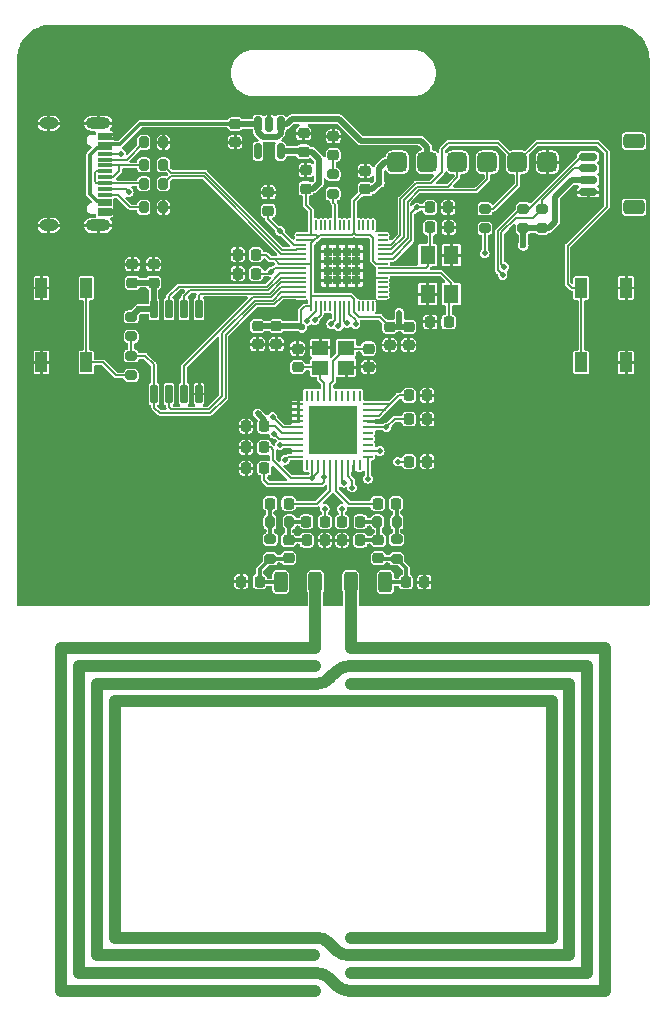
<source format=gtl>
G04 #@! TF.GenerationSoftware,KiCad,Pcbnew,7.0.1-0*
G04 #@! TF.CreationDate,2023-05-11T23:17:20+02:00*
G04 #@! TF.ProjectId,nfc_reader,6e66635f-7265-4616-9465-722e6b696361,1.0*
G04 #@! TF.SameCoordinates,PX354a940PY3072580*
G04 #@! TF.FileFunction,Copper,L1,Top*
G04 #@! TF.FilePolarity,Positive*
%FSLAX46Y46*%
G04 Gerber Fmt 4.6, Leading zero omitted, Abs format (unit mm)*
G04 Created by KiCad (PCBNEW 7.0.1-0) date 2023-05-11 23:17:20*
%MOMM*%
%LPD*%
G01*
G04 APERTURE LIST*
G04 Aperture macros list*
%AMRoundRect*
0 Rectangle with rounded corners*
0 $1 Rounding radius*
0 $2 $3 $4 $5 $6 $7 $8 $9 X,Y pos of 4 corners*
0 Add a 4 corners polygon primitive as box body*
4,1,4,$2,$3,$4,$5,$6,$7,$8,$9,$2,$3,0*
0 Add four circle primitives for the rounded corners*
1,1,$1+$1,$2,$3*
1,1,$1+$1,$4,$5*
1,1,$1+$1,$6,$7*
1,1,$1+$1,$8,$9*
0 Add four rect primitives between the rounded corners*
20,1,$1+$1,$2,$3,$4,$5,0*
20,1,$1+$1,$4,$5,$6,$7,0*
20,1,$1+$1,$6,$7,$8,$9,0*
20,1,$1+$1,$8,$9,$2,$3,0*%
G04 Aperture macros list end*
G04 #@! TA.AperFunction,SMDPad,CuDef*
%ADD10RoundRect,0.200000X0.275000X-0.200000X0.275000X0.200000X-0.275000X0.200000X-0.275000X-0.200000X0*%
G04 #@! TD*
G04 #@! TA.AperFunction,SMDPad,CuDef*
%ADD11R,1.400000X1.200000*%
G04 #@! TD*
G04 #@! TA.AperFunction,SMDPad,CuDef*
%ADD12RoundRect,0.218750X0.218750X0.256250X-0.218750X0.256250X-0.218750X-0.256250X0.218750X-0.256250X0*%
G04 #@! TD*
G04 #@! TA.AperFunction,SMDPad,CuDef*
%ADD13RoundRect,0.225000X0.250000X-0.225000X0.250000X0.225000X-0.250000X0.225000X-0.250000X-0.225000X0*%
G04 #@! TD*
G04 #@! TA.AperFunction,SMDPad,CuDef*
%ADD14RoundRect,0.225000X0.225000X0.250000X-0.225000X0.250000X-0.225000X-0.250000X0.225000X-0.250000X0*%
G04 #@! TD*
G04 #@! TA.AperFunction,SMDPad,CuDef*
%ADD15RoundRect,0.225000X-0.250000X0.225000X-0.250000X-0.225000X0.250000X-0.225000X0.250000X0.225000X0*%
G04 #@! TD*
G04 #@! TA.AperFunction,SMDPad,CuDef*
%ADD16RoundRect,0.200000X0.200000X0.275000X-0.200000X0.275000X-0.200000X-0.275000X0.200000X-0.275000X0*%
G04 #@! TD*
G04 #@! TA.AperFunction,SMDPad,CuDef*
%ADD17RoundRect,0.250000X0.312500X0.625000X-0.312500X0.625000X-0.312500X-0.625000X0.312500X-0.625000X0*%
G04 #@! TD*
G04 #@! TA.AperFunction,SMDPad,CuDef*
%ADD18RoundRect,0.425000X0.425000X-0.425000X0.425000X0.425000X-0.425000X0.425000X-0.425000X-0.425000X0*%
G04 #@! TD*
G04 #@! TA.AperFunction,SMDPad,CuDef*
%ADD19RoundRect,0.225000X-0.225000X-0.250000X0.225000X-0.250000X0.225000X0.250000X-0.225000X0.250000X0*%
G04 #@! TD*
G04 #@! TA.AperFunction,SMDPad,CuDef*
%ADD20R,1.300000X1.600000*%
G04 #@! TD*
G04 #@! TA.AperFunction,SMDPad,CuDef*
%ADD21RoundRect,0.150000X0.625000X-0.150000X0.625000X0.150000X-0.625000X0.150000X-0.625000X-0.150000X0*%
G04 #@! TD*
G04 #@! TA.AperFunction,SMDPad,CuDef*
%ADD22RoundRect,0.250000X0.650000X-0.350000X0.650000X0.350000X-0.650000X0.350000X-0.650000X-0.350000X0*%
G04 #@! TD*
G04 #@! TA.AperFunction,SMDPad,CuDef*
%ADD23R,1.150000X0.300000*%
G04 #@! TD*
G04 #@! TA.AperFunction,ComponentPad*
%ADD24O,2.100000X1.000000*%
G04 #@! TD*
G04 #@! TA.AperFunction,ComponentPad*
%ADD25O,1.600000X1.000000*%
G04 #@! TD*
G04 #@! TA.AperFunction,SMDPad,CuDef*
%ADD26RoundRect,0.200000X-0.200000X-0.275000X0.200000X-0.275000X0.200000X0.275000X-0.200000X0.275000X0*%
G04 #@! TD*
G04 #@! TA.AperFunction,SMDPad,CuDef*
%ADD27R,1.000000X1.700000*%
G04 #@! TD*
G04 #@! TA.AperFunction,SMDPad,CuDef*
%ADD28RoundRect,0.200000X-0.275000X0.200000X-0.275000X-0.200000X0.275000X-0.200000X0.275000X0.200000X0*%
G04 #@! TD*
G04 #@! TA.AperFunction,SMDPad,CuDef*
%ADD29RoundRect,0.218750X-0.256250X0.218750X-0.256250X-0.218750X0.256250X-0.218750X0.256250X0.218750X0*%
G04 #@! TD*
G04 #@! TA.AperFunction,SMDPad,CuDef*
%ADD30O,0.200000X0.875000*%
G04 #@! TD*
G04 #@! TA.AperFunction,SMDPad,CuDef*
%ADD31O,0.875000X0.200000*%
G04 #@! TD*
G04 #@! TA.AperFunction,SMDPad,CuDef*
%ADD32R,0.800000X0.800000*%
G04 #@! TD*
G04 #@! TA.AperFunction,SMDPad,CuDef*
%ADD33RoundRect,0.150000X-0.150000X0.512500X-0.150000X-0.512500X0.150000X-0.512500X0.150000X0.512500X0*%
G04 #@! TD*
G04 #@! TA.AperFunction,SMDPad,CuDef*
%ADD34RoundRect,0.062500X-0.375000X-0.062500X0.375000X-0.062500X0.375000X0.062500X-0.375000X0.062500X0*%
G04 #@! TD*
G04 #@! TA.AperFunction,SMDPad,CuDef*
%ADD35RoundRect,0.062500X-0.062500X-0.375000X0.062500X-0.375000X0.062500X0.375000X-0.062500X0.375000X0*%
G04 #@! TD*
G04 #@! TA.AperFunction,SMDPad,CuDef*
%ADD36R,4.100000X4.100000*%
G04 #@! TD*
G04 #@! TA.AperFunction,SMDPad,CuDef*
%ADD37RoundRect,0.150000X0.150000X-0.650000X0.150000X0.650000X-0.150000X0.650000X-0.150000X-0.650000X0*%
G04 #@! TD*
G04 #@! TA.AperFunction,SMDPad,CuDef*
%ADD38RoundRect,0.218750X-0.218750X-0.256250X0.218750X-0.256250X0.218750X0.256250X-0.218750X0.256250X0*%
G04 #@! TD*
G04 #@! TA.AperFunction,SMDPad,CuDef*
%ADD39RoundRect,0.250000X-0.312500X-0.625000X0.312500X-0.625000X0.312500X0.625000X-0.312500X0.625000X0*%
G04 #@! TD*
G04 #@! TA.AperFunction,ViaPad*
%ADD40C,0.500000*%
G04 #@! TD*
G04 #@! TA.AperFunction,ViaPad*
%ADD41C,0.800000*%
G04 #@! TD*
G04 #@! TA.AperFunction,ViaPad*
%ADD42C,0.600000*%
G04 #@! TD*
G04 #@! TA.AperFunction,ViaPad*
%ADD43C,1.000000*%
G04 #@! TD*
G04 #@! TA.AperFunction,Conductor*
%ADD44C,0.500000*%
G04 #@! TD*
G04 #@! TA.AperFunction,Conductor*
%ADD45C,0.300000*%
G04 #@! TD*
G04 #@! TA.AperFunction,Conductor*
%ADD46C,0.200000*%
G04 #@! TD*
G04 #@! TA.AperFunction,Conductor*
%ADD47C,0.150000*%
G04 #@! TD*
G04 #@! TA.AperFunction,Conductor*
%ADD48C,1.000000*%
G04 #@! TD*
G04 APERTURE END LIST*
D10*
G04 #@! TO.P,R2,1*
G04 #@! TO.N,VCC*
X44687500Y-17425000D03*
G04 #@! TO.P,R2,2*
G04 #@! TO.N,/SDA*
X44687500Y-15775000D03*
G04 #@! TD*
D11*
G04 #@! TO.P,Y2,1,1*
G04 #@! TO.N,Net-(U3-NFC_CLK_XTAL1)*
X28087500Y-27550000D03*
G04 #@! TO.P,Y2,2,2*
G04 #@! TO.N,GND*
X25887500Y-27550000D03*
G04 #@! TO.P,Y2,3,3*
G04 #@! TO.N,Net-(U3-NFC_CLK_XTAL2)*
X25887500Y-29250000D03*
G04 #@! TO.P,Y2,4,4*
G04 #@! TO.N,GND*
X28087500Y-29250000D03*
G04 #@! TD*
D12*
G04 #@! TO.P,L2,1,1*
G04 #@! TO.N,Net-(U3-TX2)*
X26300000Y-42300000D03*
G04 #@! TO.P,L2,2,2*
G04 #@! TO.N,Net-(C28-Pad2)*
X24725000Y-42300000D03*
G04 #@! TD*
D13*
G04 #@! TO.P,C10,1*
G04 #@! TO.N,VCC*
X29687500Y-14150000D03*
G04 #@! TO.P,C10,2*
G04 #@! TO.N,GND*
X29687500Y-12600000D03*
G04 #@! TD*
D14*
G04 #@! TO.P,C27,1*
G04 #@! TO.N,Net-(C27-Pad1)*
X29287500Y-43850000D03*
G04 #@! TO.P,C27,2*
G04 #@! TO.N,GND*
X27737500Y-43850000D03*
G04 #@! TD*
D15*
G04 #@! TO.P,C8,1*
G04 #@! TO.N,VCC*
X22187500Y-25725000D03*
G04 #@! TO.P,C8,2*
G04 #@! TO.N,GND*
X22187500Y-27275000D03*
G04 #@! TD*
D13*
G04 #@! TO.P,C12,1*
G04 #@! TO.N,+1V1*
X21487500Y-15950000D03*
G04 #@! TO.P,C12,2*
G04 #@! TO.N,GND*
X21487500Y-14400000D03*
G04 #@! TD*
D14*
G04 #@! TO.P,C14,1*
G04 #@! TO.N,+1V1*
X20462500Y-21275000D03*
G04 #@! TO.P,C14,2*
G04 #@! TO.N,GND*
X18912500Y-21275000D03*
G04 #@! TD*
D13*
G04 #@! TO.P,C23,1*
G04 #@! TO.N,Net-(U3-NFC_CLK_XTAL2)*
X23987500Y-29175000D03*
G04 #@! TO.P,C23,2*
G04 #@! TO.N,GND*
X23987500Y-27625000D03*
G04 #@! TD*
D16*
G04 #@! TO.P,R3,1*
G04 #@! TO.N,Net-(C26-Pad1)*
X32387500Y-42300000D03*
G04 #@! TO.P,R3,2*
G04 #@! TO.N,Net-(C27-Pad1)*
X30737500Y-42300000D03*
G04 #@! TD*
D15*
G04 #@! TO.P,C11,1*
G04 #@! TO.N,VCC*
X33387500Y-25775000D03*
G04 #@! TO.P,C11,2*
G04 #@! TO.N,GND*
X33387500Y-27325000D03*
G04 #@! TD*
D17*
G04 #@! TO.P,R15,1*
G04 #@! TO.N,Net-(C29-Pad1)*
X31412500Y-47400000D03*
G04 #@! TO.P,R15,2*
G04 #@! TO.N,/PN7150 reader/COIL*
X28487500Y-47400000D03*
G04 #@! TD*
D13*
G04 #@! TO.P,C3,1*
G04 #@! TO.N,VCC*
X24487500Y-10950000D03*
G04 #@! TO.P,C3,2*
G04 #@! TO.N,GND*
X24487500Y-9400000D03*
G04 #@! TD*
D14*
G04 #@! TO.P,C28,1*
G04 #@! TO.N,GND*
X26287500Y-43850000D03*
G04 #@! TO.P,C28,2*
G04 #@! TO.N,Net-(C28-Pad2)*
X24737500Y-43850000D03*
G04 #@! TD*
D18*
G04 #@! TO.P,J3,1,Pin_1*
G04 #@! TO.N,VCC*
X32427500Y-11850000D03*
G04 #@! TO.P,J3,2,Pin_2*
G04 #@! TO.N,/rp2040/USB_VBUS*
X34967500Y-11850000D03*
G04 #@! TO.P,J3,3,Pin_3*
G04 #@! TO.N,/rp2040/SWDIO*
X37507500Y-11850000D03*
G04 #@! TO.P,J3,4,Pin_4*
G04 #@! TO.N,/rp2040/SWDCLK*
X40047500Y-11850000D03*
G04 #@! TO.P,J3,5,Pin_5*
G04 #@! TO.N,/rp2040/~{RESET}*
X42587500Y-11850000D03*
G04 #@! TO.P,J3,6,Pin_6*
G04 #@! TO.N,GND*
X45127500Y-11850000D03*
G04 #@! TD*
D19*
G04 #@! TO.P,C29,1*
G04 #@! TO.N,Net-(C29-Pad1)*
X33162500Y-47400000D03*
G04 #@! TO.P,C29,2*
G04 #@! TO.N,GND*
X34712500Y-47400000D03*
G04 #@! TD*
D15*
G04 #@! TO.P,C5,1*
G04 #@! TO.N,VCC*
X31787500Y-25775000D03*
G04 #@! TO.P,C5,2*
G04 #@! TO.N,GND*
X31787500Y-27325000D03*
G04 #@! TD*
D10*
G04 #@! TO.P,R1,1*
G04 #@! TO.N,VCC*
X43087500Y-17425000D03*
G04 #@! TO.P,R1,2*
G04 #@! TO.N,/SCL*
X43087500Y-15775000D03*
G04 #@! TD*
D20*
G04 #@! TO.P,Y1,1,1*
G04 #@! TO.N,Net-(U5-XOUT)*
X34987500Y-19725000D03*
G04 #@! TO.P,Y1,2,2*
G04 #@! TO.N,GND*
X34987500Y-23025000D03*
G04 #@! TO.P,Y1,3,3*
G04 #@! TO.N,Net-(U5-XIN)*
X36987500Y-23025000D03*
G04 #@! TO.P,Y1,4,4*
G04 #@! TO.N,GND*
X36987500Y-19725000D03*
G04 #@! TD*
D15*
G04 #@! TO.P,C9,1*
G04 #@! TO.N,VCC*
X20587500Y-25725000D03*
G04 #@! TO.P,C9,2*
G04 #@! TO.N,GND*
X20587500Y-27275000D03*
G04 #@! TD*
D21*
G04 #@! TO.P,J2,1,Pin_1*
G04 #@! TO.N,GND*
X48587500Y-14375000D03*
G04 #@! TO.P,J2,2,Pin_2*
G04 #@! TO.N,VCC*
X48587500Y-13375000D03*
G04 #@! TO.P,J2,3,Pin_3*
G04 #@! TO.N,/SDA*
X48587500Y-12375000D03*
G04 #@! TO.P,J2,4,Pin_4*
G04 #@! TO.N,/SCL*
X48587500Y-11375000D03*
D22*
G04 #@! TO.P,J2,MP*
G04 #@! TO.N,N/C*
X52462500Y-15675000D03*
X52462500Y-10075000D03*
G04 #@! TD*
D14*
G04 #@! TO.P,C19,1*
G04 #@! TO.N,/PN7150 reader/VBAT*
X21162500Y-36000000D03*
G04 #@! TO.P,C19,2*
G04 #@! TO.N,GND*
X19612500Y-36000000D03*
G04 #@! TD*
D13*
G04 #@! TO.P,C17,1*
G04 #@! TO.N,VCC*
X9987500Y-22050000D03*
G04 #@! TO.P,C17,2*
G04 #@! TO.N,GND*
X9987500Y-20500000D03*
G04 #@! TD*
D16*
G04 #@! TO.P,R7,1*
G04 #@! TO.N,GND*
X12612500Y-10175000D03*
G04 #@! TO.P,R7,2*
G04 #@! TO.N,Net-(J1-CC1)*
X10962500Y-10175000D03*
G04 #@! TD*
G04 #@! TO.P,R8,1*
G04 #@! TO.N,GND*
X12612500Y-15675000D03*
G04 #@! TO.P,R8,2*
G04 #@! TO.N,Net-(J1-CC2)*
X10962500Y-15675000D03*
G04 #@! TD*
D14*
G04 #@! TO.P,C2,1*
G04 #@! TO.N,Net-(U3-VCC(TX))*
X21162500Y-37750000D03*
G04 #@! TO.P,C2,2*
G04 #@! TO.N,GND*
X19612500Y-37750000D03*
G04 #@! TD*
D15*
G04 #@! TO.P,C31,1*
G04 #@! TO.N,Net-(C27-Pad1)*
X30812500Y-43825000D03*
G04 #@! TO.P,C31,2*
G04 #@! TO.N,Net-(C29-Pad1)*
X30812500Y-45375000D03*
G04 #@! TD*
D14*
G04 #@! TO.P,C25,1*
G04 #@! TO.N,Net-(U3-RXN)*
X23212500Y-40750000D03*
G04 #@! TO.P,C25,2*
G04 #@! TO.N,Net-(C25-Pad2)*
X21662500Y-40750000D03*
G04 #@! TD*
D23*
G04 #@! TO.P,J1,A1,GND*
G04 #@! TO.N,GND*
X7657500Y-9525000D03*
G04 #@! TO.P,J1,A4,VBUS*
G04 #@! TO.N,/rp2040/USB_VBUS*
X7657500Y-10325000D03*
G04 #@! TO.P,J1,A5,CC1*
G04 #@! TO.N,Net-(J1-CC1)*
X7657500Y-11625000D03*
G04 #@! TO.P,J1,A6,D+*
G04 #@! TO.N,/rp2040/USB_D+*
X7657500Y-12625000D03*
G04 #@! TO.P,J1,A7,D-*
G04 #@! TO.N,/rp2040/USB_D-*
X7657500Y-13125000D03*
G04 #@! TO.P,J1,A8,SBU1*
G04 #@! TO.N,/rp2040/SBU1*
X7657500Y-14125000D03*
G04 #@! TO.P,J1,A9,VBUS*
G04 #@! TO.N,/rp2040/USB_VBUS*
X7657500Y-15425000D03*
G04 #@! TO.P,J1,A12,GND*
G04 #@! TO.N,GND*
X7657500Y-16225000D03*
G04 #@! TO.P,J1,B1,GND*
X7657500Y-15925000D03*
G04 #@! TO.P,J1,B4,VBUS*
G04 #@! TO.N,/rp2040/USB_VBUS*
X7657500Y-15125000D03*
G04 #@! TO.P,J1,B5,CC2*
G04 #@! TO.N,Net-(J1-CC2)*
X7657500Y-14625000D03*
G04 #@! TO.P,J1,B6,D+*
G04 #@! TO.N,/rp2040/USB_D+*
X7657500Y-13625000D03*
G04 #@! TO.P,J1,B7,D-*
G04 #@! TO.N,/rp2040/USB_D-*
X7657500Y-12125000D03*
G04 #@! TO.P,J1,B8,SBU2*
G04 #@! TO.N,/rp2040/SBU2*
X7657500Y-11125000D03*
G04 #@! TO.P,J1,B9,VBUS*
G04 #@! TO.N,/rp2040/USB_VBUS*
X7657500Y-10625000D03*
G04 #@! TO.P,J1,B12,GND*
G04 #@! TO.N,GND*
X7657500Y-9825000D03*
D24*
G04 #@! TO.P,J1,S1,SHIELD*
X7092500Y-8555000D03*
D25*
X2912500Y-8555000D03*
D24*
X7092500Y-17195000D03*
D25*
X2912500Y-17195000D03*
G04 #@! TD*
D26*
G04 #@! TO.P,R14,1*
G04 #@! TO.N,/rp2040/USB_D+*
X10962500Y-13675000D03*
G04 #@! TO.P,R14,2*
G04 #@! TO.N,/rp2040/D+*
X12612500Y-13675000D03*
G04 #@! TD*
D19*
G04 #@! TO.P,C13,1*
G04 #@! TO.N,+1V1*
X35187501Y-15675000D03*
G04 #@! TO.P,C13,2*
G04 #@! TO.N,GND*
X36737501Y-15675000D03*
G04 #@! TD*
D27*
G04 #@! TO.P,SW7,1,A*
G04 #@! TO.N,GND*
X2287500Y-28800000D03*
X2287500Y-22500000D03*
G04 #@! TO.P,SW7,2,B*
G04 #@! TO.N,/rp2040/~{BOOT}*
X6087500Y-28800000D03*
X6087500Y-22500000D03*
G04 #@! TD*
D28*
G04 #@! TO.P,R6,1*
G04 #@! TO.N,Net-(C26-Pad1)*
X32362500Y-43775000D03*
G04 #@! TO.P,R6,2*
G04 #@! TO.N,Net-(C29-Pad1)*
X32362500Y-45425000D03*
G04 #@! TD*
G04 #@! TO.P,R11,1*
G04 #@! TO.N,VCC*
X9887500Y-24950000D03*
G04 #@! TO.P,R11,2*
G04 #@! TO.N,/rp2040/QSPI-~{CS}*
X9887500Y-26600000D03*
G04 #@! TD*
D29*
G04 #@! TO.P,D1,1,K*
G04 #@! TO.N,GND*
X26987500Y-9662500D03*
G04 #@! TO.P,D1,2,A*
G04 #@! TO.N,Net-(D1-A)*
X26987500Y-11237500D03*
G04 #@! TD*
D26*
G04 #@! TO.P,R13,1*
G04 #@! TO.N,/rp2040/USB_D-*
X10962500Y-12075000D03*
G04 #@! TO.P,R13,2*
G04 #@! TO.N,/rp2040/D-*
X12612500Y-12075000D03*
G04 #@! TD*
D14*
G04 #@! TO.P,C16,1*
G04 #@! TO.N,GND*
X36762500Y-17375000D03*
G04 #@! TO.P,C16,2*
G04 #@! TO.N,Net-(U5-XOUT)*
X35212500Y-17375000D03*
G04 #@! TD*
D19*
G04 #@! TO.P,C21,1*
G04 #@! TO.N,/PN7150 reader/VBAT*
X33412500Y-33600000D03*
G04 #@! TO.P,C21,2*
G04 #@! TO.N,GND*
X34962500Y-33600000D03*
G04 #@! TD*
D30*
G04 #@! TO.P,U5,1,IOVDD*
G04 #@! TO.N,VCC*
X25137500Y-24062500D03*
G04 #@! TO.P,U5,2,GPIO0*
G04 #@! TO.N,/rp2040/SBU1*
X25537500Y-24062500D03*
G04 #@! TO.P,U5,3,GPIO1*
G04 #@! TO.N,/rp2040/SBU2*
X25937500Y-24062500D03*
G04 #@! TO.P,U5,4,GPIO2*
G04 #@! TO.N,/rp2040/CTS1{slash}AUD_LRCLK*
X26337500Y-24062500D03*
G04 #@! TO.P,U5,5,GPIO3*
G04 #@! TO.N,/rp2040/RTS1{slash}AUD_BCLK*
X26737500Y-24062500D03*
G04 #@! TO.P,U5,6,GPIO4*
G04 #@! TO.N,/SDA*
X27137500Y-24062500D03*
G04 #@! TO.P,U5,7,GPIO5*
G04 #@! TO.N,/SCL*
X27537500Y-24062500D03*
G04 #@! TO.P,U5,8,GPIO6*
G04 #@! TO.N,/PN7150 reader/IRQ*
X27937500Y-24062500D03*
G04 #@! TO.P,U5,9,GPIO7*
G04 #@! TO.N,/PN7150 reader/VEN*
X28337500Y-24062500D03*
G04 #@! TO.P,U5,10,IOVDD*
G04 #@! TO.N,VCC*
X28737500Y-24062500D03*
G04 #@! TO.P,U5,11,GPIO8*
G04 #@! TO.N,/rp2040/I2C_~{INT}{slash}TX2*
X29137500Y-24062500D03*
G04 #@! TO.P,U5,12,GPIO9*
G04 #@! TO.N,/rp2040/SPI_~{CS1}{slash}SDIO_DAT3{slash}RX2*
X29537500Y-24062500D03*
G04 #@! TO.P,U5,13,GPIO10*
G04 #@! TO.N,/rp2040/SDIO_DAT2{slash}AUD_OUT*
X29937500Y-24062500D03*
G04 #@! TO.P,U5,14,GPIO11*
G04 #@! TO.N,/rp2040/SDIO_DAT1{slash}AUD_IN*
X30337500Y-24062500D03*
D31*
G04 #@! TO.P,U5,15,GPIO12*
G04 #@! TO.N,/rp2040/SPI_CIPO1{slash}SDIO_DAT0*
X31175000Y-23225000D03*
G04 #@! TO.P,U5,16,GPIO13*
G04 #@! TO.N,/rp2040/PWM0*
X31175000Y-22825000D03*
G04 #@! TO.P,U5,17,GPIO14*
G04 #@! TO.N,/rp2040/SPI_SCK1{slash}SDIO_CLK*
X31175000Y-22425000D03*
G04 #@! TO.P,U5,18,GPIO15*
G04 #@! TO.N,/rp2040/SPI_COPI1{slash}SDIO_CMD*
X31175000Y-22025000D03*
G04 #@! TO.P,U5,19,TESTEN*
G04 #@! TO.N,GND*
X31175000Y-21625000D03*
G04 #@! TO.P,U5,20,XIN*
G04 #@! TO.N,Net-(U5-XIN)*
X31175000Y-21225000D03*
G04 #@! TO.P,U5,21,XOUT*
G04 #@! TO.N,Net-(U5-XOUT)*
X31175000Y-20825000D03*
G04 #@! TO.P,U5,22,IOVDD*
G04 #@! TO.N,VCC*
X31175000Y-20425000D03*
G04 #@! TO.P,U5,23,DVDD*
G04 #@! TO.N,+1V1*
X31175000Y-20025000D03*
G04 #@! TO.P,U5,24,SWCLK*
G04 #@! TO.N,/rp2040/SWDCLK*
X31175000Y-19625000D03*
G04 #@! TO.P,U5,25,SWDIO*
G04 #@! TO.N,/rp2040/SWDIO*
X31175000Y-19225000D03*
G04 #@! TO.P,U5,26,RUN*
G04 #@! TO.N,/rp2040/~{RESET}*
X31175000Y-18825000D03*
G04 #@! TO.P,U5,27,GPIO16*
G04 #@! TO.N,/rp2040/G0*
X31175000Y-18425000D03*
G04 #@! TO.P,U5,28,GPIO17*
G04 #@! TO.N,/rp2040/G1*
X31175000Y-18025000D03*
D30*
G04 #@! TO.P,U5,29,GPIO18*
G04 #@! TO.N,/rp2040/G2*
X30337500Y-17187500D03*
G04 #@! TO.P,U5,30,GPIO19*
G04 #@! TO.N,/rp2040/G3*
X29937500Y-17187500D03*
G04 #@! TO.P,U5,31,GPIO20*
G04 #@! TO.N,/rp2040/SPI_CIPO{slash}G4*
X29537500Y-17187500D03*
G04 #@! TO.P,U5,32,GPIO21*
G04 #@! TO.N,/rp2040/SPI_~{CS}{slash}G5*
X29137500Y-17187500D03*
G04 #@! TO.P,U5,33,IOVDD*
G04 #@! TO.N,VCC*
X28737500Y-17187500D03*
G04 #@! TO.P,U5,34,GPIO22*
G04 #@! TO.N,/rp2040/SPI_SCK{slash}G6*
X28337500Y-17187500D03*
G04 #@! TO.P,U5,35,GPIO23*
G04 #@! TO.N,/rp2040/SPI_COPI{slash}G7*
X27937500Y-17187500D03*
G04 #@! TO.P,U5,36,GPIO24*
G04 #@! TO.N,/rp2040/PWM1{slash}AUD_MCLK*
X27537500Y-17187500D03*
G04 #@! TO.P,U5,37,GPIO25*
G04 #@! TO.N,Net-(U5-GPIO25)*
X27137500Y-17187500D03*
G04 #@! TO.P,U5,38,GPIO26*
G04 #@! TO.N,/rp2040/A0*
X26737500Y-17187500D03*
G04 #@! TO.P,U5,39,GPIO27*
G04 #@! TO.N,/rp2040/A1*
X26337500Y-17187500D03*
G04 #@! TO.P,U5,40,GPIO28*
G04 #@! TO.N,/rp2040/A2*
X25937500Y-17187500D03*
G04 #@! TO.P,U5,41,GPIO29*
G04 #@! TO.N,/rp2040/A3*
X25537500Y-17187500D03*
G04 #@! TO.P,U5,42,IOVDD*
G04 #@! TO.N,VCC*
X25137500Y-17187500D03*
D31*
G04 #@! TO.P,U5,43,ADC_AVDD*
X24300000Y-18025000D03*
G04 #@! TO.P,U5,44,VREG_VIN*
X24300000Y-18425000D03*
G04 #@! TO.P,U5,45,VREG_VOUT*
G04 #@! TO.N,+1V1*
X24300000Y-18825000D03*
G04 #@! TO.P,U5,46,USB_D-*
G04 #@! TO.N,/rp2040/D-*
X24300000Y-19225000D03*
G04 #@! TO.P,U5,47,USB_D+*
G04 #@! TO.N,/rp2040/D+*
X24300000Y-19625000D03*
G04 #@! TO.P,U5,48,USB_VDD*
G04 #@! TO.N,VCC*
X24300000Y-20025000D03*
G04 #@! TO.P,U5,49,IOVDD*
X24300000Y-20425000D03*
G04 #@! TO.P,U5,50,DVDD*
G04 #@! TO.N,+1V1*
X24300000Y-20825000D03*
G04 #@! TO.P,U5,51,QSPI_SD3*
G04 #@! TO.N,/rp2040/QSPI-3*
X24300000Y-21225000D03*
G04 #@! TO.P,U5,52,QSPI_SCLK*
G04 #@! TO.N,/rp2040/QSPI-CLK*
X24300000Y-21625000D03*
G04 #@! TO.P,U5,53,QSPI_SD0*
G04 #@! TO.N,/rp2040/QSPI-0*
X24300000Y-22025000D03*
G04 #@! TO.P,U5,54,QSPI_SD2*
G04 #@! TO.N,/rp2040/QSPI-2*
X24300000Y-22425000D03*
G04 #@! TO.P,U5,55,QSPI_SD1*
G04 #@! TO.N,/rp2040/QSPI-1*
X24300000Y-22825000D03*
G04 #@! TO.P,U5,56,~{QSPI_CS}*
G04 #@! TO.N,/rp2040/QSPI-~{CS}*
X24300000Y-23225000D03*
D32*
G04 #@! TO.P,U5,57,GND*
G04 #@! TO.N,GND*
X26537500Y-21825000D03*
X27337500Y-21825000D03*
X28137500Y-21825000D03*
X28937500Y-21825000D03*
X26537500Y-21025000D03*
X27337500Y-21025000D03*
X28137500Y-21025000D03*
X28937500Y-21025000D03*
X26537500Y-20225000D03*
X27337500Y-20225000D03*
X28137500Y-20225000D03*
X28937500Y-20225000D03*
X26537500Y-19425000D03*
X27337500Y-19425000D03*
X28137500Y-19425000D03*
X28937500Y-19425000D03*
G04 #@! TD*
D13*
G04 #@! TO.P,C18,1*
G04 #@! TO.N,VCC*
X11787500Y-22050000D03*
G04 #@! TO.P,C18,2*
G04 #@! TO.N,GND*
X11787500Y-20500000D03*
G04 #@! TD*
D27*
G04 #@! TO.P,SW6,1,A*
G04 #@! TO.N,GND*
X51787500Y-22500000D03*
X51787500Y-28800000D03*
G04 #@! TO.P,SW6,2,B*
G04 #@! TO.N,/rp2040/~{RESET}*
X47987500Y-22500000D03*
X47987500Y-28800000D03*
G04 #@! TD*
D33*
G04 #@! TO.P,U1,1,VIN*
G04 #@! TO.N,/rp2040/USB_VBUS*
X22537500Y-8637500D03*
G04 #@! TO.P,U1,2,GND*
G04 #@! TO.N,GND*
X21587500Y-8637500D03*
G04 #@! TO.P,U1,3,EN*
G04 #@! TO.N,/rp2040/USB_VBUS*
X20637500Y-8637500D03*
G04 #@! TO.P,U1,4,NC*
G04 #@! TO.N,unconnected-(U1-NC-Pad4)*
X20637500Y-10912500D03*
G04 #@! TO.P,U1,5,VOUT*
G04 #@! TO.N,VCC*
X22537500Y-10912500D03*
G04 #@! TD*
D19*
G04 #@! TO.P,C30,1*
G04 #@! TO.N,GND*
X19212500Y-47350000D03*
G04 #@! TO.P,C30,2*
G04 #@! TO.N,Net-(C30-Pad2)*
X20762500Y-47350000D03*
G04 #@! TD*
D34*
G04 #@! TO.P,U3,1,I2CADR0*
G04 #@! TO.N,GND*
X24050000Y-32300000D03*
G04 #@! TO.P,U3,2,i.c.*
X24050000Y-32800000D03*
G04 #@! TO.P,U3,3,I2CADR1*
X24050000Y-33300000D03*
G04 #@! TO.P,U3,4,VSS(PAD)*
X24050000Y-33800000D03*
G04 #@! TO.P,U3,5,I2CSDA*
G04 #@! TO.N,/SDA*
X24050000Y-34300000D03*
G04 #@! TO.P,U3,6,VDD(PAD)*
G04 #@! TO.N,VCC*
X24050000Y-34800000D03*
G04 #@! TO.P,U3,7,I2CSCL*
G04 #@! TO.N,/SCL*
X24050000Y-35300000D03*
G04 #@! TO.P,U3,8,IRQ*
G04 #@! TO.N,/PN7150 reader/IRQ*
X24050000Y-35800000D03*
G04 #@! TO.P,U3,9,VSS*
G04 #@! TO.N,GND*
X24050000Y-36300000D03*
G04 #@! TO.P,U3,10,VEN*
G04 #@! TO.N,/PN7150 reader/VEN*
X24050000Y-36800000D03*
D35*
G04 #@! TO.P,U3,11,i.c.*
G04 #@! TO.N,unconnected-(U3-i.c.-Pad11)*
X24737500Y-37487500D03*
G04 #@! TO.P,U3,12,VBAT2*
G04 #@! TO.N,/PN7150 reader/VBAT*
X25237500Y-37487500D03*
G04 #@! TO.P,U3,13,VBAT1*
X25737500Y-37487500D03*
G04 #@! TO.P,U3,14,VCC(TX)*
G04 #@! TO.N,Net-(U3-VCC(TX))*
X26237500Y-37487500D03*
G04 #@! TO.P,U3,15,RXN*
G04 #@! TO.N,Net-(U3-RXN)*
X26737500Y-37487500D03*
G04 #@! TO.P,U3,16,RXP*
G04 #@! TO.N,Net-(U3-RXP)*
X27237500Y-37487500D03*
G04 #@! TO.P,U3,17,VCC(MID)*
G04 #@! TO.N,Net-(U3-VCC(MID))*
X27737500Y-37487500D03*
G04 #@! TO.P,U3,18,TX2*
G04 #@! TO.N,Net-(U3-TX2)*
X28237500Y-37487500D03*
G04 #@! TO.P,U3,19,VSS(TX)*
G04 #@! TO.N,GND*
X28737500Y-37487500D03*
G04 #@! TO.P,U3,20,n.c.*
G04 #@! TO.N,unconnected-(U3-n.c.-Pad20)*
X29237500Y-37487500D03*
D34*
G04 #@! TO.P,U3,21,TX1*
G04 #@! TO.N,Net-(U3-TX1)*
X29925000Y-36800000D03*
G04 #@! TO.P,U3,22,VDD(TX_IN)*
G04 #@! TO.N,Net-(U3-VCC(TX))*
X29925000Y-36300000D03*
G04 #@! TO.P,U3,23,i.c.*
G04 #@! TO.N,unconnected-(U3-i.c.-Pad23)*
X29925000Y-35800000D03*
G04 #@! TO.P,U3,24,i.c.*
G04 #@! TO.N,unconnected-(U3-i.c.-Pad24)*
X29925000Y-35300000D03*
G04 #@! TO.P,U3,25,i.c.*
G04 #@! TO.N,unconnected-(U3-i.c.-Pad25)*
X29925000Y-34800000D03*
G04 #@! TO.P,U3,26,VBAT*
G04 #@! TO.N,/PN7150 reader/VBAT*
X29925000Y-34300000D03*
G04 #@! TO.P,U3,27,VSS*
G04 #@! TO.N,GND*
X29925000Y-33800000D03*
G04 #@! TO.P,U3,28,VDDA*
G04 #@! TO.N,Net-(U3-VDD)*
X29925000Y-33300000D03*
G04 #@! TO.P,U3,29,VDD*
X29925000Y-32800000D03*
G04 #@! TO.P,U3,30,VDDD*
X29925000Y-32300000D03*
D35*
G04 #@! TO.P,U3,31,n.c.*
G04 #@! TO.N,unconnected-(U3-n.c.-Pad31)*
X29237500Y-31612500D03*
G04 #@! TO.P,U3,32,n.c.*
G04 #@! TO.N,unconnected-(U3-n.c.-Pad32)*
X28737500Y-31612500D03*
G04 #@! TO.P,U3,33,n.c.*
G04 #@! TO.N,unconnected-(U3-n.c.-Pad33)*
X28237500Y-31612500D03*
G04 #@! TO.P,U3,34,n.c.*
G04 #@! TO.N,unconnected-(U3-n.c.-Pad34)*
X27737500Y-31612500D03*
G04 #@! TO.P,U3,35,n.c.*
G04 #@! TO.N,unconnected-(U3-n.c.-Pad35)*
X27237500Y-31612500D03*
G04 #@! TO.P,U3,36,NFC_CLK_XTAL1*
G04 #@! TO.N,Net-(U3-NFC_CLK_XTAL1)*
X26737500Y-31612500D03*
G04 #@! TO.P,U3,37,NFC_CLK_XTAL2*
G04 #@! TO.N,Net-(U3-NFC_CLK_XTAL2)*
X26237500Y-31612500D03*
G04 #@! TO.P,U3,38,i.c.*
G04 #@! TO.N,unconnected-(U3-i.c.-Pad38)*
X25737500Y-31612500D03*
G04 #@! TO.P,U3,39,i.c.*
G04 #@! TO.N,unconnected-(U3-i.c.-Pad39)*
X25237500Y-31612500D03*
G04 #@! TO.P,U3,40,CLK_REQ*
G04 #@! TO.N,unconnected-(U3-CLK_REQ-Pad40)*
X24737500Y-31612500D03*
D36*
G04 #@! TO.P,U3,41*
G04 #@! TO.N,N/C*
X26987500Y-34550000D03*
G04 #@! TD*
D14*
G04 #@! TO.P,C6,1*
G04 #@! TO.N,VCC*
X20462500Y-19675000D03*
G04 #@! TO.P,C6,2*
G04 #@! TO.N,GND*
X18912500Y-19675000D03*
G04 #@! TD*
D13*
G04 #@! TO.P,C7,1*
G04 #@! TO.N,VCC*
X24687500Y-14075000D03*
G04 #@! TO.P,C7,2*
G04 #@! TO.N,GND*
X24687500Y-12525000D03*
G04 #@! TD*
D15*
G04 #@! TO.P,C24,1*
G04 #@! TO.N,Net-(U3-NFC_CLK_XTAL1)*
X29987500Y-27625000D03*
G04 #@! TO.P,C24,2*
G04 #@! TO.N,GND*
X29987500Y-29175000D03*
G04 #@! TD*
D19*
G04 #@! TO.P,C15,1*
G04 #@! TO.N,GND*
X35212500Y-25375000D03*
G04 #@! TO.P,C15,2*
G04 #@! TO.N,Net-(U5-XIN)*
X36762500Y-25375000D03*
G04 #@! TD*
D10*
G04 #@! TO.P,R9,1*
G04 #@! TO.N,/rp2040/~{BOOT}*
X9887500Y-29900000D03*
G04 #@! TO.P,R9,2*
G04 #@! TO.N,/rp2040/QSPI-~{CS}*
X9887500Y-28250000D03*
G04 #@! TD*
D28*
G04 #@! TO.P,R5,1*
G04 #@! TO.N,Net-(C25-Pad2)*
X21662500Y-43775000D03*
G04 #@! TO.P,R5,2*
G04 #@! TO.N,Net-(C30-Pad2)*
X21662500Y-45425000D03*
G04 #@! TD*
D15*
G04 #@! TO.P,C32,1*
G04 #@! TO.N,Net-(C28-Pad2)*
X23212500Y-43825000D03*
G04 #@! TO.P,C32,2*
G04 #@! TO.N,Net-(C30-Pad2)*
X23212500Y-45375000D03*
G04 #@! TD*
D16*
G04 #@! TO.P,R4,1*
G04 #@! TO.N,Net-(C28-Pad2)*
X23287500Y-42300000D03*
G04 #@! TO.P,R4,2*
G04 #@! TO.N,Net-(C25-Pad2)*
X21637500Y-42300000D03*
G04 #@! TD*
D10*
G04 #@! TO.P,R10,1*
G04 #@! TO.N,VCC*
X39837500Y-17450000D03*
G04 #@! TO.P,R10,2*
G04 #@! TO.N,/rp2040/~{RESET}*
X39837500Y-15800000D03*
G04 #@! TD*
D37*
G04 #@! TO.P,U4,1,~{CS}*
G04 #@! TO.N,/rp2040/QSPI-~{CS}*
X11832500Y-31475000D03*
G04 #@! TO.P,U4,2,DO(IO1)*
G04 #@! TO.N,/rp2040/QSPI-1*
X13102500Y-31475000D03*
G04 #@! TO.P,U4,3,IO2*
G04 #@! TO.N,/rp2040/QSPI-2*
X14372500Y-31475000D03*
G04 #@! TO.P,U4,4,GND*
G04 #@! TO.N,GND*
X15642500Y-31475000D03*
G04 #@! TO.P,U4,5,DI(IO0)*
G04 #@! TO.N,/rp2040/QSPI-0*
X15642500Y-24275000D03*
G04 #@! TO.P,U4,6,CLK*
G04 #@! TO.N,/rp2040/QSPI-CLK*
X14372500Y-24275000D03*
G04 #@! TO.P,U4,7,IO3*
G04 #@! TO.N,/rp2040/QSPI-3*
X13102500Y-24275000D03*
G04 #@! TO.P,U4,8,VCC*
G04 #@! TO.N,VCC*
X11832500Y-24275000D03*
G04 #@! TD*
D28*
G04 #@! TO.P,R12,1*
G04 #@! TO.N,Net-(D1-A)*
X26987500Y-12875000D03*
G04 #@! TO.P,R12,2*
G04 #@! TO.N,Net-(U5-GPIO25)*
X26987500Y-14525000D03*
G04 #@! TD*
D19*
G04 #@! TO.P,C4,1*
G04 #@! TO.N,Net-(U3-VCC(MID))*
X33412500Y-37200000D03*
G04 #@! TO.P,C4,2*
G04 #@! TO.N,GND*
X34962500Y-37200000D03*
G04 #@! TD*
D14*
G04 #@! TO.P,C22,1*
G04 #@! TO.N,VCC*
X21162500Y-34200000D03*
G04 #@! TO.P,C22,2*
G04 #@! TO.N,GND*
X19612500Y-34200000D03*
G04 #@! TD*
G04 #@! TO.P,C26,1*
G04 #@! TO.N,Net-(C26-Pad1)*
X32312500Y-40750000D03*
G04 #@! TO.P,C26,2*
G04 #@! TO.N,Net-(U3-RXP)*
X30762500Y-40750000D03*
G04 #@! TD*
D15*
G04 #@! TO.P,C1,1*
G04 #@! TO.N,/rp2040/USB_VBUS*
X18687500Y-8600000D03*
G04 #@! TO.P,C1,2*
G04 #@! TO.N,GND*
X18687500Y-10150000D03*
G04 #@! TD*
D38*
G04 #@! TO.P,L1,1,1*
G04 #@! TO.N,Net-(U3-TX1)*
X27725000Y-42300000D03*
G04 #@! TO.P,L1,2,2*
G04 #@! TO.N,Net-(C27-Pad1)*
X29300000Y-42300000D03*
G04 #@! TD*
D19*
G04 #@! TO.P,C20,1*
G04 #@! TO.N,Net-(U3-VDD)*
X33412500Y-31600000D03*
G04 #@! TO.P,C20,2*
G04 #@! TO.N,GND*
X34962500Y-31600000D03*
G04 #@! TD*
D39*
G04 #@! TO.P,R16,1*
G04 #@! TO.N,Net-(C30-Pad2)*
X22562500Y-47400000D03*
G04 #@! TO.P,R16,2*
G04 #@! TO.N,/PN7150 reader/COIL*
X25487500Y-47400000D03*
G04 #@! TD*
D40*
G04 #@! TO.N,GND*
X34737500Y-46400000D03*
X29162500Y-38575000D03*
D41*
X25787500Y-9375000D03*
D40*
X17987500Y-48800000D03*
X28037500Y-30550000D03*
X34987500Y-48800000D03*
X38987500Y-48800000D03*
X4987500Y-48800000D03*
X26587500Y-18575000D03*
X51987500Y-48800000D03*
X45987500Y-48800000D03*
X5987500Y-48800000D03*
D41*
X21587500Y-7475000D03*
D40*
X43987500Y-48800000D03*
X987500Y-48800000D03*
D41*
X26087500Y-15375000D03*
D40*
X46987500Y-48800000D03*
X16987500Y-48800000D03*
X3987500Y-48800000D03*
X22437500Y-36500000D03*
X29987500Y-48800000D03*
X33437500Y-22950000D03*
X31487500Y-33450000D03*
D41*
X18187500Y-23875000D03*
X29834668Y-22722168D03*
D40*
X41987500Y-48800000D03*
X36587500Y-13225000D03*
X49987500Y-48800000D03*
X36987500Y-48800000D03*
X25087500Y-39900000D03*
D41*
X28387500Y-12775000D03*
D40*
X48987500Y-48800000D03*
X29987500Y-20875000D03*
X39987500Y-48800000D03*
X34987500Y-32600000D03*
D41*
X24187500Y-17075000D03*
D40*
X21887500Y-31850000D03*
X26237500Y-26400000D03*
X2987500Y-48800000D03*
X21987500Y-48800000D03*
D41*
X37887500Y-18075000D03*
D40*
X6987500Y-48800000D03*
X33987500Y-48800000D03*
X35987500Y-48800000D03*
X19637500Y-32100000D03*
X23687500Y-37850000D03*
X18987500Y-48800000D03*
X23987500Y-48800000D03*
X22987500Y-48800000D03*
X29537500Y-26250000D03*
X52987500Y-48800000D03*
X40987500Y-48800000D03*
X50987500Y-48800000D03*
X30287500Y-39600000D03*
X44987500Y-48800000D03*
X25687500Y-21075000D03*
X42987500Y-48800000D03*
X13987500Y-48800000D03*
X10987500Y-48800000D03*
X9987500Y-48800000D03*
X11987500Y-48800000D03*
X15987500Y-48800000D03*
X14987500Y-48800000D03*
D41*
X33987500Y-24675000D03*
D40*
X26987500Y-44750000D03*
X19987500Y-48800000D03*
X26987500Y-43050000D03*
X32987500Y-48800000D03*
D41*
X48587500Y-15475000D03*
D40*
X8987500Y-48800000D03*
X31987500Y-48800000D03*
D41*
X16687500Y-31175000D03*
D40*
X1987500Y-48800000D03*
X34937500Y-36200000D03*
X20987500Y-48800000D03*
X37987500Y-48800000D03*
D41*
X22787500Y-14475000D03*
D40*
X38562500Y-13400000D03*
X23037500Y-28250000D03*
X32887500Y-20150000D03*
X22212500Y-38425000D03*
D41*
X23387500Y-12575000D03*
D40*
X30987500Y-48800000D03*
X19187500Y-46300000D03*
X47987500Y-48800000D03*
X29787500Y-18575000D03*
X7987500Y-48800000D03*
X12987500Y-48800000D03*
X31637500Y-24500000D03*
D41*
X18687500Y-11375000D03*
D42*
G04 #@! TO.N,VCC*
X30887500Y-13575000D03*
D40*
X32587499Y-24600001D03*
D42*
X25787500Y-13575000D03*
X10562500Y-24275000D03*
D40*
X39837500Y-19575000D03*
D42*
X43087500Y-18900000D03*
D40*
X20587500Y-33100000D03*
D42*
X24339852Y-25824247D03*
D40*
G04 #@! TO.N,+1V1*
X22487500Y-17675000D03*
X21737500Y-21125000D03*
X34087500Y-15675000D03*
G04 #@! TO.N,/rp2040/SBU1*
X9687500Y-14375000D03*
X24789116Y-25288089D03*
G04 #@! TO.N,/rp2040/SBU2*
X9037499Y-11125001D03*
X25437500Y-25250000D03*
G04 #@! TO.N,Net-(U3-VCC(TX))*
X26237500Y-38500000D03*
X30937500Y-36300000D03*
G04 #@! TO.N,Net-(U3-VCC(MID))*
X27887500Y-39000000D03*
X32437500Y-37200000D03*
G04 #@! TO.N,/SCL*
X27440198Y-25752698D03*
X41337500Y-21400000D03*
X21990190Y-34850299D03*
G04 #@! TO.N,/SDA*
X26824981Y-25544465D03*
X21863998Y-33400000D03*
X41462000Y-20700000D03*
G04 #@! TO.N,/PN7150 reader/VBAT*
X31487500Y-34300000D03*
X25237498Y-38600000D03*
G04 #@! TO.N,Net-(U3-TX1)*
X29937500Y-38650000D03*
X27737500Y-41200000D03*
G04 #@! TO.N,Net-(U3-TX2)*
X26287500Y-41200000D03*
X28587500Y-39400000D03*
D43*
G04 #@! TO.N,/PN7150 reader/COIL*
X28487500Y-77500000D03*
X28487500Y-56000000D03*
X25387500Y-79000000D03*
X28487500Y-80500000D03*
X25487500Y-54500000D03*
X25487500Y-82000000D03*
D40*
G04 #@! TO.N,/PN7150 reader/IRQ*
X22463000Y-35794363D03*
X28141455Y-25475000D03*
G04 #@! TO.N,/PN7150 reader/VEN*
X22937500Y-37050000D03*
X28887500Y-25550000D03*
G04 #@! TD*
D44*
G04 #@! TO.N,/rp2040/USB_VBUS*
X21012500Y-9700000D02*
X22262500Y-9700000D01*
X34412500Y-10025000D02*
X34967500Y-10580000D01*
D45*
X8937500Y-10325000D02*
X10662500Y-8600000D01*
X7657500Y-15125000D02*
X6977805Y-15125000D01*
D44*
X18687500Y-8600000D02*
X20600000Y-8600000D01*
D45*
X10662500Y-8600000D02*
X18687500Y-8600000D01*
D44*
X20600000Y-8600000D02*
X20637500Y-8637500D01*
D45*
X7657500Y-10325000D02*
X8937500Y-10325000D01*
D44*
X23487500Y-8200000D02*
X27512500Y-8200000D01*
D45*
X6977805Y-10625000D02*
X7657500Y-10625000D01*
D44*
X29337500Y-10025000D02*
X34412500Y-10025000D01*
X20637500Y-9325000D02*
X21012500Y-9700000D01*
D45*
X6977805Y-15125000D02*
X6387500Y-14534695D01*
D44*
X22262500Y-9700000D02*
X22537500Y-9425000D01*
D45*
X6387500Y-14534695D02*
X6387500Y-11215305D01*
D44*
X22537500Y-9425000D02*
X22537500Y-8637500D01*
X27512500Y-8200000D02*
X29337500Y-10025000D01*
D45*
X6387500Y-11215305D02*
X6977805Y-10625000D01*
D44*
X34967500Y-10580000D02*
X34967500Y-11850000D01*
X22537500Y-8637500D02*
X23050000Y-8637500D01*
X23050000Y-8637500D02*
X23487500Y-8200000D01*
X20637500Y-8637500D02*
X20637500Y-9325000D01*
D45*
G04 #@! TO.N,GND*
X21587500Y-8637500D02*
X21587500Y-7475000D01*
D46*
X30537500Y-21625000D02*
X29834668Y-22327832D01*
X31175000Y-21625000D02*
X30537500Y-21625000D01*
X29834668Y-22327832D02*
X29834668Y-22722168D01*
G04 #@! TO.N,VCC*
X25387500Y-18475000D02*
X25137500Y-18725000D01*
D44*
X24450000Y-10912500D02*
X24487500Y-10950000D01*
D46*
X22046292Y-34200000D02*
X21162500Y-34200000D01*
X30387500Y-18275000D02*
X30087500Y-17975000D01*
D44*
X32587500Y-25775000D02*
X31787500Y-25775000D01*
X25787500Y-11575000D02*
X25787500Y-13575000D01*
X24240605Y-25725000D02*
X24339852Y-25824247D01*
D46*
X24289616Y-25774011D02*
X24339852Y-25824247D01*
D44*
X11787500Y-22050000D02*
X11787500Y-24230000D01*
X32587500Y-25775000D02*
X32587500Y-24600002D01*
D46*
X21287500Y-19675000D02*
X20462500Y-19675000D01*
X25337500Y-18425000D02*
X25387500Y-18475000D01*
D44*
X22187500Y-25725000D02*
X24240605Y-25725000D01*
D47*
X39837500Y-17450000D02*
X39837500Y-19575000D01*
D46*
X28737500Y-15100000D02*
X29687500Y-14150000D01*
X24300000Y-20025000D02*
X22037500Y-20025000D01*
D44*
X43087500Y-18900000D02*
X43087500Y-17425000D01*
D46*
X25137500Y-24062500D02*
X24625000Y-24062500D01*
D44*
X30887500Y-12300000D02*
X31337500Y-11850000D01*
D46*
X25137500Y-17187500D02*
X25137500Y-17975000D01*
X21637500Y-20025000D02*
X21287500Y-19675000D01*
X30637500Y-20425000D02*
X30387500Y-20175000D01*
X28487500Y-23175000D02*
X25137500Y-23175000D01*
X22437500Y-20425000D02*
X22037500Y-20025000D01*
D44*
X11832500Y-24275000D02*
X10562500Y-24275000D01*
D46*
X25137500Y-18725000D02*
X25137500Y-20425000D01*
X28737500Y-24062500D02*
X28737500Y-24500000D01*
D44*
X45787500Y-16875000D02*
X45787500Y-14775000D01*
X33387500Y-25775000D02*
X32587500Y-25775000D01*
D46*
X24625000Y-24062500D02*
X24289616Y-24397884D01*
X24300000Y-18025000D02*
X25187500Y-18025000D01*
X28887500Y-17975000D02*
X28737500Y-17825000D01*
X25137500Y-20425000D02*
X24300000Y-20425000D01*
X31175000Y-20425000D02*
X30637500Y-20425000D01*
D44*
X25787500Y-13575000D02*
X25287500Y-14075000D01*
D46*
X25137500Y-22975000D02*
X25137500Y-20425000D01*
X28737500Y-24062500D02*
X28737500Y-23425000D01*
X22037500Y-20025000D02*
X21637500Y-20025000D01*
X28737500Y-17825000D02*
X28587500Y-17975000D01*
X28737500Y-23425000D02*
X28487500Y-23175000D01*
D44*
X11787500Y-22050000D02*
X9987500Y-22050000D01*
X25162500Y-10950000D02*
X25787500Y-11575000D01*
D46*
X28737500Y-17187500D02*
X28737500Y-17825000D01*
X25687500Y-18175000D02*
X25387500Y-18475000D01*
D44*
X45237500Y-17425000D02*
X45787500Y-16875000D01*
X30887500Y-13575000D02*
X30312500Y-14150000D01*
D46*
X25137500Y-17187500D02*
X25137500Y-15925000D01*
X22646292Y-34800000D02*
X22046292Y-34200000D01*
D44*
X10562500Y-24275000D02*
X9887500Y-24950000D01*
D46*
X25137500Y-15925000D02*
X24687500Y-15475000D01*
X28737500Y-24500000D02*
X29187500Y-24950000D01*
X30387500Y-20175000D02*
X30387500Y-18275000D01*
X30087500Y-17975000D02*
X28887500Y-17975000D01*
X28587500Y-17975000D02*
X25887500Y-17975000D01*
X29187500Y-24950000D02*
X30962500Y-24950000D01*
D44*
X30887500Y-13575000D02*
X30887500Y-12300000D01*
D46*
X24687500Y-15475000D02*
X24687500Y-14075000D01*
X28737500Y-17187500D02*
X28737500Y-15100000D01*
D44*
X22537500Y-10912500D02*
X24450000Y-10912500D01*
D46*
X24050000Y-34800000D02*
X22646292Y-34800000D01*
X30962500Y-24950000D02*
X31787500Y-25775000D01*
D44*
X20587500Y-25725000D02*
X22187500Y-25725000D01*
X47187500Y-13375000D02*
X48587500Y-13375000D01*
D46*
X25187500Y-18025000D02*
X25537500Y-18025000D01*
D44*
X30312500Y-14150000D02*
X29687500Y-14150000D01*
D46*
X24300000Y-20425000D02*
X22437500Y-20425000D01*
D44*
X31337500Y-11850000D02*
X32427500Y-11850000D01*
X32587500Y-24600002D02*
X32587499Y-24600001D01*
D46*
X25137500Y-17975000D02*
X25187500Y-18025000D01*
D44*
X24487500Y-10950000D02*
X25162500Y-10950000D01*
D46*
X25137500Y-23175000D02*
X25137500Y-22975000D01*
D44*
X44687500Y-17425000D02*
X45237500Y-17425000D01*
D46*
X25537500Y-18025000D02*
X25687500Y-18175000D01*
X24300000Y-18425000D02*
X25337500Y-18425000D01*
X25137500Y-24062500D02*
X25137500Y-22975000D01*
D44*
X21162500Y-33675000D02*
X20587500Y-33100000D01*
X21162500Y-34200000D02*
X21162500Y-33675000D01*
D46*
X24289616Y-24397884D02*
X24289616Y-25774011D01*
D44*
X11787500Y-24230000D02*
X11832500Y-24275000D01*
X25287500Y-14075000D02*
X24687500Y-14075000D01*
X45787500Y-14775000D02*
X47187500Y-13375000D01*
D46*
X25887500Y-17975000D02*
X25687500Y-18175000D01*
D44*
X43087500Y-17425000D02*
X44687500Y-17425000D01*
D46*
G04 #@! TO.N,+1V1*
X24300000Y-20825000D02*
X22037500Y-20825000D01*
X24300000Y-18825000D02*
X23637500Y-18825000D01*
X34087500Y-15675000D02*
X35187501Y-15675000D01*
X23637500Y-18825000D02*
X22487500Y-17675000D01*
X22487500Y-17675000D02*
X21487500Y-16675000D01*
X31175000Y-20025000D02*
X32037500Y-20025000D01*
X21587500Y-21275000D02*
X20462500Y-21275000D01*
X22037500Y-20825000D02*
X21587500Y-21275000D01*
X33611003Y-16151497D02*
X34087500Y-15675000D01*
X33611003Y-18451497D02*
X33611003Y-16151497D01*
X32037500Y-20025000D02*
X33611003Y-18451497D01*
X21487500Y-16675000D02*
X21487500Y-15950000D01*
D47*
G04 #@! TO.N,Net-(U5-XIN)*
X36787500Y-25350000D02*
X36762500Y-25375000D01*
X31175000Y-21225000D02*
X36137500Y-21225000D01*
X36137500Y-21225000D02*
X36987500Y-22075000D01*
X36987500Y-22075000D02*
X36987500Y-23025000D01*
X36987500Y-23025000D02*
X36987500Y-23075000D01*
X36787500Y-23275000D02*
X36787500Y-25350000D01*
X36987500Y-23075000D02*
X36787500Y-23275000D01*
G04 #@! TO.N,Net-(U5-XOUT)*
X34837500Y-20825000D02*
X34987500Y-20675000D01*
X35212500Y-19450000D02*
X35212500Y-17375000D01*
X34987500Y-20675000D02*
X34987500Y-19725000D01*
X34987500Y-19725000D02*
X34987500Y-19675000D01*
X34987500Y-19675000D02*
X35212500Y-19450000D01*
X31175000Y-20825000D02*
X34837500Y-20825000D01*
G04 #@! TO.N,Net-(D1-A)*
X26987500Y-12875000D02*
X26987500Y-11237500D01*
G04 #@! TO.N,Net-(J1-CC1)*
X9512500Y-11625000D02*
X10962500Y-10175000D01*
X7657500Y-11625000D02*
X9512500Y-11625000D01*
G04 #@! TO.N,/rp2040/USB_D+*
X6937500Y-12625000D02*
X7657500Y-12625000D01*
X10912500Y-13625000D02*
X7657500Y-13625000D01*
X6787500Y-12775000D02*
X6937500Y-12625000D01*
X6787500Y-13480000D02*
X6787500Y-12775000D01*
X7657500Y-13625000D02*
X6932500Y-13625000D01*
X10962500Y-13675000D02*
X10912500Y-13625000D01*
X6932500Y-13625000D02*
X6787500Y-13480000D01*
G04 #@! TO.N,/rp2040/USB_D-*
X8887500Y-12125000D02*
X8887500Y-12620000D01*
X8887500Y-12125000D02*
X7657500Y-12125000D01*
X8887500Y-12620000D02*
X8382500Y-13125000D01*
X10962500Y-12075000D02*
X10912500Y-12125000D01*
X8382500Y-13125000D02*
X7657500Y-13125000D01*
X10912500Y-12125000D02*
X8887500Y-12125000D01*
G04 #@! TO.N,/rp2040/SBU1*
X25537500Y-24062500D02*
X25537500Y-24478955D01*
X9437500Y-14125000D02*
X7657500Y-14125000D01*
X24789116Y-25227339D02*
X24789116Y-25288089D01*
X9687500Y-14375000D02*
X9437500Y-14125000D01*
X25537500Y-24478955D02*
X24789116Y-25227339D01*
G04 #@! TO.N,Net-(J1-CC2)*
X8775000Y-14625000D02*
X9825000Y-15675000D01*
X9825000Y-15675000D02*
X10962500Y-15675000D01*
X7657500Y-14625000D02*
X8775000Y-14625000D01*
G04 #@! TO.N,/rp2040/SBU2*
X7657500Y-11125000D02*
X9037499Y-11125001D01*
X25937500Y-24062500D02*
X25937500Y-24750000D01*
X25937500Y-24750000D02*
X25437500Y-25250000D01*
G04 #@! TO.N,/rp2040/SWDIO*
X34113443Y-13925499D02*
X36712001Y-13925499D01*
X31913942Y-19225000D02*
X32987001Y-18151941D01*
X32987001Y-15051941D02*
X34113443Y-13925499D01*
X36712001Y-13925499D02*
X37507500Y-13130000D01*
X32987001Y-18151941D02*
X32987001Y-15051941D01*
X31175000Y-19225000D02*
X31913942Y-19225000D01*
X37507500Y-13130000D02*
X37507500Y-11850000D01*
G04 #@! TO.N,/rp2040/SWDCLK*
X31175000Y-19625000D02*
X31937500Y-19625000D01*
X31937500Y-19625000D02*
X33286502Y-18275998D01*
X33286502Y-18275998D02*
X33286502Y-15175998D01*
X34237500Y-14225000D02*
X39112500Y-14225000D01*
X39112500Y-14225000D02*
X40047500Y-13290000D01*
X40047500Y-13290000D02*
X40047500Y-11850000D01*
X33286502Y-15175998D02*
X34237500Y-14225000D01*
G04 #@! TO.N,/rp2040/~{RESET}*
X44212500Y-10225000D02*
X49412500Y-10225000D01*
X50187500Y-15600000D02*
X46837500Y-18950000D01*
X36212500Y-10750000D02*
X36737500Y-10225000D01*
X42587500Y-11850000D02*
X44212500Y-10225000D01*
X47987500Y-22500000D02*
X47987500Y-28800000D01*
X40962500Y-10225000D02*
X42587500Y-11850000D01*
X36212500Y-12675000D02*
X36212500Y-10750000D01*
X31175000Y-18825000D02*
X31890384Y-18825000D01*
X40562500Y-15800000D02*
X39837500Y-15800000D01*
X46837500Y-18950000D02*
X46837500Y-22150000D01*
X32687500Y-18027884D02*
X32687500Y-14927884D01*
X35261502Y-13625998D02*
X36212500Y-12675000D01*
X46837500Y-22150000D02*
X47187500Y-22500000D01*
X50187500Y-11000000D02*
X50187500Y-15600000D01*
X49412500Y-10225000D02*
X50187500Y-11000000D01*
X36737500Y-10225000D02*
X40962500Y-10225000D01*
X42587500Y-11850000D02*
X42587500Y-13775000D01*
X47187500Y-22500000D02*
X47987500Y-22500000D01*
X33989386Y-13625998D02*
X35261502Y-13625998D01*
X42587500Y-13775000D02*
X40562500Y-15800000D01*
X32687500Y-14927884D02*
X33989386Y-13625998D01*
X31890384Y-18825000D02*
X32687500Y-18027884D01*
G04 #@! TO.N,/rp2040/~{BOOT}*
X6087500Y-28800000D02*
X6087500Y-22500000D01*
X8637500Y-29900000D02*
X7537500Y-28800000D01*
X9887500Y-29900000D02*
X8637500Y-29900000D01*
X7537500Y-28800000D02*
X6087500Y-28800000D01*
D46*
G04 #@! TO.N,/rp2040/QSPI-~{CS}*
X9887500Y-28250000D02*
X11062500Y-28250000D01*
D47*
X17887500Y-31775000D02*
X16587500Y-33075000D01*
X12287500Y-33075000D02*
X11832500Y-32620000D01*
X11832500Y-32620000D02*
X11832500Y-31475000D01*
X17887500Y-26475000D02*
X17887500Y-31775000D01*
D46*
X11062500Y-28250000D02*
X11787500Y-28975000D01*
D47*
X20487500Y-23875000D02*
X17887500Y-26475000D01*
X22637500Y-23225000D02*
X21987500Y-23875000D01*
D46*
X11787500Y-31430000D02*
X11832500Y-31475000D01*
D47*
X16587500Y-33075000D02*
X12287500Y-33075000D01*
D46*
X11787500Y-28975000D02*
X11787500Y-31430000D01*
D47*
X21987500Y-23875000D02*
X20487500Y-23875000D01*
X24300000Y-23225000D02*
X22637500Y-23225000D01*
D46*
X9887500Y-28250000D02*
X9887500Y-26600000D01*
D47*
G04 #@! TO.N,Net-(U5-GPIO25)*
X26987500Y-14525000D02*
X26987500Y-15275000D01*
X27137500Y-17187500D02*
X27137500Y-15425000D01*
X27137500Y-15425000D02*
X26987500Y-15275000D01*
G04 #@! TO.N,/rp2040/D-*
X13262499Y-12724999D02*
X12612500Y-12075000D01*
X22687500Y-19275000D02*
X16137499Y-12724999D01*
X16137499Y-12724999D02*
X13262499Y-12724999D01*
X23812500Y-19275000D02*
X22687500Y-19275000D01*
X24300000Y-19225000D02*
X23862500Y-19225000D01*
X23862500Y-19225000D02*
X23812500Y-19275000D01*
G04 #@! TO.N,/rp2040/D+*
X24300000Y-19625000D02*
X22613942Y-19625000D01*
X16013943Y-13025001D02*
X13262499Y-13025001D01*
X13262499Y-13025001D02*
X12612500Y-13675000D01*
X22613942Y-19625000D02*
X16013943Y-13025001D01*
G04 #@! TO.N,/rp2040/QSPI-1*
X17587999Y-26350943D02*
X17587999Y-31650943D01*
X13087500Y-31490000D02*
X13102500Y-31475000D01*
X21863443Y-23575499D02*
X20363443Y-23575499D01*
X13287500Y-32775000D02*
X13087500Y-32575000D01*
X20363443Y-23575499D02*
X17587999Y-26350943D01*
X17587999Y-31650943D02*
X16463942Y-32775000D01*
X16463942Y-32775000D02*
X13287500Y-32775000D01*
X24300000Y-22825000D02*
X22613942Y-22825000D01*
X13087500Y-32575000D02*
X13087500Y-31490000D01*
X22613942Y-22825000D02*
X21863443Y-23575499D01*
G04 #@! TO.N,/rp2040/QSPI-2*
X14372500Y-29090000D02*
X14372500Y-31475000D01*
X24300000Y-22425000D02*
X22590384Y-22425000D01*
X20186502Y-23275998D02*
X14372500Y-29090000D01*
X22590384Y-22425000D02*
X21739386Y-23275998D01*
X21739386Y-23275998D02*
X20186502Y-23275998D01*
G04 #@! TO.N,/rp2040/QSPI-0*
X15787500Y-22975000D02*
X15642500Y-23120000D01*
X15642500Y-23120000D02*
X15642500Y-24275000D01*
X21616826Y-22975000D02*
X15787500Y-22975000D01*
X22566826Y-22025000D02*
X21616826Y-22975000D01*
X24300000Y-22025000D02*
X22566826Y-22025000D01*
G04 #@! TO.N,/rp2040/QSPI-CLK*
X14887001Y-22675499D02*
X14372500Y-23190000D01*
X21492769Y-22675499D02*
X14887001Y-22675499D01*
X14372500Y-23190000D02*
X14372500Y-24275000D01*
X24300000Y-21625000D02*
X22543268Y-21625000D01*
X22543268Y-21625000D02*
X21492769Y-22675499D01*
G04 #@! TO.N,/rp2040/QSPI-3*
X13102500Y-23175000D02*
X13102500Y-24275000D01*
X21368712Y-22375998D02*
X13901502Y-22375998D01*
X22519710Y-21225000D02*
X21368712Y-22375998D01*
X24300000Y-21225000D02*
X22519710Y-21225000D01*
X13901502Y-22375998D02*
X13102500Y-23175000D01*
D46*
G04 #@! TO.N,Net-(U3-VCC(TX))*
X26237500Y-37487500D02*
X26237500Y-38900000D01*
X29925000Y-36300000D02*
X30937500Y-36300000D01*
X26237500Y-38900000D02*
X26037500Y-39100000D01*
X21487500Y-39100000D02*
X21162500Y-38775000D01*
X26037500Y-39100000D02*
X21487500Y-39100000D01*
X21162500Y-38775000D02*
X21162500Y-37750000D01*
G04 #@! TO.N,Net-(U3-VCC(MID))*
X27737500Y-37487500D02*
X27737500Y-38850000D01*
X27737500Y-38850000D02*
X27887500Y-39000000D01*
X32437500Y-37200000D02*
X33412500Y-37200000D01*
D47*
G04 #@! TO.N,/SCL*
X27537500Y-24062500D02*
X27537500Y-25655396D01*
X42838942Y-15775000D02*
X40937999Y-17675943D01*
X47961794Y-11375000D02*
X43561794Y-15775000D01*
X43087500Y-15775000D02*
X42838942Y-15775000D01*
X48587500Y-11375000D02*
X47961794Y-11375000D01*
X40937999Y-21000499D02*
X41337500Y-21400000D01*
X43561794Y-15775000D02*
X43087500Y-15775000D01*
X24050000Y-35300000D02*
X22439891Y-35300000D01*
X40937999Y-17675943D02*
X40937999Y-21000499D01*
X27537500Y-25655396D02*
X27440198Y-25752698D01*
X22439891Y-35300000D02*
X21990190Y-34850299D01*
G04 #@! TO.N,/SDA*
X43912500Y-16550000D02*
X44687500Y-15775000D01*
X27137500Y-24062500D02*
X27137500Y-25231946D01*
X24050000Y-34300000D02*
X22763998Y-34300000D01*
X27137500Y-25231946D02*
X26824981Y-25544465D01*
X44687500Y-15073558D02*
X47386058Y-12375000D01*
X41237500Y-20475500D02*
X41237500Y-17800000D01*
X22763998Y-34300000D02*
X21863998Y-33400000D01*
X41462000Y-20700000D02*
X41237500Y-20475500D01*
X42487500Y-16550000D02*
X43912500Y-16550000D01*
X47386058Y-12375000D02*
X48587500Y-12375000D01*
X44687500Y-15775000D02*
X44687500Y-15073558D01*
X41237500Y-17800000D02*
X42487500Y-16550000D01*
D46*
G04 #@! TO.N,/PN7150 reader/VBAT*
X29925000Y-34300000D02*
X31487500Y-34300000D01*
X25737500Y-38099998D02*
X25237498Y-38600000D01*
X23387500Y-38600000D02*
X21887500Y-37100000D01*
X32187500Y-33600000D02*
X33412500Y-33600000D01*
X21887500Y-36200000D02*
X21687500Y-36000000D01*
X25237500Y-38600000D02*
X25237498Y-38600000D01*
X31487500Y-34300000D02*
X32187500Y-33600000D01*
X21687500Y-36000000D02*
X21162500Y-36000000D01*
X25737500Y-37487500D02*
X25737500Y-38099998D01*
X21887500Y-37100000D02*
X21887500Y-36200000D01*
X25237500Y-37487500D02*
X25237500Y-38600000D01*
X25237500Y-38600000D02*
X23387500Y-38600000D01*
G04 #@! TO.N,Net-(U3-VDD)*
X30837500Y-33300000D02*
X31362500Y-32775000D01*
X31387500Y-32300000D02*
X31837500Y-32300000D01*
X29925000Y-32800000D02*
X31337500Y-32800000D01*
X29925000Y-32300000D02*
X31387500Y-32300000D01*
X29925000Y-33300000D02*
X30837500Y-33300000D01*
X32537500Y-31600000D02*
X33412500Y-31600000D01*
X31337500Y-32800000D02*
X31362500Y-32775000D01*
X31837500Y-32300000D02*
X32537500Y-31600000D01*
X31362500Y-32775000D02*
X31837500Y-32300000D01*
G04 #@! TO.N,Net-(U3-NFC_CLK_XTAL2)*
X23987500Y-29175000D02*
X25812500Y-29175000D01*
X26237500Y-31612500D02*
X26237500Y-30550000D01*
X25812500Y-29175000D02*
X25887500Y-29250000D01*
X25887500Y-30200000D02*
X25887500Y-29250000D01*
X26237500Y-30550000D02*
X25887500Y-30200000D01*
G04 #@! TO.N,Net-(U3-NFC_CLK_XTAL1)*
X26987500Y-30350000D02*
X26987500Y-28650000D01*
X28162500Y-27625000D02*
X28087500Y-27550000D01*
X29987500Y-27625000D02*
X28162500Y-27625000D01*
X26987500Y-28650000D02*
X28087500Y-27550000D01*
X26737500Y-31612500D02*
X26737500Y-30600000D01*
X26737500Y-30600000D02*
X26987500Y-30350000D01*
G04 #@! TO.N,Net-(U3-RXN)*
X26737500Y-39650000D02*
X26737500Y-37487500D01*
X23212500Y-40750000D02*
X25637500Y-40750000D01*
X25637500Y-40750000D02*
X26737500Y-39650000D01*
D45*
G04 #@! TO.N,Net-(C25-Pad2)*
X21637500Y-40775000D02*
X21662500Y-40750000D01*
X21662500Y-42325000D02*
X21637500Y-42300000D01*
X21662500Y-43775000D02*
X21662500Y-42325000D01*
X21637500Y-42300000D02*
X21637500Y-40775000D01*
G04 #@! TO.N,Net-(C26-Pad1)*
X32362500Y-43775000D02*
X32362500Y-42325000D01*
X32362500Y-42325000D02*
X32387500Y-42300000D01*
X32387500Y-40825000D02*
X32312500Y-40750000D01*
X32387500Y-42300000D02*
X32387500Y-40825000D01*
D46*
G04 #@! TO.N,Net-(U3-RXP)*
X28337500Y-40750000D02*
X30762500Y-40750000D01*
X27237500Y-37487500D02*
X27237500Y-39650000D01*
X27237500Y-39650000D02*
X28337500Y-40750000D01*
D45*
G04 #@! TO.N,Net-(C27-Pad1)*
X29312500Y-43825000D02*
X29287500Y-43850000D01*
X30737500Y-42300000D02*
X29300000Y-42300000D01*
X30812500Y-43825000D02*
X30812500Y-42375000D01*
X30812500Y-43825000D02*
X29312500Y-43825000D01*
X30812500Y-42375000D02*
X30737500Y-42300000D01*
G04 #@! TO.N,Net-(C28-Pad2)*
X23212500Y-42375000D02*
X23287500Y-42300000D01*
X23212500Y-43825000D02*
X24712500Y-43825000D01*
X24712500Y-43825000D02*
X24737500Y-43850000D01*
X23287500Y-42300000D02*
X24725000Y-42300000D01*
X23212500Y-43825000D02*
X23212500Y-42375000D01*
G04 #@! TO.N,Net-(C29-Pad1)*
X33162500Y-46225000D02*
X32362500Y-45425000D01*
X32362500Y-45425000D02*
X30862500Y-45425000D01*
X30862500Y-45425000D02*
X30812500Y-45375000D01*
X31412500Y-47400000D02*
X33162500Y-47400000D01*
X33162500Y-47400000D02*
X33162500Y-46225000D01*
G04 #@! TO.N,Net-(C30-Pad2)*
X23162500Y-45425000D02*
X23212500Y-45375000D01*
X22562500Y-47400000D02*
X20812500Y-47400000D01*
X21662500Y-45425000D02*
X23162500Y-45425000D01*
X20762500Y-46325000D02*
X21662500Y-45425000D01*
X20762500Y-47350000D02*
X20762500Y-46325000D01*
X20812500Y-47400000D02*
X20762500Y-47350000D01*
D46*
G04 #@! TO.N,Net-(U3-TX1)*
X27725000Y-42300000D02*
X27725000Y-41212500D01*
X29937500Y-36812500D02*
X29925000Y-36800000D01*
X27725000Y-41212500D02*
X27737500Y-41200000D01*
X29937500Y-38650000D02*
X29937500Y-36812500D01*
G04 #@! TO.N,Net-(U3-TX2)*
X28237500Y-38450000D02*
X28587500Y-38800000D01*
X26300000Y-42300000D02*
X26300000Y-41212500D01*
X28587500Y-38800000D02*
X28587500Y-39400000D01*
X26300000Y-41212500D02*
X26287500Y-41200000D01*
X28237500Y-37487500D02*
X28237500Y-38450000D01*
D48*
G04 #@! TO.N,/PN7150 reader/COIL*
X5487500Y-80500000D02*
X5487500Y-54500000D01*
X25487500Y-53000000D02*
X3987500Y-53000000D01*
X3987500Y-53000000D02*
X3987500Y-81900000D01*
X5487500Y-54500000D02*
X25487500Y-54500000D01*
X6987500Y-56000000D02*
X6987500Y-79000000D01*
X6987500Y-79000000D02*
X25387500Y-79000000D01*
X28487500Y-80500000D02*
X48487500Y-80500000D01*
X27298160Y-81560660D02*
X26676840Y-80939340D01*
X45487500Y-77500000D02*
X28487500Y-77500000D01*
X27298160Y-54939340D02*
X26676840Y-55560660D01*
X49987500Y-53000000D02*
X49987500Y-82000000D01*
X46987500Y-56000000D02*
X46987500Y-79000000D01*
X25566180Y-77500000D02*
X8487500Y-77500000D01*
X46987500Y-79000000D02*
X28308820Y-79000000D01*
X28487500Y-53000000D02*
X28487500Y-47400000D01*
X3987500Y-82000000D02*
X25487500Y-82000000D01*
X45487500Y-57500000D02*
X45487500Y-77500000D01*
X8487500Y-57500000D02*
X45487500Y-57500000D01*
X28487500Y-53000000D02*
X49987500Y-53000000D01*
X25616180Y-80500000D02*
X5487500Y-80500000D01*
X49987500Y-82000000D02*
X28358820Y-82000000D01*
X28487500Y-56000000D02*
X46987500Y-56000000D01*
X48487500Y-54500000D02*
X28358820Y-54500000D01*
X25616180Y-56000000D02*
X6987500Y-56000000D01*
X48487500Y-80500000D02*
X48487500Y-54500000D01*
X25487500Y-53000000D02*
X25487500Y-47400000D01*
X27248160Y-78560660D02*
X26626840Y-77939340D01*
X8487500Y-77500000D02*
X8487500Y-57500000D01*
X26626850Y-77939330D02*
G75*
G03*
X25566180Y-77500000I-1060650J-1060670D01*
G01*
X26676850Y-80939330D02*
G75*
G03*
X25616180Y-80500000I-1060650J-1060670D01*
G01*
X25616180Y-55999985D02*
G75*
G03*
X26676840Y-55560660I20J1499985D01*
G01*
X27248150Y-78560670D02*
G75*
G03*
X28308820Y-79000000I1060650J1060670D01*
G01*
X28358820Y-54500015D02*
G75*
G03*
X27298160Y-54939340I-20J-1499985D01*
G01*
X27298150Y-81560670D02*
G75*
G03*
X28358820Y-82000000I1060650J1060670D01*
G01*
D47*
G04 #@! TO.N,/PN7150 reader/IRQ*
X27937500Y-24062500D02*
X27937500Y-25271045D01*
X22468637Y-35800000D02*
X22463000Y-35794363D01*
X24050000Y-35800000D02*
X22468637Y-35800000D01*
X27937500Y-25271045D02*
X28141455Y-25475000D01*
G04 #@! TO.N,/PN7150 reader/VEN*
X24050000Y-36800000D02*
X23187500Y-36800000D01*
X28337500Y-24700000D02*
X28887500Y-25250000D01*
X28887500Y-25250000D02*
X28887500Y-25550000D01*
X28337500Y-24062500D02*
X28337500Y-24700000D01*
X23187500Y-36800000D02*
X22937500Y-37050000D01*
G04 #@! TD*
G04 #@! TA.AperFunction,Conductor*
G04 #@! TO.N,GND*
G36*
X21925318Y-37511191D02*
G01*
X21974681Y-37541441D01*
X23071059Y-38637819D01*
X23101309Y-38687182D01*
X23105851Y-38744898D01*
X23083696Y-38798385D01*
X23039673Y-38835985D01*
X22983378Y-38849500D01*
X21642622Y-38849500D01*
X21595169Y-38840061D01*
X21554941Y-38813181D01*
X21449319Y-38707559D01*
X21422439Y-38667331D01*
X21413000Y-38619878D01*
X21413000Y-38482908D01*
X21431812Y-38417246D01*
X21482540Y-38371507D01*
X21496124Y-38364866D01*
X21496125Y-38364866D01*
X21608711Y-38309826D01*
X21697326Y-38221211D01*
X21752366Y-38108625D01*
X21763000Y-38035636D01*
X21763000Y-37629122D01*
X21776515Y-37572827D01*
X21814115Y-37528804D01*
X21867602Y-37506649D01*
X21925318Y-37511191D01*
G37*
G04 #@! TD.AperFunction*
G04 #@! TA.AperFunction,Conductor*
G36*
X23533937Y-37030840D02*
G01*
X23566831Y-37046397D01*
X23591891Y-37063142D01*
X23654020Y-37075500D01*
X23654021Y-37075500D01*
X24338000Y-37075500D01*
X24400000Y-37092113D01*
X24445387Y-37137500D01*
X24462000Y-37199500D01*
X24462000Y-37883479D01*
X24474358Y-37945609D01*
X24521434Y-38016065D01*
X24550650Y-38035586D01*
X24591891Y-38063142D01*
X24654020Y-38075500D01*
X24820980Y-38075500D01*
X24820982Y-38075500D01*
X24838809Y-38071954D01*
X24893129Y-38073287D01*
X24941665Y-38097718D01*
X24975095Y-38140554D01*
X24987000Y-38193571D01*
X24987000Y-38225500D01*
X24970387Y-38287500D01*
X24925000Y-38332887D01*
X24863000Y-38349500D01*
X23542622Y-38349500D01*
X23495169Y-38340061D01*
X23454941Y-38313181D01*
X22803075Y-37661315D01*
X22771680Y-37608229D01*
X22769742Y-37546584D01*
X22797743Y-37491631D01*
X22848753Y-37456964D01*
X22910155Y-37451161D01*
X22937500Y-37455492D01*
X22937500Y-37455491D01*
X22937501Y-37455492D01*
X22979268Y-37448876D01*
X23062804Y-37435646D01*
X23175842Y-37378050D01*
X23265550Y-37288342D01*
X23323146Y-37175304D01*
X23330305Y-37130098D01*
X23352459Y-37076615D01*
X23396483Y-37039015D01*
X23452778Y-37025500D01*
X23497941Y-37025500D01*
X23533937Y-37030840D01*
G37*
G04 #@! TD.AperFunction*
G04 #@! TA.AperFunction,Conductor*
G36*
X23402428Y-36037405D02*
G01*
X23445265Y-36070834D01*
X23469695Y-36119369D01*
X23471030Y-36173689D01*
X23470769Y-36175000D01*
X24051000Y-36175000D01*
X24113000Y-36191613D01*
X24158387Y-36237000D01*
X24175000Y-36299000D01*
X24175000Y-36301000D01*
X24158387Y-36363000D01*
X24113000Y-36408387D01*
X24051000Y-36425000D01*
X23470769Y-36425000D01*
X23471030Y-36426311D01*
X23469695Y-36480631D01*
X23445265Y-36529166D01*
X23402428Y-36562595D01*
X23349412Y-36574500D01*
X23196642Y-36574500D01*
X23190153Y-36574330D01*
X23151437Y-36572301D01*
X23151436Y-36572301D01*
X23132364Y-36579621D01*
X23113719Y-36585144D01*
X23093729Y-36589393D01*
X23092172Y-36590525D01*
X23063735Y-36605965D01*
X23061940Y-36606653D01*
X23056920Y-36611674D01*
X23007558Y-36641921D01*
X22949846Y-36646463D01*
X22937498Y-36644507D01*
X22812197Y-36664353D01*
X22699156Y-36721950D01*
X22609450Y-36811656D01*
X22551853Y-36924697D01*
X22532007Y-37049997D01*
X22536339Y-37077346D01*
X22530534Y-37138747D01*
X22495867Y-37189757D01*
X22440914Y-37217757D01*
X22379270Y-37215819D01*
X22326184Y-37184424D01*
X22174319Y-37032559D01*
X22147439Y-36992331D01*
X22138000Y-36944878D01*
X22138000Y-36280609D01*
X22153810Y-36220020D01*
X22197210Y-36174882D01*
X22257131Y-36156705D01*
X22318294Y-36170124D01*
X22337695Y-36180009D01*
X22463000Y-36199855D01*
X22588304Y-36180009D01*
X22701342Y-36122413D01*
X22761938Y-36061816D01*
X22802164Y-36034939D01*
X22849617Y-36025500D01*
X23349412Y-36025500D01*
X23402428Y-36037405D01*
G37*
G04 #@! TD.AperFunction*
G04 #@! TA.AperFunction,Conductor*
G36*
X17311384Y-26617951D02*
G01*
X17348984Y-26661974D01*
X17362499Y-26718269D01*
X17362499Y-31506176D01*
X17353060Y-31553629D01*
X17326180Y-31593857D01*
X16406856Y-32513181D01*
X16366628Y-32540061D01*
X16319175Y-32549500D01*
X16091628Y-32549500D01*
X16035333Y-32535985D01*
X15991310Y-32498385D01*
X15969155Y-32444898D01*
X15973697Y-32387182D01*
X16003947Y-32337819D01*
X16044285Y-32297480D01*
X16089590Y-32194874D01*
X16092500Y-32169792D01*
X16092500Y-31600000D01*
X15192501Y-31600000D01*
X15192501Y-32169795D01*
X15195409Y-32194873D01*
X15240713Y-32297479D01*
X15281053Y-32337819D01*
X15311303Y-32387182D01*
X15315845Y-32444898D01*
X15293690Y-32498385D01*
X15249667Y-32535985D01*
X15193372Y-32549500D01*
X14822334Y-32549500D01*
X14766039Y-32535985D01*
X14722016Y-32498385D01*
X14699861Y-32444898D01*
X14704403Y-32387182D01*
X14734653Y-32337819D01*
X14774704Y-32297767D01*
X14774706Y-32297765D01*
X14820085Y-32194991D01*
X14823000Y-32169865D01*
X14822999Y-31350000D01*
X15192500Y-31350000D01*
X15517500Y-31350000D01*
X15517500Y-30525001D01*
X15447705Y-30525001D01*
X15422626Y-30527909D01*
X15320020Y-30573213D01*
X15240714Y-30652519D01*
X15195409Y-30755125D01*
X15192500Y-30780208D01*
X15192500Y-31350000D01*
X14822999Y-31350000D01*
X14822999Y-30780136D01*
X14820085Y-30755009D01*
X14774706Y-30652235D01*
X14774704Y-30652233D01*
X14774704Y-30652232D01*
X14695266Y-30572794D01*
X14671915Y-30562484D01*
X14632979Y-30535370D01*
X14626222Y-30525000D01*
X15767500Y-30525000D01*
X15767500Y-31350000D01*
X16092499Y-31350000D01*
X16092499Y-30780205D01*
X16089590Y-30755126D01*
X16044286Y-30652520D01*
X15964980Y-30573214D01*
X15862374Y-30527909D01*
X15837292Y-30525000D01*
X15767500Y-30525000D01*
X14626222Y-30525000D01*
X14607077Y-30495619D01*
X14598000Y-30449049D01*
X14598000Y-29234768D01*
X14607439Y-29187315D01*
X14634319Y-29147087D01*
X17150818Y-26630588D01*
X17200181Y-26600338D01*
X17257897Y-26595796D01*
X17311384Y-26617951D01*
G37*
G04 #@! TD.AperFunction*
G04 #@! TA.AperFunction,Conductor*
G36*
X28770131Y-18207061D02*
G01*
X28789757Y-18210964D01*
X28789759Y-18210966D01*
X28887500Y-18230408D01*
X28900194Y-18227882D01*
X28924385Y-18225500D01*
X29932378Y-18225500D01*
X29979831Y-18234939D01*
X30020059Y-18261819D01*
X30100681Y-18342441D01*
X30127561Y-18382669D01*
X30137000Y-18430122D01*
X30137000Y-20138115D01*
X30134617Y-20162307D01*
X30132092Y-20175000D01*
X30151533Y-20272740D01*
X30170082Y-20300500D01*
X30170082Y-20300501D01*
X30206897Y-20355599D01*
X30206898Y-20355599D01*
X30206899Y-20355601D01*
X30217668Y-20362796D01*
X30236456Y-20378216D01*
X30434283Y-20576043D01*
X30449704Y-20594833D01*
X30456897Y-20605599D01*
X30456899Y-20605601D01*
X30537035Y-20659145D01*
X30571247Y-20693355D01*
X30589762Y-20738055D01*
X30589762Y-20786435D01*
X30586253Y-20804083D01*
X30582092Y-20825001D01*
X30601534Y-20922740D01*
X30623831Y-20956111D01*
X30642345Y-21000809D01*
X30642345Y-21049191D01*
X30623831Y-21093889D01*
X30601534Y-21127259D01*
X30590855Y-21180943D01*
X30582092Y-21225000D01*
X30601534Y-21322740D01*
X30624132Y-21356562D01*
X30642646Y-21401259D01*
X30642646Y-21449641D01*
X30624132Y-21494340D01*
X30602004Y-21527456D01*
X30582601Y-21625000D01*
X30602004Y-21722543D01*
X30624131Y-21755658D01*
X30642646Y-21800357D01*
X30642647Y-21848739D01*
X30624133Y-21893437D01*
X30617292Y-21903676D01*
X30601533Y-21927261D01*
X30582092Y-22025000D01*
X30601534Y-22122740D01*
X30623831Y-22156111D01*
X30642345Y-22200809D01*
X30642345Y-22249191D01*
X30623831Y-22293889D01*
X30601534Y-22327259D01*
X30582092Y-22425000D01*
X30601534Y-22522740D01*
X30623831Y-22556111D01*
X30642345Y-22600809D01*
X30642345Y-22649191D01*
X30623831Y-22693889D01*
X30601534Y-22727259D01*
X30582092Y-22825000D01*
X30601534Y-22922740D01*
X30623831Y-22956111D01*
X30642345Y-23000809D01*
X30642345Y-23049191D01*
X30623831Y-23093889D01*
X30601534Y-23127259D01*
X30583148Y-23219688D01*
X30582092Y-23225000D01*
X30584282Y-23236012D01*
X30606346Y-23346930D01*
X30603672Y-23347461D01*
X30610862Y-23369595D01*
X30595146Y-23435048D01*
X30547548Y-23482646D01*
X30482095Y-23498362D01*
X30459961Y-23491172D01*
X30459430Y-23493846D01*
X30435240Y-23489034D01*
X30337500Y-23469592D01*
X30239759Y-23489034D01*
X30206387Y-23511332D01*
X30161689Y-23529846D01*
X30113307Y-23529845D01*
X30068612Y-23511332D01*
X30035240Y-23489034D01*
X30035239Y-23489033D01*
X30035238Y-23489033D01*
X29937500Y-23469592D01*
X29839759Y-23489034D01*
X29806387Y-23511332D01*
X29761689Y-23529846D01*
X29713307Y-23529845D01*
X29668612Y-23511332D01*
X29635240Y-23489034D01*
X29635239Y-23489033D01*
X29635238Y-23489033D01*
X29537500Y-23469592D01*
X29439759Y-23489034D01*
X29406387Y-23511332D01*
X29361689Y-23529846D01*
X29313307Y-23529845D01*
X29268612Y-23511332D01*
X29235240Y-23489034D01*
X29235239Y-23489033D01*
X29235238Y-23489033D01*
X29137498Y-23469591D01*
X29128560Y-23471370D01*
X29064510Y-23467172D01*
X29011140Y-23431511D01*
X28982752Y-23373945D01*
X28973466Y-23327260D01*
X28973465Y-23327259D01*
X28973465Y-23327257D01*
X28918101Y-23244399D01*
X28907333Y-23237204D01*
X28888543Y-23221783D01*
X28690716Y-23023956D01*
X28675294Y-23005165D01*
X28668101Y-22994399D01*
X28668099Y-22994398D01*
X28668099Y-22994397D01*
X28602143Y-22950327D01*
X28602141Y-22950326D01*
X28585241Y-22939033D01*
X28487500Y-22919592D01*
X28474805Y-22922117D01*
X28450615Y-22924500D01*
X25512000Y-22924500D01*
X25450000Y-22907887D01*
X25404613Y-22862500D01*
X25388000Y-22800500D01*
X25388000Y-21950000D01*
X25987501Y-21950000D01*
X25987501Y-22239773D01*
X25996203Y-22283528D01*
X26029354Y-22333143D01*
X26078973Y-22366297D01*
X26122724Y-22375000D01*
X26412500Y-22375000D01*
X26412500Y-21950000D01*
X26662500Y-21950000D01*
X26662500Y-22374999D01*
X26910442Y-22374999D01*
X26910452Y-22375000D01*
X27212500Y-22375000D01*
X27212500Y-21950000D01*
X27462500Y-21950000D01*
X27462500Y-22374999D01*
X27710442Y-22374999D01*
X27710452Y-22375000D01*
X28012500Y-22375000D01*
X28012500Y-21950000D01*
X28262500Y-21950000D01*
X28262500Y-22374999D01*
X28510442Y-22374999D01*
X28510452Y-22375000D01*
X28812500Y-22375000D01*
X28812500Y-21950000D01*
X29062500Y-21950000D01*
X29062500Y-22374999D01*
X29352273Y-22374999D01*
X29396028Y-22366296D01*
X29445643Y-22333145D01*
X29478797Y-22283526D01*
X29487500Y-22239776D01*
X29487500Y-21950000D01*
X29062500Y-21950000D01*
X28812500Y-21950000D01*
X28262500Y-21950000D01*
X28012500Y-21950000D01*
X27462500Y-21950000D01*
X27212500Y-21950000D01*
X26662500Y-21950000D01*
X26412500Y-21950000D01*
X25987501Y-21950000D01*
X25388000Y-21950000D01*
X25388000Y-21150000D01*
X25987500Y-21150000D01*
X25987500Y-21700000D01*
X26412500Y-21700000D01*
X26412500Y-21150000D01*
X26662500Y-21150000D01*
X26662500Y-21700000D01*
X27212500Y-21700000D01*
X27212500Y-21150000D01*
X27462500Y-21150000D01*
X27462500Y-21700000D01*
X28012500Y-21700000D01*
X28012500Y-21150000D01*
X28262500Y-21150000D01*
X28262500Y-21700000D01*
X28812500Y-21700000D01*
X28812500Y-21150000D01*
X29062500Y-21150000D01*
X29062500Y-21700000D01*
X29487499Y-21700000D01*
X29487499Y-21455044D01*
X29487500Y-21455036D01*
X29487500Y-21150000D01*
X29062500Y-21150000D01*
X28812500Y-21150000D01*
X28262500Y-21150000D01*
X28012500Y-21150000D01*
X27462500Y-21150000D01*
X27212500Y-21150000D01*
X26662500Y-21150000D01*
X26412500Y-21150000D01*
X25987500Y-21150000D01*
X25388000Y-21150000D01*
X25388000Y-20461885D01*
X25390383Y-20437693D01*
X25391610Y-20431525D01*
X25392908Y-20425000D01*
X25390382Y-20412305D01*
X25388000Y-20388115D01*
X25388000Y-20350000D01*
X25987500Y-20350000D01*
X25987500Y-20900000D01*
X26412500Y-20900000D01*
X26412500Y-20350000D01*
X26662500Y-20350000D01*
X26662500Y-20900000D01*
X27212500Y-20900000D01*
X27212500Y-20350000D01*
X27462500Y-20350000D01*
X27462500Y-20900000D01*
X28012500Y-20900000D01*
X28012500Y-20350000D01*
X28262500Y-20350000D01*
X28262500Y-20900000D01*
X28812500Y-20900000D01*
X28812500Y-20350000D01*
X29062500Y-20350000D01*
X29062500Y-20900000D01*
X29487499Y-20900000D01*
X29487499Y-20655044D01*
X29487500Y-20655036D01*
X29487500Y-20350000D01*
X29062500Y-20350000D01*
X28812500Y-20350000D01*
X28262500Y-20350000D01*
X28012500Y-20350000D01*
X27462500Y-20350000D01*
X27212500Y-20350000D01*
X26662500Y-20350000D01*
X26412500Y-20350000D01*
X25987500Y-20350000D01*
X25388000Y-20350000D01*
X25388000Y-19550000D01*
X25987500Y-19550000D01*
X25987500Y-20100000D01*
X26412500Y-20100000D01*
X26412500Y-19550000D01*
X26662500Y-19550000D01*
X26662500Y-20100000D01*
X27212500Y-20100000D01*
X27212500Y-19550000D01*
X27462500Y-19550000D01*
X27462500Y-20100000D01*
X28012500Y-20100000D01*
X28012500Y-19550000D01*
X28262500Y-19550000D01*
X28262500Y-20100000D01*
X28812500Y-20100000D01*
X28812500Y-19550000D01*
X29062500Y-19550000D01*
X29062500Y-20100000D01*
X29487499Y-20100000D01*
X29487499Y-19855044D01*
X29487500Y-19855036D01*
X29487500Y-19550000D01*
X29062500Y-19550000D01*
X28812500Y-19550000D01*
X28262500Y-19550000D01*
X28012500Y-19550000D01*
X27462500Y-19550000D01*
X27212500Y-19550000D01*
X26662500Y-19550000D01*
X26412500Y-19550000D01*
X25987500Y-19550000D01*
X25388000Y-19550000D01*
X25388000Y-19300000D01*
X25987500Y-19300000D01*
X26412500Y-19300000D01*
X26412500Y-18875001D01*
X26122727Y-18875001D01*
X26078971Y-18883703D01*
X26029356Y-18916854D01*
X25996202Y-18966473D01*
X25987500Y-19010224D01*
X25987500Y-19300000D01*
X25388000Y-19300000D01*
X25388000Y-18880123D01*
X25389019Y-18875000D01*
X26662500Y-18875000D01*
X26662500Y-19300000D01*
X27212500Y-19300000D01*
X27212500Y-18875000D01*
X27462500Y-18875000D01*
X27462500Y-19300000D01*
X28012500Y-19300000D01*
X28012500Y-18875000D01*
X28262500Y-18875000D01*
X28262500Y-19300000D01*
X28812500Y-19300000D01*
X28812500Y-18875000D01*
X29062500Y-18875000D01*
X29062500Y-19300000D01*
X29487499Y-19300000D01*
X29487499Y-19010227D01*
X29478796Y-18966471D01*
X29445645Y-18916856D01*
X29396026Y-18883702D01*
X29352276Y-18875000D01*
X29062500Y-18875000D01*
X28812500Y-18875000D01*
X28262500Y-18875000D01*
X28012500Y-18875000D01*
X27462500Y-18875000D01*
X27212500Y-18875000D01*
X26662500Y-18875000D01*
X25389019Y-18875000D01*
X25397439Y-18832671D01*
X25424318Y-18792443D01*
X25538544Y-18678215D01*
X25557337Y-18662792D01*
X25568101Y-18655601D01*
X25575294Y-18644834D01*
X25590711Y-18626047D01*
X25838547Y-18378211D01*
X25857334Y-18362794D01*
X25868101Y-18355601D01*
X25875293Y-18344836D01*
X25890710Y-18326048D01*
X25954945Y-18261815D01*
X25995170Y-18234939D01*
X26042622Y-18225500D01*
X28550615Y-18225500D01*
X28574805Y-18227882D01*
X28587500Y-18230408D01*
X28685241Y-18210966D01*
X28685241Y-18210965D01*
X28704847Y-18207066D01*
X28713292Y-18203567D01*
X28761677Y-18203561D01*
X28770131Y-18207061D01*
G37*
G04 #@! TD.AperFunction*
G04 #@! TA.AperFunction,Conductor*
G36*
X24086320Y-8617977D02*
G01*
X24131901Y-8665482D01*
X24146740Y-8729624D01*
X24126655Y-8792321D01*
X24077307Y-8835900D01*
X24016582Y-8865586D01*
X23928085Y-8954083D01*
X23873120Y-9066515D01*
X23862500Y-9139414D01*
X23862500Y-9275000D01*
X25112500Y-9275000D01*
X25112500Y-9139414D01*
X25103115Y-9075000D01*
X27112500Y-9075000D01*
X27112500Y-9537500D01*
X27612499Y-9537500D01*
X27612499Y-9408756D01*
X27602056Y-9337077D01*
X27548005Y-9226512D01*
X27460986Y-9139493D01*
X27350420Y-9085442D01*
X27278750Y-9075000D01*
X27112500Y-9075000D01*
X25103115Y-9075000D01*
X25101879Y-9066515D01*
X25046914Y-8954083D01*
X24958417Y-8865586D01*
X24897693Y-8835900D01*
X24848345Y-8792321D01*
X24828260Y-8729624D01*
X24843099Y-8665482D01*
X24888680Y-8617977D01*
X24952154Y-8600500D01*
X27295245Y-8600500D01*
X27342698Y-8609939D01*
X27382926Y-8636819D01*
X29085270Y-10339163D01*
X29085275Y-10339167D01*
X29099158Y-10353050D01*
X29113061Y-10360134D01*
X29118900Y-10363109D01*
X29135488Y-10373274D01*
X29153411Y-10386296D01*
X29174487Y-10393144D01*
X29192445Y-10400582D01*
X29212196Y-10410646D01*
X29222025Y-10412202D01*
X29234077Y-10414112D01*
X29252997Y-10418654D01*
X29274067Y-10425500D01*
X29305981Y-10425500D01*
X29400933Y-10425500D01*
X34195245Y-10425500D01*
X34242698Y-10434939D01*
X34282926Y-10461819D01*
X34473515Y-10652408D01*
X34506595Y-10711931D01*
X34503254Y-10779946D01*
X34464501Y-10835941D01*
X34402023Y-10863028D01*
X34392264Y-10864313D01*
X34252268Y-10922301D01*
X34132049Y-11014549D01*
X34039801Y-11134768D01*
X33981812Y-11274764D01*
X33967000Y-11387279D01*
X33967000Y-12312721D01*
X33981812Y-12425235D01*
X34036178Y-12556484D01*
X34039802Y-12565233D01*
X34132049Y-12685451D01*
X34252267Y-12777698D01*
X34360633Y-12822585D01*
X34392264Y-12835687D01*
X34504779Y-12850500D01*
X35418733Y-12850500D01*
X35475028Y-12864015D01*
X35519051Y-12901615D01*
X35541206Y-12955102D01*
X35536664Y-13012818D01*
X35506414Y-13062181D01*
X35204416Y-13364179D01*
X35164188Y-13391059D01*
X35116735Y-13400498D01*
X33998547Y-13400498D01*
X33992058Y-13400328D01*
X33974467Y-13399406D01*
X33953322Y-13398298D01*
X33953321Y-13398298D01*
X33934248Y-13405619D01*
X33915601Y-13411142D01*
X33895619Y-13415390D01*
X33894061Y-13416522D01*
X33865631Y-13431958D01*
X33863829Y-13432649D01*
X33855213Y-13441265D01*
X33849378Y-13447099D01*
X33834591Y-13459729D01*
X33818062Y-13471738D01*
X33817099Y-13473407D01*
X33797397Y-13499080D01*
X32534524Y-14761953D01*
X32529818Y-14766420D01*
X32500988Y-14792379D01*
X32492679Y-14811041D01*
X32483399Y-14828132D01*
X32472273Y-14845265D01*
X32471972Y-14847167D01*
X32462784Y-14878188D01*
X32462000Y-14879949D01*
X32462000Y-14900378D01*
X32460473Y-14919775D01*
X32457278Y-14939948D01*
X32457775Y-14941803D01*
X32462000Y-14973896D01*
X32462000Y-17883117D01*
X32452561Y-17930570D01*
X32425681Y-17970798D01*
X31965722Y-18430756D01*
X31908171Y-18463359D01*
X31842046Y-18461736D01*
X31786163Y-18426349D01*
X31756424Y-18367267D01*
X31748466Y-18327261D01*
X31748466Y-18327260D01*
X31726167Y-18293887D01*
X31707654Y-18249191D01*
X31707654Y-18200809D01*
X31726167Y-18156112D01*
X31748466Y-18122740D01*
X31767908Y-18025000D01*
X31748466Y-17927260D01*
X31693101Y-17844399D01*
X31610240Y-17789034D01*
X31610239Y-17789033D01*
X31610238Y-17789033D01*
X31537175Y-17774500D01*
X31537174Y-17774500D01*
X30812826Y-17774500D01*
X30812825Y-17774500D01*
X30783125Y-17780408D01*
X30739760Y-17789034D01*
X30739759Y-17789034D01*
X30715570Y-17793846D01*
X30715037Y-17791169D01*
X30692886Y-17798362D01*
X30627433Y-17782636D01*
X30579843Y-17735028D01*
X30564138Y-17669571D01*
X30571325Y-17647461D01*
X30568654Y-17646930D01*
X30588000Y-17549675D01*
X30588000Y-16825325D01*
X30578462Y-16777378D01*
X30573466Y-16752260D01*
X30518101Y-16669399D01*
X30435240Y-16614034D01*
X30337500Y-16594592D01*
X30239759Y-16614034D01*
X30206387Y-16636332D01*
X30161689Y-16654846D01*
X30113307Y-16654845D01*
X30068612Y-16636332D01*
X30035240Y-16614034D01*
X30035239Y-16614033D01*
X30035238Y-16614033D01*
X29937500Y-16594592D01*
X29839759Y-16614034D01*
X29806387Y-16636332D01*
X29761689Y-16654846D01*
X29713307Y-16654845D01*
X29668612Y-16636332D01*
X29635240Y-16614034D01*
X29635239Y-16614033D01*
X29635238Y-16614033D01*
X29537500Y-16594592D01*
X29439759Y-16614034D01*
X29406387Y-16636332D01*
X29361689Y-16654846D01*
X29313307Y-16654845D01*
X29268612Y-16636332D01*
X29235240Y-16614034D01*
X29235239Y-16614033D01*
X29235238Y-16614033D01*
X29137500Y-16594592D01*
X29136188Y-16594852D01*
X29081870Y-16593519D01*
X29033335Y-16569088D01*
X28999905Y-16526252D01*
X28988000Y-16473235D01*
X28988000Y-15255122D01*
X28997439Y-15207669D01*
X29024319Y-15167441D01*
X29404941Y-14786819D01*
X29445169Y-14759939D01*
X29492622Y-14750500D01*
X29973134Y-14750500D01*
X29973136Y-14750500D01*
X30046125Y-14739866D01*
X30158711Y-14684826D01*
X30247326Y-14596211D01*
X30247326Y-14596209D01*
X30256717Y-14586819D01*
X30296946Y-14559939D01*
X30344399Y-14550500D01*
X30375933Y-14550500D01*
X30396999Y-14543655D01*
X30415914Y-14539112D01*
X30437804Y-14535646D01*
X30457542Y-14525587D01*
X30475516Y-14518142D01*
X30496590Y-14511296D01*
X30514521Y-14498267D01*
X30531098Y-14488109D01*
X30550842Y-14478050D01*
X30559174Y-14469717D01*
X30559180Y-14469713D01*
X30631894Y-14396999D01*
X31002265Y-14026627D01*
X31055007Y-13995334D01*
X31076569Y-13989004D01*
X31185549Y-13918967D01*
X31270382Y-13821063D01*
X31324197Y-13703226D01*
X31342633Y-13575000D01*
X31326847Y-13465209D01*
X31324197Y-13446773D01*
X31299206Y-13392052D01*
X31288000Y-13340540D01*
X31288000Y-12654500D01*
X31303027Y-12595332D01*
X31344465Y-12550505D01*
X31402271Y-12530882D01*
X31462435Y-12541220D01*
X31510375Y-12579012D01*
X31592049Y-12685451D01*
X31712267Y-12777698D01*
X31820633Y-12822585D01*
X31852264Y-12835687D01*
X31964779Y-12850500D01*
X31964780Y-12850500D01*
X32890220Y-12850500D01*
X32890221Y-12850500D01*
X32980366Y-12838632D01*
X33002736Y-12835687D01*
X33142733Y-12777698D01*
X33262951Y-12685451D01*
X33355198Y-12565233D01*
X33413187Y-12425236D01*
X33425142Y-12334427D01*
X33428000Y-12312721D01*
X33428000Y-11387279D01*
X33413187Y-11274764D01*
X33393666Y-11227637D01*
X33355198Y-11134767D01*
X33262951Y-11014549D01*
X33142733Y-10922302D01*
X33142731Y-10922301D01*
X33002735Y-10864312D01*
X32890221Y-10849500D01*
X32890220Y-10849500D01*
X31964780Y-10849500D01*
X31964779Y-10849500D01*
X31852264Y-10864312D01*
X31712268Y-10922301D01*
X31592049Y-11014549D01*
X31499801Y-11134768D01*
X31448517Y-11258580D01*
X31441813Y-11274764D01*
X31434303Y-11331812D01*
X31433003Y-11341685D01*
X31411639Y-11396623D01*
X31367321Y-11435489D01*
X31310064Y-11449500D01*
X31274067Y-11449500D01*
X31252991Y-11456347D01*
X31234082Y-11460886D01*
X31212196Y-11464353D01*
X31192456Y-11474411D01*
X31174485Y-11481855D01*
X31153409Y-11488703D01*
X31135485Y-11501726D01*
X31118899Y-11511890D01*
X31099160Y-11521947D01*
X30582012Y-12039095D01*
X30559449Y-12061657D01*
X30549392Y-12081396D01*
X30539231Y-12097979D01*
X30526202Y-12115913D01*
X30519354Y-12136987D01*
X30511912Y-12154954D01*
X30492941Y-12192190D01*
X30491862Y-12191640D01*
X30478610Y-12222124D01*
X30429374Y-12259922D01*
X30367989Y-12269123D01*
X30309836Y-12247421D01*
X30269485Y-12200255D01*
X30246912Y-12154081D01*
X30158416Y-12065585D01*
X30045984Y-12010620D01*
X29973086Y-12000000D01*
X29812500Y-12000000D01*
X29812500Y-13200000D01*
X29973086Y-13200000D01*
X30045984Y-13189379D01*
X30158416Y-13134414D01*
X30246913Y-13045917D01*
X30251600Y-13036331D01*
X30295179Y-12986983D01*
X30357876Y-12966898D01*
X30422018Y-12981737D01*
X30469523Y-13027318D01*
X30487000Y-13090792D01*
X30487000Y-13340539D01*
X30475792Y-13392055D01*
X30461328Y-13423723D01*
X30436217Y-13459888D01*
X30303404Y-13592701D01*
X30260798Y-13620537D01*
X30210599Y-13628914D01*
X30161263Y-13616421D01*
X30046125Y-13560134D01*
X30046124Y-13560133D01*
X29973136Y-13549500D01*
X29401864Y-13549500D01*
X29353204Y-13556589D01*
X29328874Y-13560134D01*
X29216287Y-13615174D01*
X29127674Y-13703787D01*
X29072634Y-13816374D01*
X29071142Y-13826615D01*
X29062938Y-13882930D01*
X29062000Y-13889366D01*
X29062000Y-14369877D01*
X29052561Y-14417330D01*
X29025681Y-14457558D01*
X28586455Y-14896783D01*
X28567669Y-14912202D01*
X28556899Y-14919398D01*
X28543566Y-14939353D01*
X28523541Y-14969323D01*
X28520082Y-14974500D01*
X28501533Y-15002260D01*
X28482092Y-15099999D01*
X28484617Y-15112693D01*
X28487000Y-15136885D01*
X28487000Y-16473235D01*
X28475095Y-16526252D01*
X28441665Y-16569088D01*
X28393130Y-16593519D01*
X28338811Y-16594852D01*
X28337500Y-16594592D01*
X28337499Y-16594592D01*
X28239759Y-16614034D01*
X28206387Y-16636332D01*
X28161689Y-16654846D01*
X28113307Y-16654845D01*
X28068612Y-16636332D01*
X28035240Y-16614034D01*
X28035239Y-16614033D01*
X28035238Y-16614033D01*
X27937500Y-16594592D01*
X27839759Y-16614034D01*
X27806387Y-16636332D01*
X27761689Y-16654846D01*
X27713307Y-16654845D01*
X27668612Y-16636332D01*
X27635240Y-16614034D01*
X27635239Y-16614033D01*
X27635238Y-16614033D01*
X27557106Y-16598492D01*
X27537500Y-16594592D01*
X27537499Y-16594592D01*
X27511191Y-16599825D01*
X27456870Y-16598492D01*
X27408335Y-16574061D01*
X27374905Y-16531225D01*
X27363000Y-16478208D01*
X27363000Y-15434161D01*
X27363170Y-15427672D01*
X27363929Y-15413181D01*
X27365200Y-15388936D01*
X27357876Y-15369857D01*
X27352353Y-15351212D01*
X27348107Y-15331232D01*
X27346981Y-15329682D01*
X27331533Y-15301231D01*
X27330846Y-15299440D01*
X27316401Y-15284995D01*
X27303766Y-15270202D01*
X27303186Y-15269404D01*
X27295692Y-15259089D01*
X27272824Y-15200397D01*
X27281745Y-15138040D01*
X27320152Y-15088113D01*
X27347639Y-15076444D01*
X27346485Y-15074083D01*
X27363893Y-15065573D01*
X27468983Y-15014198D01*
X27551698Y-14931483D01*
X27603073Y-14826393D01*
X27610301Y-14776785D01*
X27613000Y-14758263D01*
X27613000Y-14291737D01*
X27606874Y-14249696D01*
X27603073Y-14223607D01*
X27551698Y-14118517D01*
X27551697Y-14118516D01*
X27551697Y-14118515D01*
X27468984Y-14035802D01*
X27404442Y-14004250D01*
X27363893Y-13984427D01*
X27363891Y-13984426D01*
X27363890Y-13984426D01*
X27295763Y-13974500D01*
X27295760Y-13974500D01*
X26679240Y-13974500D01*
X26679237Y-13974500D01*
X26611109Y-13984426D01*
X26506015Y-14035802D01*
X26423302Y-14118515D01*
X26371926Y-14223609D01*
X26362000Y-14291737D01*
X26362000Y-14758263D01*
X26371926Y-14826390D01*
X26371926Y-14826391D01*
X26371927Y-14826393D01*
X26381471Y-14845916D01*
X26423302Y-14931484D01*
X26506015Y-15014197D01*
X26611109Y-15065574D01*
X26655878Y-15072097D01*
X26710054Y-15093884D01*
X26748251Y-15138050D01*
X26762000Y-15194801D01*
X26762000Y-15265839D01*
X26761830Y-15272328D01*
X26759800Y-15311064D01*
X26763183Y-15319878D01*
X26767120Y-15330134D01*
X26772645Y-15348785D01*
X26776893Y-15368768D01*
X26778021Y-15370321D01*
X26793464Y-15398764D01*
X26794152Y-15400558D01*
X26794153Y-15400559D01*
X26794154Y-15400560D01*
X26808600Y-15415006D01*
X26821232Y-15429796D01*
X26833238Y-15446321D01*
X26833240Y-15446323D01*
X26834901Y-15447282D01*
X26860583Y-15466989D01*
X26875684Y-15482091D01*
X26902562Y-15522318D01*
X26912000Y-15569769D01*
X26912000Y-16478208D01*
X26900095Y-16531225D01*
X26866665Y-16574061D01*
X26818130Y-16598492D01*
X26763809Y-16599825D01*
X26737500Y-16594592D01*
X26639759Y-16614034D01*
X26606387Y-16636332D01*
X26561689Y-16654846D01*
X26513307Y-16654845D01*
X26468612Y-16636332D01*
X26435240Y-16614034D01*
X26435239Y-16614033D01*
X26435238Y-16614033D01*
X26337500Y-16594592D01*
X26239759Y-16614034D01*
X26206387Y-16636332D01*
X26161689Y-16654846D01*
X26113307Y-16654845D01*
X26068612Y-16636332D01*
X26035240Y-16614034D01*
X26035239Y-16614033D01*
X26035238Y-16614033D01*
X25937500Y-16594592D01*
X25839759Y-16614034D01*
X25806387Y-16636332D01*
X25761689Y-16654846D01*
X25713307Y-16654845D01*
X25668612Y-16636332D01*
X25635240Y-16614034D01*
X25635239Y-16614033D01*
X25635238Y-16614033D01*
X25537500Y-16594592D01*
X25536188Y-16594852D01*
X25481870Y-16593519D01*
X25433335Y-16569088D01*
X25399905Y-16526252D01*
X25388000Y-16473235D01*
X25388000Y-15961885D01*
X25390383Y-15937693D01*
X25392908Y-15925000D01*
X25373466Y-15827259D01*
X25346610Y-15787066D01*
X25346609Y-15787064D01*
X25318102Y-15744399D01*
X25307333Y-15737204D01*
X25288542Y-15721782D01*
X24974319Y-15407559D01*
X24947439Y-15367331D01*
X24938000Y-15319878D01*
X24938000Y-14787862D01*
X24951749Y-14731110D01*
X24989948Y-14686944D01*
X25044123Y-14665157D01*
X25046125Y-14664866D01*
X25158711Y-14609826D01*
X25247326Y-14521211D01*
X25247326Y-14521209D01*
X25256717Y-14511819D01*
X25296946Y-14484939D01*
X25344399Y-14475500D01*
X25350933Y-14475500D01*
X25371999Y-14468655D01*
X25390914Y-14464112D01*
X25412804Y-14460646D01*
X25432542Y-14450587D01*
X25450516Y-14443142D01*
X25471590Y-14436296D01*
X25489521Y-14423267D01*
X25506098Y-14413109D01*
X25525842Y-14403050D01*
X25534174Y-14394717D01*
X25534180Y-14394713D01*
X25595171Y-14333722D01*
X25902265Y-14026626D01*
X25955007Y-13995334D01*
X25976569Y-13989004D01*
X26085549Y-13918967D01*
X26170382Y-13821063D01*
X26224197Y-13703226D01*
X26242633Y-13575000D01*
X26226847Y-13465209D01*
X26224197Y-13446773D01*
X26199206Y-13392052D01*
X26188000Y-13340540D01*
X26188000Y-13336146D01*
X26205477Y-13272672D01*
X26252982Y-13227091D01*
X26317124Y-13212252D01*
X26379821Y-13232337D01*
X26422621Y-13280803D01*
X26506015Y-13364197D01*
X26506016Y-13364197D01*
X26506017Y-13364198D01*
X26611107Y-13415573D01*
X26638360Y-13419543D01*
X26679237Y-13425500D01*
X26679240Y-13425500D01*
X27295760Y-13425500D01*
X27295763Y-13425500D01*
X27329826Y-13420536D01*
X27363893Y-13415573D01*
X27468983Y-13364198D01*
X27551698Y-13281483D01*
X27603073Y-13176393D01*
X27609189Y-13134414D01*
X27613000Y-13108263D01*
X27613000Y-12725000D01*
X29062500Y-12725000D01*
X29062500Y-12860586D01*
X29073120Y-12933484D01*
X29128085Y-13045916D01*
X29216583Y-13134414D01*
X29329015Y-13189379D01*
X29401914Y-13200000D01*
X29562500Y-13200000D01*
X29562500Y-12725000D01*
X29062500Y-12725000D01*
X27613000Y-12725000D01*
X27613000Y-12641737D01*
X27606189Y-12594991D01*
X27603073Y-12573607D01*
X27554867Y-12475000D01*
X29062500Y-12475000D01*
X29562500Y-12475000D01*
X29562500Y-12000000D01*
X29401914Y-12000000D01*
X29329015Y-12010620D01*
X29216583Y-12065585D01*
X29128085Y-12154083D01*
X29073120Y-12266515D01*
X29062500Y-12339414D01*
X29062500Y-12475000D01*
X27554867Y-12475000D01*
X27551698Y-12468517D01*
X27551697Y-12468516D01*
X27551697Y-12468515D01*
X27468984Y-12385802D01*
X27363890Y-12334425D01*
X27319122Y-12327903D01*
X27264946Y-12306116D01*
X27226749Y-12261950D01*
X27213000Y-12205199D01*
X27213000Y-11942328D01*
X27226749Y-11885576D01*
X27264948Y-11841410D01*
X27319121Y-11819624D01*
X27350567Y-11815043D01*
X27461280Y-11760919D01*
X27548419Y-11673780D01*
X27602543Y-11563067D01*
X27613000Y-11491295D01*
X27612999Y-10983706D01*
X27602543Y-10911933D01*
X27548419Y-10801220D01*
X27548417Y-10801218D01*
X27548417Y-10801217D01*
X27461281Y-10714081D01*
X27400595Y-10684414D01*
X27350567Y-10659957D01*
X27350565Y-10659956D01*
X27350564Y-10659956D01*
X27278798Y-10649500D01*
X26696208Y-10649500D01*
X26624433Y-10659957D01*
X26513717Y-10714082D01*
X26426581Y-10801218D01*
X26372456Y-10911935D01*
X26362000Y-10983702D01*
X26362000Y-11302729D01*
X26346661Y-11362468D01*
X26304439Y-11407428D01*
X26245779Y-11426485D01*
X26185195Y-11414924D01*
X26137678Y-11375608D01*
X26135761Y-11372970D01*
X26125604Y-11356392D01*
X26115550Y-11336658D01*
X26025842Y-11246950D01*
X25874668Y-11095776D01*
X25417190Y-10638296D01*
X25417175Y-10638283D01*
X25400842Y-10621950D01*
X25400841Y-10621949D01*
X25400839Y-10621947D01*
X25381099Y-10611889D01*
X25364514Y-10601726D01*
X25346590Y-10588704D01*
X25325520Y-10581858D01*
X25307544Y-10574412D01*
X25287802Y-10564353D01*
X25265918Y-10560886D01*
X25247007Y-10556346D01*
X25225935Y-10549500D01*
X25225933Y-10549500D01*
X25194019Y-10549500D01*
X25144399Y-10549500D01*
X25096946Y-10540061D01*
X25056717Y-10513181D01*
X25047326Y-10503790D01*
X25047326Y-10503789D01*
X24958711Y-10415174D01*
X24958710Y-10415173D01*
X24846125Y-10360134D01*
X24773136Y-10349500D01*
X24201864Y-10349500D01*
X24153204Y-10356589D01*
X24128874Y-10360134D01*
X24016289Y-10415173D01*
X23996524Y-10434939D01*
X23955779Y-10475683D01*
X23915554Y-10502561D01*
X23868101Y-10512000D01*
X23111999Y-10512000D01*
X23049999Y-10495387D01*
X23004612Y-10450000D01*
X22987999Y-10388000D01*
X22987999Y-10355133D01*
X22985085Y-10330011D01*
X22985085Y-10330009D01*
X22939706Y-10227235D01*
X22939704Y-10227233D01*
X22939704Y-10227232D01*
X22860267Y-10147795D01*
X22860265Y-10147794D01*
X22757491Y-10102415D01*
X22732364Y-10099500D01*
X22728755Y-10099500D01*
X22725380Y-10098689D01*
X22725244Y-10098674D01*
X22725245Y-10098657D01*
X22672460Y-10085985D01*
X22628437Y-10048385D01*
X22606282Y-9994898D01*
X22610824Y-9937182D01*
X22641074Y-9887819D01*
X22857213Y-9671681D01*
X22857217Y-9671673D01*
X22865550Y-9663342D01*
X22875609Y-9643598D01*
X22885767Y-9627021D01*
X22898796Y-9609089D01*
X22905643Y-9588013D01*
X22913084Y-9570049D01*
X22923146Y-9550304D01*
X22926612Y-9528413D01*
X22927432Y-9525000D01*
X23862500Y-9525000D01*
X23862500Y-9660586D01*
X23873120Y-9733484D01*
X23928085Y-9845916D01*
X24016583Y-9934414D01*
X24129015Y-9989379D01*
X24201914Y-10000000D01*
X24362500Y-10000000D01*
X24362500Y-9525000D01*
X24612500Y-9525000D01*
X24612500Y-10000000D01*
X24773086Y-10000000D01*
X24845984Y-9989379D01*
X24958416Y-9934414D01*
X25046914Y-9845916D01*
X25075472Y-9787500D01*
X26362501Y-9787500D01*
X26362501Y-9916244D01*
X26372943Y-9987922D01*
X26426994Y-10098487D01*
X26514013Y-10185506D01*
X26624579Y-10239557D01*
X26696250Y-10250000D01*
X26862500Y-10250000D01*
X26862500Y-9787500D01*
X27112500Y-9787500D01*
X27112500Y-10249999D01*
X27278744Y-10249999D01*
X27350422Y-10239556D01*
X27460987Y-10185505D01*
X27548006Y-10098486D01*
X27602057Y-9987920D01*
X27612500Y-9916250D01*
X27612500Y-9787500D01*
X27112500Y-9787500D01*
X26862500Y-9787500D01*
X26362501Y-9787500D01*
X25075472Y-9787500D01*
X25101879Y-9733484D01*
X25112500Y-9660586D01*
X25112500Y-9537500D01*
X26362500Y-9537500D01*
X26862500Y-9537500D01*
X26862500Y-9075001D01*
X26696256Y-9075001D01*
X26624577Y-9085443D01*
X26514012Y-9139494D01*
X26426993Y-9226513D01*
X26372942Y-9337079D01*
X26362500Y-9408750D01*
X26362500Y-9537500D01*
X25112500Y-9537500D01*
X25112500Y-9525000D01*
X24612500Y-9525000D01*
X24362500Y-9525000D01*
X23862500Y-9525000D01*
X22927432Y-9525000D01*
X22931154Y-9509500D01*
X22938000Y-9488433D01*
X22938000Y-9361567D01*
X22938000Y-9352787D01*
X22948565Y-9302701D01*
X22960796Y-9275000D01*
X22985085Y-9219991D01*
X22988000Y-9194865D01*
X22988000Y-9162000D01*
X23004613Y-9100000D01*
X23050000Y-9054613D01*
X23112000Y-9038000D01*
X23113433Y-9038000D01*
X23134499Y-9031155D01*
X23153414Y-9026612D01*
X23175304Y-9023146D01*
X23195042Y-9013087D01*
X23213016Y-9005642D01*
X23234090Y-8998796D01*
X23252021Y-8985767D01*
X23268598Y-8975609D01*
X23288342Y-8965550D01*
X23296674Y-8957217D01*
X23296680Y-8957213D01*
X23353393Y-8900500D01*
X23617075Y-8636816D01*
X23657301Y-8609939D01*
X23704754Y-8600500D01*
X24022846Y-8600500D01*
X24086320Y-8617977D01*
G37*
G04 #@! TD.AperFunction*
G04 #@! TA.AperFunction,Conductor*
G36*
X36612435Y-12632445D02*
G01*
X36660376Y-12670239D01*
X36671393Y-12684597D01*
X36672049Y-12685451D01*
X36792267Y-12777698D01*
X36900633Y-12822585D01*
X36932264Y-12835687D01*
X37044779Y-12850500D01*
X37044780Y-12850500D01*
X37158000Y-12850500D01*
X37220000Y-12867113D01*
X37265387Y-12912500D01*
X37282000Y-12974500D01*
X37282000Y-12985233D01*
X37272561Y-13032686D01*
X37245681Y-13072914D01*
X36654915Y-13663680D01*
X36614687Y-13690560D01*
X36567234Y-13699999D01*
X35805769Y-13699999D01*
X35749474Y-13686484D01*
X35705451Y-13648884D01*
X35683296Y-13595397D01*
X35687838Y-13537681D01*
X35718088Y-13488318D01*
X36030015Y-13176390D01*
X36365490Y-12840913D01*
X36370159Y-12836482D01*
X36399009Y-12810507D01*
X36407321Y-12791836D01*
X36416596Y-12774753D01*
X36427725Y-12757618D01*
X36428025Y-12755722D01*
X36437220Y-12724683D01*
X36438000Y-12722932D01*
X36438000Y-12722930D01*
X36448725Y-12698847D01*
X36449785Y-12699319D01*
X36453027Y-12686557D01*
X36494465Y-12641730D01*
X36552271Y-12622107D01*
X36612435Y-12632445D01*
G37*
G04 #@! TD.AperFunction*
G04 #@! TA.AperFunction,Conductor*
G36*
X50803244Y-200670D02*
G01*
X51104433Y-216455D01*
X51117340Y-217812D01*
X51176810Y-227231D01*
X51412022Y-264484D01*
X51424690Y-267176D01*
X51712901Y-344402D01*
X51725228Y-348407D01*
X52003781Y-455334D01*
X52015617Y-460603D01*
X52281477Y-596065D01*
X52292683Y-602535D01*
X52542923Y-765044D01*
X52553414Y-772666D01*
X52785282Y-960429D01*
X52794927Y-969114D01*
X53005885Y-1180072D01*
X53014570Y-1189717D01*
X53202333Y-1421585D01*
X53209958Y-1432079D01*
X53372460Y-1682310D01*
X53378941Y-1693535D01*
X53514391Y-1959372D01*
X53519670Y-1971229D01*
X53626589Y-2249762D01*
X53630600Y-2262107D01*
X53645978Y-2319500D01*
X53700149Y-2521670D01*
X53707819Y-2550293D01*
X53710517Y-2562989D01*
X53757187Y-2857659D01*
X53758544Y-2870566D01*
X53774330Y-3171756D01*
X53774500Y-3178246D01*
X53774500Y-49276000D01*
X53757887Y-49338000D01*
X53712500Y-49383387D01*
X53650500Y-49400000D01*
X29262000Y-49400000D01*
X29200000Y-49383387D01*
X29154613Y-49338000D01*
X29138000Y-49276000D01*
X29138000Y-48273584D01*
X29151515Y-48217289D01*
X29185646Y-48150304D01*
X29200500Y-48056519D01*
X29200499Y-46743482D01*
X29185646Y-46649696D01*
X29157965Y-46595370D01*
X29128050Y-46536657D01*
X29038343Y-46446950D01*
X28925302Y-46389353D01*
X28831521Y-46374500D01*
X28143485Y-46374500D01*
X28096588Y-46381927D01*
X28049696Y-46389354D01*
X28049694Y-46389354D01*
X28049693Y-46389355D01*
X27936657Y-46446949D01*
X27846950Y-46536656D01*
X27789353Y-46649697D01*
X27774500Y-46743478D01*
X27774500Y-48056514D01*
X27789354Y-48150304D01*
X27823485Y-48217289D01*
X27837000Y-48273584D01*
X27837000Y-49276000D01*
X27820387Y-49338000D01*
X27775000Y-49383387D01*
X27713000Y-49400000D01*
X26262000Y-49400000D01*
X26200000Y-49383387D01*
X26154613Y-49338000D01*
X26138000Y-49276000D01*
X26138000Y-48273584D01*
X26151515Y-48217289D01*
X26185646Y-48150304D01*
X26200500Y-48056519D01*
X26200499Y-46743482D01*
X26185646Y-46649696D01*
X26157965Y-46595370D01*
X26128050Y-46536657D01*
X26038343Y-46446950D01*
X25925302Y-46389353D01*
X25831521Y-46374500D01*
X25143485Y-46374500D01*
X25096588Y-46381927D01*
X25049696Y-46389354D01*
X25049694Y-46389354D01*
X25049693Y-46389355D01*
X24936657Y-46446949D01*
X24846950Y-46536656D01*
X24789353Y-46649697D01*
X24774500Y-46743478D01*
X24774500Y-48056514D01*
X24789354Y-48150304D01*
X24823485Y-48217289D01*
X24837000Y-48273584D01*
X24837000Y-49276000D01*
X24820387Y-49338000D01*
X24775000Y-49383387D01*
X24713000Y-49400000D01*
X324500Y-49400000D01*
X262500Y-49383387D01*
X217113Y-49338000D01*
X200500Y-49276000D01*
X200500Y-47475000D01*
X18612500Y-47475000D01*
X18612500Y-47635586D01*
X18623120Y-47708484D01*
X18678085Y-47820916D01*
X18766583Y-47909414D01*
X18879015Y-47964379D01*
X18951914Y-47975000D01*
X19087500Y-47975000D01*
X19087500Y-47475000D01*
X19337500Y-47475000D01*
X19337500Y-47975000D01*
X19473086Y-47975000D01*
X19545984Y-47964379D01*
X19658416Y-47909414D01*
X19746914Y-47820916D01*
X19801879Y-47708484D01*
X19812493Y-47635634D01*
X20162000Y-47635634D01*
X20172634Y-47708625D01*
X20227674Y-47821212D01*
X20316287Y-47909825D01*
X20316288Y-47909825D01*
X20316289Y-47909826D01*
X20428875Y-47964866D01*
X20501864Y-47975500D01*
X21023134Y-47975500D01*
X21023136Y-47975500D01*
X21096125Y-47964866D01*
X21208711Y-47909826D01*
X21297326Y-47821211D01*
X21322342Y-47770039D01*
X21368081Y-47719312D01*
X21433743Y-47700500D01*
X21725501Y-47700500D01*
X21787501Y-47717113D01*
X21832888Y-47762500D01*
X21849501Y-47824500D01*
X21849501Y-48056518D01*
X21864354Y-48150304D01*
X21864354Y-48150305D01*
X21864355Y-48150306D01*
X21921949Y-48263342D01*
X22011656Y-48353049D01*
X22011658Y-48353050D01*
X22124696Y-48410646D01*
X22218481Y-48425500D01*
X22906518Y-48425499D01*
X23000304Y-48410646D01*
X23113342Y-48353050D01*
X23203050Y-48263342D01*
X23260646Y-48150304D01*
X23275500Y-48056519D01*
X23275499Y-46743482D01*
X23260646Y-46649696D01*
X23232965Y-46595370D01*
X23203050Y-46536657D01*
X23113343Y-46446950D01*
X23000302Y-46389353D01*
X22906521Y-46374500D01*
X22218485Y-46374500D01*
X22171588Y-46381927D01*
X22124696Y-46389354D01*
X22124694Y-46389354D01*
X22124693Y-46389355D01*
X22011657Y-46446949D01*
X21921950Y-46536656D01*
X21864353Y-46649697D01*
X21849500Y-46743479D01*
X21849500Y-46975500D01*
X21832887Y-47037500D01*
X21787500Y-47082887D01*
X21725500Y-47099500D01*
X21475362Y-47099500D01*
X21418610Y-47085751D01*
X21374444Y-47047552D01*
X21352657Y-46993375D01*
X21352386Y-46991515D01*
X21352366Y-46991375D01*
X21297326Y-46878789D01*
X21297325Y-46878788D01*
X21297325Y-46878787D01*
X21208711Y-46790173D01*
X21132539Y-46752935D01*
X21081812Y-46707197D01*
X21063000Y-46641535D01*
X21063000Y-46500833D01*
X21072439Y-46453380D01*
X21099319Y-46413152D01*
X21500652Y-46011819D01*
X21540880Y-45984939D01*
X21588333Y-45975500D01*
X21970763Y-45975500D01*
X22004826Y-45970536D01*
X22038893Y-45965573D01*
X22143983Y-45914198D01*
X22226698Y-45831483D01*
X22226698Y-45831482D01*
X22226699Y-45831482D01*
X22244515Y-45795040D01*
X22290253Y-45744312D01*
X22355915Y-45725500D01*
X22528479Y-45725500D01*
X22594141Y-45744312D01*
X22639880Y-45795040D01*
X22652675Y-45821213D01*
X22741287Y-45909825D01*
X22741288Y-45909825D01*
X22741289Y-45909826D01*
X22853875Y-45964866D01*
X22926864Y-45975500D01*
X23498134Y-45975500D01*
X23498136Y-45975500D01*
X23571125Y-45964866D01*
X23683711Y-45909826D01*
X23772326Y-45821211D01*
X23827366Y-45708625D01*
X23838000Y-45635636D01*
X23838000Y-45635634D01*
X30187000Y-45635634D01*
X30197634Y-45708625D01*
X30252674Y-45821212D01*
X30341287Y-45909825D01*
X30341288Y-45909825D01*
X30341289Y-45909826D01*
X30453875Y-45964866D01*
X30526864Y-45975500D01*
X31098134Y-45975500D01*
X31098136Y-45975500D01*
X31171125Y-45964866D01*
X31283711Y-45909826D01*
X31372326Y-45821211D01*
X31385120Y-45795039D01*
X31430859Y-45744312D01*
X31496521Y-45725500D01*
X31669085Y-45725500D01*
X31734747Y-45744312D01*
X31780485Y-45795040D01*
X31798300Y-45831482D01*
X31881015Y-45914197D01*
X31881016Y-45914197D01*
X31881017Y-45914198D01*
X31986107Y-45965573D01*
X32013360Y-45969543D01*
X32054237Y-45975500D01*
X32054240Y-45975500D01*
X32436667Y-45975500D01*
X32484120Y-45984939D01*
X32524348Y-46011819D01*
X32825681Y-46313152D01*
X32852561Y-46353380D01*
X32862000Y-46400833D01*
X32862000Y-46691535D01*
X32843188Y-46757197D01*
X32792461Y-46802935D01*
X32716288Y-46840173D01*
X32627674Y-46928787D01*
X32597009Y-46991515D01*
X32578213Y-47029961D01*
X32532476Y-47080688D01*
X32466814Y-47099500D01*
X32249499Y-47099500D01*
X32187499Y-47082887D01*
X32142112Y-47037500D01*
X32125499Y-46975500D01*
X32125499Y-46743486D01*
X32125499Y-46743485D01*
X32125499Y-46743482D01*
X32110646Y-46649696D01*
X32082965Y-46595370D01*
X32053050Y-46536657D01*
X31963343Y-46446950D01*
X31850302Y-46389353D01*
X31756521Y-46374500D01*
X31068485Y-46374500D01*
X31021588Y-46381927D01*
X30974696Y-46389354D01*
X30974694Y-46389354D01*
X30974693Y-46389355D01*
X30861657Y-46446949D01*
X30771950Y-46536656D01*
X30714353Y-46649697D01*
X30699500Y-46743478D01*
X30699500Y-48056514D01*
X30699501Y-48056518D01*
X30714354Y-48150304D01*
X30714354Y-48150305D01*
X30714355Y-48150306D01*
X30771949Y-48263342D01*
X30861656Y-48353049D01*
X30861658Y-48353050D01*
X30974696Y-48410646D01*
X31068481Y-48425500D01*
X31756518Y-48425499D01*
X31850304Y-48410646D01*
X31963342Y-48353050D01*
X32053050Y-48263342D01*
X32110646Y-48150304D01*
X32125500Y-48056519D01*
X32125500Y-47824500D01*
X32142113Y-47762500D01*
X32187500Y-47717113D01*
X32249500Y-47700500D01*
X32466814Y-47700500D01*
X32532476Y-47719312D01*
X32578213Y-47770038D01*
X32603086Y-47820916D01*
X32627674Y-47871212D01*
X32716287Y-47959825D01*
X32716288Y-47959825D01*
X32716289Y-47959826D01*
X32828875Y-48014866D01*
X32901864Y-48025500D01*
X33423134Y-48025500D01*
X33423136Y-48025500D01*
X33496125Y-48014866D01*
X33608711Y-47959826D01*
X33697326Y-47871211D01*
X33752366Y-47758625D01*
X33763000Y-47685636D01*
X33763000Y-47525000D01*
X34112500Y-47525000D01*
X34112500Y-47685586D01*
X34123120Y-47758484D01*
X34178085Y-47870916D01*
X34266583Y-47959414D01*
X34379015Y-48014379D01*
X34451914Y-48025000D01*
X34587500Y-48025000D01*
X34587500Y-47525000D01*
X34837500Y-47525000D01*
X34837500Y-48025000D01*
X34973086Y-48025000D01*
X35045984Y-48014379D01*
X35158416Y-47959414D01*
X35246914Y-47870916D01*
X35301879Y-47758484D01*
X35312500Y-47685586D01*
X35312500Y-47525000D01*
X34837500Y-47525000D01*
X34587500Y-47525000D01*
X34112500Y-47525000D01*
X33763000Y-47525000D01*
X33763000Y-47275000D01*
X34112500Y-47275000D01*
X34587500Y-47275000D01*
X34587500Y-46775000D01*
X34837500Y-46775000D01*
X34837500Y-47275000D01*
X35312500Y-47275000D01*
X35312500Y-47114414D01*
X35301879Y-47041515D01*
X35246914Y-46929083D01*
X35158416Y-46840585D01*
X35045984Y-46785620D01*
X34973086Y-46775000D01*
X34837500Y-46775000D01*
X34587500Y-46775000D01*
X34451914Y-46775000D01*
X34379015Y-46785620D01*
X34266583Y-46840585D01*
X34178085Y-46929083D01*
X34123120Y-47041515D01*
X34112500Y-47114414D01*
X34112500Y-47275000D01*
X33763000Y-47275000D01*
X33763000Y-47114364D01*
X33752366Y-47041375D01*
X33697326Y-46928789D01*
X33697325Y-46928788D01*
X33697325Y-46928787D01*
X33608711Y-46840173D01*
X33532539Y-46802935D01*
X33481812Y-46757197D01*
X33463000Y-46691535D01*
X33463000Y-46294244D01*
X33465743Y-46277423D01*
X33465272Y-46267237D01*
X33465273Y-46267236D01*
X33463131Y-46220920D01*
X33463000Y-46215196D01*
X33463000Y-46196178D01*
X33461317Y-46181680D01*
X33460802Y-46170534D01*
X33460085Y-46155009D01*
X33457286Y-46148671D01*
X33448832Y-46121367D01*
X33447561Y-46114568D01*
X33447561Y-46114567D01*
X33433497Y-46091853D01*
X33425494Y-46076669D01*
X33414706Y-46052235D01*
X33409809Y-46047338D01*
X33392063Y-46024933D01*
X33388419Y-46019048D01*
X33367102Y-46002950D01*
X33354148Y-45991677D01*
X33024319Y-45661848D01*
X32997439Y-45621620D01*
X32988000Y-45574167D01*
X32988000Y-45191737D01*
X32978073Y-45123609D01*
X32978073Y-45123607D01*
X32926698Y-45018517D01*
X32926697Y-45018516D01*
X32926697Y-45018515D01*
X32843984Y-44935802D01*
X32790212Y-44909515D01*
X32738893Y-44884427D01*
X32738891Y-44884426D01*
X32738890Y-44884426D01*
X32670763Y-44874500D01*
X32670760Y-44874500D01*
X32054240Y-44874500D01*
X32054237Y-44874500D01*
X31986109Y-44884426D01*
X31881015Y-44935802D01*
X31798300Y-45018517D01*
X31780485Y-45054960D01*
X31734747Y-45105688D01*
X31669085Y-45124500D01*
X31545408Y-45124500D01*
X31479746Y-45105688D01*
X31434007Y-45054960D01*
X31427365Y-45041374D01*
X31372326Y-44928789D01*
X31372325Y-44928788D01*
X31372325Y-44928787D01*
X31283712Y-44840174D01*
X31171125Y-44785134D01*
X31098136Y-44774500D01*
X30526864Y-44774500D01*
X30478204Y-44781589D01*
X30453874Y-44785134D01*
X30341287Y-44840174D01*
X30252674Y-44928787D01*
X30197634Y-45041374D01*
X30187000Y-45114366D01*
X30187000Y-45635634D01*
X23838000Y-45635634D01*
X23838000Y-45114364D01*
X23827366Y-45041375D01*
X23772326Y-44928789D01*
X23772325Y-44928788D01*
X23772325Y-44928787D01*
X23683712Y-44840174D01*
X23571125Y-44785134D01*
X23498136Y-44774500D01*
X22926864Y-44774500D01*
X22878204Y-44781589D01*
X22853874Y-44785134D01*
X22741287Y-44840174D01*
X22652674Y-44928787D01*
X22608810Y-45018515D01*
X22597635Y-45041374D01*
X22590993Y-45054960D01*
X22545254Y-45105688D01*
X22479592Y-45124500D01*
X22355915Y-45124500D01*
X22290253Y-45105688D01*
X22244515Y-45054960D01*
X22226699Y-45018517D01*
X22143984Y-44935802D01*
X22090212Y-44909515D01*
X22038893Y-44884427D01*
X22038891Y-44884426D01*
X22038890Y-44884426D01*
X21970763Y-44874500D01*
X21970760Y-44874500D01*
X21354240Y-44874500D01*
X21354237Y-44874500D01*
X21286109Y-44884426D01*
X21181015Y-44935802D01*
X21098302Y-45018515D01*
X21046926Y-45123609D01*
X21037000Y-45191737D01*
X21037000Y-45574167D01*
X21027561Y-45621620D01*
X21000681Y-45661848D01*
X20598975Y-46063552D01*
X20585139Y-46073508D01*
X20547023Y-46115318D01*
X20543073Y-46119454D01*
X20529641Y-46132886D01*
X20520587Y-46144317D01*
X20502583Y-46164067D01*
X20500078Y-46170534D01*
X20486759Y-46195802D01*
X20482843Y-46201518D01*
X20476728Y-46227517D01*
X20471651Y-46243913D01*
X20462000Y-46268827D01*
X20462000Y-46275751D01*
X20458706Y-46304144D01*
X20457121Y-46310881D01*
X20460811Y-46337332D01*
X20462000Y-46354465D01*
X20462000Y-46641535D01*
X20443188Y-46707197D01*
X20392461Y-46752935D01*
X20316288Y-46790173D01*
X20227674Y-46878787D01*
X20172634Y-46991374D01*
X20169089Y-47015704D01*
X20164450Y-47047552D01*
X20162000Y-47064366D01*
X20162000Y-47635634D01*
X19812493Y-47635634D01*
X19812500Y-47635586D01*
X19812500Y-47475000D01*
X19337500Y-47475000D01*
X19087500Y-47475000D01*
X18612500Y-47475000D01*
X200500Y-47475000D01*
X200500Y-47225000D01*
X18612500Y-47225000D01*
X19087500Y-47225000D01*
X19087500Y-46725000D01*
X19337500Y-46725000D01*
X19337500Y-47225000D01*
X19812500Y-47225000D01*
X19812500Y-47064414D01*
X19801879Y-46991515D01*
X19746914Y-46879083D01*
X19658416Y-46790585D01*
X19545984Y-46735620D01*
X19473086Y-46725000D01*
X19337500Y-46725000D01*
X19087500Y-46725000D01*
X18951914Y-46725000D01*
X18879015Y-46735620D01*
X18766583Y-46790585D01*
X18678085Y-46879083D01*
X18623120Y-46991515D01*
X18612500Y-47064414D01*
X18612500Y-47225000D01*
X200500Y-47225000D01*
X200500Y-44008263D01*
X21037000Y-44008263D01*
X21046926Y-44076390D01*
X21098302Y-44181484D01*
X21181015Y-44264197D01*
X21181016Y-44264197D01*
X21181017Y-44264198D01*
X21286107Y-44315573D01*
X21313360Y-44319543D01*
X21354237Y-44325500D01*
X21354240Y-44325500D01*
X21970760Y-44325500D01*
X21970763Y-44325500D01*
X22004826Y-44320536D01*
X22038893Y-44315573D01*
X22143983Y-44264198D01*
X22226698Y-44181483D01*
X22273555Y-44085634D01*
X22587000Y-44085634D01*
X22597634Y-44158625D01*
X22652674Y-44271212D01*
X22741287Y-44359825D01*
X22741288Y-44359825D01*
X22741289Y-44359826D01*
X22853875Y-44414866D01*
X22926864Y-44425500D01*
X23498134Y-44425500D01*
X23498136Y-44425500D01*
X23571125Y-44414866D01*
X23683711Y-44359826D01*
X23772326Y-44271211D01*
X23772326Y-44271210D01*
X23809565Y-44195039D01*
X23855303Y-44144312D01*
X23920965Y-44125500D01*
X24029592Y-44125500D01*
X24095254Y-44144312D01*
X24140993Y-44195040D01*
X24202674Y-44321212D01*
X24291287Y-44409825D01*
X24291288Y-44409825D01*
X24291289Y-44409826D01*
X24403875Y-44464866D01*
X24476864Y-44475500D01*
X24998134Y-44475500D01*
X24998136Y-44475500D01*
X25071125Y-44464866D01*
X25183711Y-44409826D01*
X25272326Y-44321211D01*
X25327366Y-44208625D01*
X25338000Y-44135636D01*
X25338000Y-43975000D01*
X25687500Y-43975000D01*
X25687500Y-44135586D01*
X25698120Y-44208484D01*
X25753085Y-44320916D01*
X25841583Y-44409414D01*
X25954015Y-44464379D01*
X26026914Y-44475000D01*
X26162500Y-44475000D01*
X26162500Y-43975000D01*
X26412500Y-43975000D01*
X26412500Y-44475000D01*
X26548086Y-44475000D01*
X26620984Y-44464379D01*
X26733416Y-44409414D01*
X26821914Y-44320916D01*
X26876879Y-44208484D01*
X26887500Y-44135586D01*
X26887500Y-43975000D01*
X27137500Y-43975000D01*
X27137500Y-44135586D01*
X27148120Y-44208484D01*
X27203085Y-44320916D01*
X27291583Y-44409414D01*
X27404015Y-44464379D01*
X27476914Y-44475000D01*
X27612500Y-44475000D01*
X27612500Y-43975000D01*
X27862500Y-43975000D01*
X27862500Y-44475000D01*
X27998086Y-44475000D01*
X28070984Y-44464379D01*
X28183416Y-44409414D01*
X28271914Y-44320916D01*
X28326879Y-44208484D01*
X28337493Y-44135636D01*
X28687000Y-44135636D01*
X28693680Y-44181483D01*
X28697634Y-44208625D01*
X28752674Y-44321212D01*
X28841287Y-44409825D01*
X28841288Y-44409825D01*
X28841289Y-44409826D01*
X28953875Y-44464866D01*
X29026864Y-44475500D01*
X29548134Y-44475500D01*
X29548136Y-44475500D01*
X29621125Y-44464866D01*
X29733711Y-44409826D01*
X29822326Y-44321211D01*
X29877366Y-44208625D01*
X29877366Y-44208624D01*
X29884007Y-44195040D01*
X29929746Y-44144312D01*
X29995408Y-44125500D01*
X30104035Y-44125500D01*
X30169697Y-44144312D01*
X30215435Y-44195039D01*
X30252673Y-44271211D01*
X30341287Y-44359825D01*
X30341288Y-44359825D01*
X30341289Y-44359826D01*
X30453875Y-44414866D01*
X30526864Y-44425500D01*
X31098134Y-44425500D01*
X31098136Y-44425500D01*
X31171125Y-44414866D01*
X31283711Y-44359826D01*
X31372326Y-44271211D01*
X31427366Y-44158625D01*
X31438000Y-44085636D01*
X31438000Y-43564364D01*
X31427366Y-43491375D01*
X31372326Y-43378789D01*
X31372325Y-43378788D01*
X31372325Y-43378787D01*
X31283712Y-43290174D01*
X31235668Y-43266687D01*
X31182538Y-43240713D01*
X31131812Y-43194976D01*
X31113000Y-43129314D01*
X31113000Y-42946543D01*
X31122439Y-42899090D01*
X31149316Y-42858864D01*
X31226698Y-42781483D01*
X31278073Y-42676393D01*
X31288000Y-42608260D01*
X31288000Y-41991740D01*
X31278073Y-41923607D01*
X31226698Y-41818517D01*
X31226697Y-41818516D01*
X31226697Y-41818515D01*
X31143984Y-41735802D01*
X31090212Y-41709515D01*
X31038893Y-41684427D01*
X31038891Y-41684426D01*
X31038890Y-41684426D01*
X30970763Y-41674500D01*
X30970760Y-41674500D01*
X30504240Y-41674500D01*
X30504237Y-41674500D01*
X30436109Y-41684426D01*
X30331015Y-41735802D01*
X30248302Y-41818515D01*
X30193821Y-41929960D01*
X30148082Y-41980688D01*
X30082420Y-41999500D01*
X29985535Y-41999500D01*
X29919873Y-41980688D01*
X29874134Y-41929960D01*
X29823418Y-41826218D01*
X29736281Y-41739081D01*
X29679632Y-41711387D01*
X29625567Y-41684957D01*
X29625565Y-41684956D01*
X29625564Y-41684956D01*
X29553798Y-41674500D01*
X29046208Y-41674500D01*
X28974433Y-41684957D01*
X28863717Y-41739082D01*
X28776581Y-41826218D01*
X28722456Y-41936935D01*
X28712000Y-42008701D01*
X28712000Y-42591291D01*
X28720307Y-42648310D01*
X28722457Y-42663067D01*
X28728972Y-42676393D01*
X28776582Y-42773782D01*
X28863718Y-42860918D01*
X28863719Y-42860918D01*
X28863720Y-42860919D01*
X28974433Y-42915043D01*
X29046205Y-42925500D01*
X29553794Y-42925499D01*
X29625567Y-42915043D01*
X29736280Y-42860919D01*
X29823419Y-42773780D01*
X29874134Y-42670039D01*
X29919873Y-42619312D01*
X29985535Y-42600500D01*
X30082420Y-42600500D01*
X30148082Y-42619312D01*
X30193821Y-42670040D01*
X30248302Y-42781484D01*
X30331015Y-42864197D01*
X30442460Y-42918679D01*
X30493188Y-42964418D01*
X30512000Y-43030080D01*
X30512000Y-43129314D01*
X30493188Y-43194976D01*
X30442461Y-43240713D01*
X30406436Y-43258325D01*
X30341287Y-43290174D01*
X30252673Y-43378788D01*
X30215435Y-43454961D01*
X30169697Y-43505688D01*
X30104035Y-43524500D01*
X29970965Y-43524500D01*
X29905303Y-43505688D01*
X29859565Y-43454961D01*
X29822326Y-43378788D01*
X29733712Y-43290174D01*
X29621125Y-43235134D01*
X29616272Y-43234427D01*
X29548136Y-43224500D01*
X29026864Y-43224500D01*
X28978204Y-43231589D01*
X28953874Y-43235134D01*
X28841287Y-43290174D01*
X28752674Y-43378787D01*
X28697634Y-43491374D01*
X28695549Y-43505688D01*
X28687000Y-43564364D01*
X28687000Y-44135636D01*
X28337493Y-44135636D01*
X28337500Y-44135586D01*
X28337500Y-43975000D01*
X27862500Y-43975000D01*
X27612500Y-43975000D01*
X27137500Y-43975000D01*
X26887500Y-43975000D01*
X26412500Y-43975000D01*
X26162500Y-43975000D01*
X25687500Y-43975000D01*
X25338000Y-43975000D01*
X25338000Y-43725000D01*
X25687500Y-43725000D01*
X26162500Y-43725000D01*
X26162500Y-43225000D01*
X26412500Y-43225000D01*
X26412500Y-43725000D01*
X26887500Y-43725000D01*
X27137500Y-43725000D01*
X27612500Y-43725000D01*
X27612500Y-43225000D01*
X27862500Y-43225000D01*
X27862500Y-43725000D01*
X28337500Y-43725000D01*
X28337500Y-43564414D01*
X28326879Y-43491515D01*
X28271914Y-43379083D01*
X28183416Y-43290585D01*
X28070984Y-43235620D01*
X27998086Y-43225000D01*
X27862500Y-43225000D01*
X27612500Y-43225000D01*
X27476914Y-43225000D01*
X27404015Y-43235620D01*
X27291583Y-43290585D01*
X27203085Y-43379083D01*
X27148120Y-43491515D01*
X27137500Y-43564414D01*
X27137500Y-43725000D01*
X26887500Y-43725000D01*
X26887500Y-43564414D01*
X26876879Y-43491515D01*
X26821914Y-43379083D01*
X26733416Y-43290585D01*
X26620984Y-43235620D01*
X26548086Y-43225000D01*
X26412500Y-43225000D01*
X26162500Y-43225000D01*
X26026914Y-43225000D01*
X25954015Y-43235620D01*
X25841583Y-43290585D01*
X25753085Y-43379083D01*
X25698120Y-43491515D01*
X25687500Y-43564414D01*
X25687500Y-43725000D01*
X25338000Y-43725000D01*
X25338000Y-43564364D01*
X25327366Y-43491375D01*
X25272326Y-43378789D01*
X25272325Y-43378788D01*
X25272325Y-43378787D01*
X25183712Y-43290174D01*
X25071125Y-43235134D01*
X25066272Y-43234427D01*
X24998136Y-43224500D01*
X24476864Y-43224500D01*
X24428204Y-43231589D01*
X24403874Y-43235134D01*
X24291287Y-43290174D01*
X24202673Y-43378788D01*
X24165435Y-43454961D01*
X24119697Y-43505688D01*
X24054035Y-43524500D01*
X23920965Y-43524500D01*
X23855303Y-43505688D01*
X23809565Y-43454961D01*
X23772326Y-43378788D01*
X23683712Y-43290174D01*
X23635668Y-43266687D01*
X23582538Y-43240713D01*
X23531812Y-43194976D01*
X23513000Y-43129314D01*
X23513000Y-43030080D01*
X23531812Y-42964418D01*
X23582540Y-42918679D01*
X23632541Y-42894235D01*
X23693983Y-42864198D01*
X23776698Y-42781483D01*
X23828073Y-42676393D01*
X23828072Y-42676393D01*
X23831179Y-42670040D01*
X23876918Y-42619312D01*
X23942580Y-42600500D01*
X24039465Y-42600500D01*
X24105127Y-42619312D01*
X24150866Y-42670040D01*
X24201581Y-42773781D01*
X24288718Y-42860918D01*
X24288719Y-42860918D01*
X24288720Y-42860919D01*
X24399433Y-42915043D01*
X24471205Y-42925500D01*
X24978794Y-42925499D01*
X25050567Y-42915043D01*
X25161280Y-42860919D01*
X25248419Y-42773780D01*
X25302543Y-42663067D01*
X25313000Y-42591295D01*
X25312999Y-42008706D01*
X25302543Y-41936933D01*
X25248419Y-41826220D01*
X25248417Y-41826218D01*
X25248417Y-41826217D01*
X25161281Y-41739081D01*
X25104632Y-41711387D01*
X25050567Y-41684957D01*
X25050565Y-41684956D01*
X25050564Y-41684956D01*
X24978798Y-41674500D01*
X24471208Y-41674500D01*
X24399433Y-41684957D01*
X24288717Y-41739082D01*
X24201581Y-41826218D01*
X24150866Y-41929960D01*
X24105127Y-41980688D01*
X24039465Y-41999500D01*
X23942580Y-41999500D01*
X23876918Y-41980688D01*
X23831179Y-41929960D01*
X23776697Y-41818515D01*
X23693984Y-41735802D01*
X23640212Y-41709515D01*
X23588893Y-41684427D01*
X23588891Y-41684426D01*
X23588890Y-41684426D01*
X23520763Y-41674500D01*
X23520760Y-41674500D01*
X23054240Y-41674500D01*
X23054237Y-41674500D01*
X22986109Y-41684426D01*
X22881015Y-41735802D01*
X22798302Y-41818515D01*
X22746926Y-41923609D01*
X22737000Y-41991737D01*
X22737000Y-42608263D01*
X22746926Y-42676390D01*
X22798301Y-42781482D01*
X22798302Y-42781483D01*
X22875683Y-42858864D01*
X22902561Y-42899090D01*
X22912000Y-42946543D01*
X22912000Y-43129314D01*
X22893188Y-43194976D01*
X22842461Y-43240713D01*
X22806436Y-43258325D01*
X22741287Y-43290174D01*
X22652674Y-43378787D01*
X22597634Y-43491374D01*
X22587000Y-43564366D01*
X22587000Y-44085634D01*
X22273555Y-44085634D01*
X22278073Y-44076393D01*
X22288000Y-44008260D01*
X22288000Y-43541740D01*
X22278073Y-43473607D01*
X22226698Y-43368517D01*
X22226697Y-43368516D01*
X22226697Y-43368515D01*
X22143984Y-43285802D01*
X22032540Y-43231321D01*
X21981812Y-43185582D01*
X21963000Y-43119920D01*
X21963000Y-42981193D01*
X21981812Y-42915531D01*
X22032540Y-42869792D01*
X22043983Y-42864198D01*
X22126698Y-42781483D01*
X22178073Y-42676393D01*
X22188000Y-42608260D01*
X22188000Y-41991740D01*
X22178073Y-41923607D01*
X22126698Y-41818517D01*
X22126697Y-41818516D01*
X22126697Y-41818515D01*
X22043982Y-41735800D01*
X22007540Y-41717985D01*
X21956812Y-41672247D01*
X21938000Y-41606585D01*
X21938000Y-41470686D01*
X21956812Y-41405024D01*
X22007538Y-41359286D01*
X22108711Y-41309826D01*
X22197326Y-41221211D01*
X22252366Y-41108625D01*
X22263000Y-41035636D01*
X22263000Y-40464364D01*
X22252366Y-40391375D01*
X22197326Y-40278789D01*
X22197325Y-40278788D01*
X22197325Y-40278787D01*
X22108712Y-40190174D01*
X21996125Y-40135134D01*
X21996124Y-40135133D01*
X21923136Y-40124500D01*
X21401864Y-40124500D01*
X21353204Y-40131589D01*
X21328874Y-40135134D01*
X21216287Y-40190174D01*
X21127674Y-40278787D01*
X21072634Y-40391374D01*
X21069089Y-40415704D01*
X21062000Y-40464364D01*
X21062000Y-41035636D01*
X21066382Y-41065712D01*
X21072634Y-41108625D01*
X21127674Y-41221212D01*
X21216287Y-41309825D01*
X21267460Y-41334842D01*
X21318188Y-41380581D01*
X21337000Y-41446243D01*
X21337000Y-41606585D01*
X21318188Y-41672247D01*
X21267460Y-41717985D01*
X21231017Y-41735800D01*
X21148302Y-41818515D01*
X21096926Y-41923609D01*
X21087000Y-41991737D01*
X21087000Y-42608263D01*
X21096926Y-42676390D01*
X21148302Y-42781484D01*
X21231014Y-42864196D01*
X21231015Y-42864196D01*
X21231017Y-42864198D01*
X21292461Y-42894235D01*
X21343188Y-42939974D01*
X21362000Y-43005636D01*
X21362000Y-43119920D01*
X21343188Y-43185582D01*
X21292460Y-43231321D01*
X21181015Y-43285802D01*
X21098302Y-43368515D01*
X21046926Y-43473609D01*
X21037000Y-43541737D01*
X21037000Y-44008263D01*
X200500Y-44008263D01*
X200500Y-37875000D01*
X19012500Y-37875000D01*
X19012500Y-38035586D01*
X19023120Y-38108484D01*
X19078085Y-38220916D01*
X19166583Y-38309414D01*
X19279015Y-38364379D01*
X19351914Y-38375000D01*
X19487500Y-38375000D01*
X19487500Y-37875000D01*
X19737500Y-37875000D01*
X19737500Y-38375000D01*
X19873086Y-38375000D01*
X19945984Y-38364379D01*
X20058416Y-38309414D01*
X20146914Y-38220916D01*
X20201879Y-38108484D01*
X20212500Y-38035586D01*
X20212500Y-37875000D01*
X19737500Y-37875000D01*
X19487500Y-37875000D01*
X19012500Y-37875000D01*
X200500Y-37875000D01*
X200500Y-37625000D01*
X19012500Y-37625000D01*
X19487500Y-37625000D01*
X19487500Y-37125000D01*
X19737500Y-37125000D01*
X19737500Y-37625000D01*
X20212500Y-37625000D01*
X20212500Y-37464414D01*
X20201879Y-37391515D01*
X20146914Y-37279083D01*
X20058416Y-37190585D01*
X19945984Y-37135620D01*
X19873086Y-37125000D01*
X19737500Y-37125000D01*
X19487500Y-37125000D01*
X19351914Y-37125000D01*
X19279015Y-37135620D01*
X19166583Y-37190585D01*
X19078085Y-37279083D01*
X19023120Y-37391515D01*
X19012500Y-37464414D01*
X19012500Y-37625000D01*
X200500Y-37625000D01*
X200500Y-36125000D01*
X19012500Y-36125000D01*
X19012500Y-36285586D01*
X19023120Y-36358484D01*
X19078085Y-36470916D01*
X19166583Y-36559414D01*
X19279015Y-36614379D01*
X19351914Y-36625000D01*
X19487500Y-36625000D01*
X19487500Y-36125000D01*
X19737500Y-36125000D01*
X19737500Y-36625000D01*
X19873086Y-36625000D01*
X19945984Y-36614379D01*
X20058416Y-36559414D01*
X20146914Y-36470916D01*
X20201879Y-36358484D01*
X20212500Y-36285586D01*
X20212500Y-36125000D01*
X19737500Y-36125000D01*
X19487500Y-36125000D01*
X19012500Y-36125000D01*
X200500Y-36125000D01*
X200500Y-35875000D01*
X19012500Y-35875000D01*
X19487500Y-35875000D01*
X19487500Y-35375000D01*
X19737500Y-35375000D01*
X19737500Y-35875000D01*
X20212500Y-35875000D01*
X20212500Y-35714414D01*
X20201879Y-35641515D01*
X20146914Y-35529083D01*
X20058416Y-35440585D01*
X19945984Y-35385620D01*
X19873086Y-35375000D01*
X19737500Y-35375000D01*
X19487500Y-35375000D01*
X19351914Y-35375000D01*
X19279015Y-35385620D01*
X19166583Y-35440585D01*
X19078085Y-35529083D01*
X19023120Y-35641515D01*
X19012500Y-35714414D01*
X19012500Y-35875000D01*
X200500Y-35875000D01*
X200500Y-34325000D01*
X19012500Y-34325000D01*
X19012500Y-34485586D01*
X19023120Y-34558484D01*
X19078085Y-34670916D01*
X19166583Y-34759414D01*
X19279015Y-34814379D01*
X19351914Y-34825000D01*
X19487500Y-34825000D01*
X19487500Y-34325000D01*
X19737500Y-34325000D01*
X19737500Y-34825000D01*
X19873086Y-34825000D01*
X19945984Y-34814379D01*
X20058416Y-34759414D01*
X20146914Y-34670916D01*
X20201879Y-34558484D01*
X20212500Y-34485586D01*
X20212500Y-34325000D01*
X19737500Y-34325000D01*
X19487500Y-34325000D01*
X19012500Y-34325000D01*
X200500Y-34325000D01*
X200500Y-34075000D01*
X19012500Y-34075000D01*
X19487500Y-34075000D01*
X19487500Y-33575000D01*
X19737500Y-33575000D01*
X19737500Y-34075000D01*
X20212500Y-34075000D01*
X20212500Y-33914414D01*
X20201879Y-33841515D01*
X20146914Y-33729083D01*
X20058416Y-33640585D01*
X19945984Y-33585620D01*
X19873086Y-33575000D01*
X19737500Y-33575000D01*
X19487500Y-33575000D01*
X19351914Y-33575000D01*
X19279015Y-33585620D01*
X19166583Y-33640585D01*
X19078085Y-33729083D01*
X19023120Y-33841515D01*
X19012500Y-33914414D01*
X19012500Y-34075000D01*
X200500Y-34075000D01*
X200500Y-28925000D01*
X1637501Y-28925000D01*
X1637501Y-29664773D01*
X1646203Y-29708528D01*
X1679354Y-29758143D01*
X1728973Y-29791297D01*
X1772724Y-29800000D01*
X2162500Y-29800000D01*
X2162500Y-28925000D01*
X2412500Y-28925000D01*
X2412500Y-29799999D01*
X2802273Y-29799999D01*
X2846028Y-29791296D01*
X2895643Y-29758145D01*
X2928797Y-29708526D01*
X2937491Y-29664821D01*
X5437000Y-29664821D01*
X5445733Y-29708723D01*
X5478995Y-29758504D01*
X5528776Y-29791766D01*
X5528778Y-29791767D01*
X5561777Y-29798331D01*
X5572679Y-29800500D01*
X5572680Y-29800500D01*
X6602320Y-29800500D01*
X6602321Y-29800500D01*
X6611054Y-29798762D01*
X6646222Y-29791767D01*
X6696004Y-29758504D01*
X6729267Y-29708722D01*
X6738000Y-29664820D01*
X6738000Y-29149500D01*
X6754613Y-29087500D01*
X6800000Y-29042113D01*
X6862000Y-29025500D01*
X7392732Y-29025500D01*
X7440185Y-29034939D01*
X7480413Y-29061819D01*
X8471567Y-30052972D01*
X8476036Y-30057681D01*
X8501993Y-30086509D01*
X8520652Y-30094816D01*
X8537745Y-30104096D01*
X8554882Y-30115226D01*
X8556783Y-30115527D01*
X8587811Y-30124717D01*
X8589568Y-30125500D01*
X8609994Y-30125500D01*
X8629391Y-30127027D01*
X8633230Y-30127634D01*
X8649565Y-30130222D01*
X8651420Y-30129724D01*
X8683512Y-30125500D01*
X9157420Y-30125500D01*
X9223082Y-30144312D01*
X9268821Y-30195040D01*
X9323302Y-30306484D01*
X9406015Y-30389197D01*
X9406016Y-30389197D01*
X9406017Y-30389198D01*
X9511107Y-30440573D01*
X9538360Y-30444543D01*
X9579237Y-30450500D01*
X9579240Y-30450500D01*
X10195760Y-30450500D01*
X10195763Y-30450500D01*
X10229826Y-30445536D01*
X10263893Y-30440573D01*
X10368983Y-30389198D01*
X10451698Y-30306483D01*
X10503073Y-30201393D01*
X10513000Y-30133260D01*
X10513000Y-29666740D01*
X10512755Y-29665061D01*
X10506323Y-29620916D01*
X10503073Y-29598607D01*
X10451698Y-29493517D01*
X10451697Y-29493516D01*
X10451697Y-29493515D01*
X10368984Y-29410802D01*
X10295748Y-29375000D01*
X10263893Y-29359427D01*
X10263891Y-29359426D01*
X10263890Y-29359426D01*
X10195763Y-29349500D01*
X10195760Y-29349500D01*
X9579240Y-29349500D01*
X9579237Y-29349500D01*
X9511109Y-29359426D01*
X9406015Y-29410802D01*
X9323302Y-29493515D01*
X9268821Y-29604960D01*
X9223082Y-29655688D01*
X9157420Y-29674500D01*
X8782267Y-29674500D01*
X8734814Y-29665061D01*
X8694586Y-29638181D01*
X7703432Y-28647027D01*
X7698963Y-28642318D01*
X7673007Y-28613490D01*
X7654350Y-28605184D01*
X7637252Y-28595900D01*
X7620117Y-28584772D01*
X7618212Y-28584471D01*
X7587184Y-28575280D01*
X7585432Y-28574500D01*
X7565006Y-28574500D01*
X7545609Y-28572973D01*
X7525435Y-28569778D01*
X7523579Y-28570275D01*
X7491488Y-28574500D01*
X6862000Y-28574500D01*
X6800000Y-28557887D01*
X6754613Y-28512500D01*
X6738000Y-28450500D01*
X6738000Y-27935179D01*
X6733862Y-27914379D01*
X6729267Y-27891278D01*
X6729266Y-27891276D01*
X6696004Y-27841495D01*
X6646223Y-27808233D01*
X6602321Y-27799500D01*
X6602320Y-27799500D01*
X6437000Y-27799500D01*
X6375000Y-27782887D01*
X6329613Y-27737500D01*
X6313000Y-27675500D01*
X6313000Y-25183263D01*
X9262000Y-25183263D01*
X9271926Y-25251390D01*
X9271926Y-25251391D01*
X9271927Y-25251393D01*
X9297015Y-25302712D01*
X9323302Y-25356484D01*
X9406015Y-25439197D01*
X9406016Y-25439197D01*
X9406017Y-25439198D01*
X9511107Y-25490573D01*
X9538360Y-25494543D01*
X9579237Y-25500500D01*
X9579240Y-25500500D01*
X10195760Y-25500500D01*
X10195763Y-25500500D01*
X10229826Y-25495536D01*
X10263893Y-25490573D01*
X10368983Y-25439198D01*
X10451698Y-25356483D01*
X10503073Y-25251393D01*
X10508184Y-25216311D01*
X10513000Y-25183263D01*
X10513000Y-24942254D01*
X10522439Y-24894802D01*
X10549316Y-24854575D01*
X10677264Y-24726626D01*
X10730006Y-24695334D01*
X10751569Y-24689004D01*
X10751572Y-24689002D01*
X10768678Y-24683980D01*
X10769585Y-24687069D01*
X10808991Y-24675500D01*
X11258001Y-24675500D01*
X11320001Y-24692113D01*
X11365388Y-24737500D01*
X11382001Y-24799500D01*
X11382001Y-24969867D01*
X11384914Y-24994988D01*
X11384914Y-24994990D01*
X11384915Y-24994991D01*
X11426607Y-25089414D01*
X11430295Y-25097767D01*
X11509732Y-25177204D01*
X11509733Y-25177204D01*
X11509735Y-25177206D01*
X11612509Y-25222585D01*
X11637635Y-25225500D01*
X12027364Y-25225499D01*
X12027367Y-25225499D01*
X12039927Y-25224042D01*
X12052491Y-25222585D01*
X12155265Y-25177206D01*
X12234706Y-25097765D01*
X12280085Y-24994991D01*
X12283000Y-24969865D01*
X12282999Y-23580136D01*
X12280085Y-23555009D01*
X12234706Y-23452235D01*
X12234704Y-23452233D01*
X12234704Y-23452232D01*
X12224319Y-23441847D01*
X12197439Y-23401619D01*
X12188000Y-23354166D01*
X12188000Y-22696799D01*
X12206811Y-22631138D01*
X12257536Y-22585399D01*
X12258711Y-22584826D01*
X12347326Y-22496211D01*
X12402366Y-22383625D01*
X12413000Y-22310636D01*
X12413000Y-21789364D01*
X12402366Y-21716375D01*
X12347326Y-21603789D01*
X12347325Y-21603788D01*
X12347325Y-21603787D01*
X12258712Y-21515174D01*
X12146125Y-21460134D01*
X12119514Y-21456257D01*
X12073136Y-21449500D01*
X11501864Y-21449500D01*
X11455486Y-21456257D01*
X11428874Y-21460134D01*
X11316289Y-21515173D01*
X11289968Y-21541495D01*
X11227674Y-21603789D01*
X11227673Y-21603790D01*
X11218283Y-21613181D01*
X11178054Y-21640061D01*
X11130601Y-21649500D01*
X10644399Y-21649500D01*
X10596946Y-21640061D01*
X10556717Y-21613181D01*
X10547326Y-21603790D01*
X10547326Y-21603789D01*
X10458711Y-21515174D01*
X10458710Y-21515173D01*
X10346125Y-21460134D01*
X10319514Y-21456257D01*
X10273136Y-21449500D01*
X9701864Y-21449500D01*
X9655486Y-21456257D01*
X9628874Y-21460134D01*
X9516287Y-21515174D01*
X9427674Y-21603787D01*
X9380639Y-21700000D01*
X9372634Y-21716375D01*
X9362000Y-21789364D01*
X9362000Y-22310636D01*
X9366568Y-22341988D01*
X9372634Y-22383625D01*
X9427674Y-22496212D01*
X9516287Y-22584825D01*
X9516288Y-22584825D01*
X9516289Y-22584826D01*
X9628875Y-22639866D01*
X9701864Y-22650500D01*
X10273134Y-22650500D01*
X10273136Y-22650500D01*
X10346125Y-22639866D01*
X10458711Y-22584826D01*
X10547326Y-22496211D01*
X10547326Y-22496209D01*
X10556717Y-22486819D01*
X10596946Y-22459939D01*
X10644399Y-22450500D01*
X11130601Y-22450500D01*
X11178054Y-22459939D01*
X11218282Y-22486819D01*
X11227674Y-22496211D01*
X11316289Y-22584826D01*
X11317463Y-22585399D01*
X11368189Y-22631138D01*
X11387000Y-22696799D01*
X11387000Y-23529868D01*
X11386174Y-23544158D01*
X11382000Y-23580136D01*
X11382000Y-23750500D01*
X11365387Y-23812500D01*
X11320000Y-23857887D01*
X11258000Y-23874500D01*
X10808991Y-23874500D01*
X10774055Y-23869477D01*
X10762531Y-23864214D01*
X10627273Y-23824500D01*
X10627272Y-23824500D01*
X10497728Y-23824500D01*
X10497727Y-23824500D01*
X10373431Y-23860994D01*
X10264450Y-23931033D01*
X10179619Y-24028934D01*
X10136331Y-24123720D01*
X10111218Y-24159888D01*
X9907926Y-24363181D01*
X9867698Y-24390061D01*
X9820245Y-24399500D01*
X9579237Y-24399500D01*
X9511109Y-24409426D01*
X9406015Y-24460802D01*
X9323302Y-24543515D01*
X9271926Y-24648609D01*
X9262000Y-24716737D01*
X9262000Y-25183263D01*
X6313000Y-25183263D01*
X6313000Y-23624500D01*
X6329613Y-23562500D01*
X6375000Y-23517113D01*
X6437000Y-23500500D01*
X6602321Y-23500500D01*
X6613068Y-23498362D01*
X6646222Y-23491767D01*
X6696004Y-23458504D01*
X6729267Y-23408722D01*
X6738000Y-23364820D01*
X6738000Y-21635180D01*
X6729267Y-21591278D01*
X6729266Y-21591276D01*
X6696004Y-21541495D01*
X6646223Y-21508233D01*
X6602321Y-21499500D01*
X6602320Y-21499500D01*
X5572680Y-21499500D01*
X5572679Y-21499500D01*
X5528776Y-21508233D01*
X5478995Y-21541495D01*
X5445733Y-21591276D01*
X5437000Y-21635179D01*
X5437000Y-23364821D01*
X5445733Y-23408723D01*
X5478995Y-23458504D01*
X5528776Y-23491766D01*
X5528778Y-23491767D01*
X5561777Y-23498331D01*
X5572679Y-23500500D01*
X5572680Y-23500500D01*
X5738000Y-23500500D01*
X5800000Y-23517113D01*
X5845387Y-23562500D01*
X5862000Y-23624500D01*
X5862000Y-27675500D01*
X5845387Y-27737500D01*
X5800000Y-27782887D01*
X5738000Y-27799500D01*
X5572679Y-27799500D01*
X5528776Y-27808233D01*
X5478995Y-27841495D01*
X5445733Y-27891276D01*
X5437000Y-27935179D01*
X5437000Y-29664821D01*
X2937491Y-29664821D01*
X2937500Y-29664776D01*
X2937500Y-28925000D01*
X2412500Y-28925000D01*
X2162500Y-28925000D01*
X1637501Y-28925000D01*
X200500Y-28925000D01*
X200500Y-28675000D01*
X1637500Y-28675000D01*
X2162500Y-28675000D01*
X2162500Y-27800001D01*
X1772727Y-27800001D01*
X1728971Y-27808703D01*
X1679356Y-27841854D01*
X1646202Y-27891473D01*
X1637500Y-27935224D01*
X1637500Y-28675000D01*
X200500Y-28675000D01*
X200500Y-27800000D01*
X2412500Y-27800000D01*
X2412500Y-28675000D01*
X2937499Y-28675000D01*
X2937499Y-27935227D01*
X2928796Y-27891471D01*
X2895645Y-27841856D01*
X2846026Y-27808702D01*
X2802276Y-27800000D01*
X2412500Y-27800000D01*
X200500Y-27800000D01*
X200500Y-22625000D01*
X1637501Y-22625000D01*
X1637501Y-23364773D01*
X1646203Y-23408528D01*
X1679354Y-23458143D01*
X1728973Y-23491297D01*
X1772724Y-23500000D01*
X2162500Y-23500000D01*
X2162500Y-22625000D01*
X2412500Y-22625000D01*
X2412500Y-23499999D01*
X2802273Y-23499999D01*
X2846028Y-23491296D01*
X2895643Y-23458145D01*
X2928797Y-23408526D01*
X2937500Y-23364776D01*
X2937500Y-22625000D01*
X2412500Y-22625000D01*
X2162500Y-22625000D01*
X1637501Y-22625000D01*
X200500Y-22625000D01*
X200500Y-22375000D01*
X1637500Y-22375000D01*
X2162500Y-22375000D01*
X2162500Y-21500001D01*
X1772727Y-21500001D01*
X1728971Y-21508703D01*
X1679356Y-21541854D01*
X1646202Y-21591473D01*
X1637500Y-21635224D01*
X1637500Y-22375000D01*
X200500Y-22375000D01*
X200500Y-21500000D01*
X2412500Y-21500000D01*
X2412500Y-22375000D01*
X2937499Y-22375000D01*
X2937499Y-21635227D01*
X2928796Y-21591471D01*
X2895645Y-21541856D01*
X2846026Y-21508702D01*
X2802276Y-21500000D01*
X2412500Y-21500000D01*
X200500Y-21500000D01*
X200500Y-21400000D01*
X18312500Y-21400000D01*
X18312500Y-21560586D01*
X18323120Y-21633484D01*
X18378085Y-21745916D01*
X18466583Y-21834414D01*
X18579015Y-21889379D01*
X18651914Y-21900000D01*
X18787500Y-21900000D01*
X18787500Y-21400000D01*
X19037500Y-21400000D01*
X19037500Y-21900000D01*
X19173086Y-21900000D01*
X19245984Y-21889379D01*
X19358416Y-21834414D01*
X19446914Y-21745916D01*
X19501879Y-21633484D01*
X19512500Y-21560586D01*
X19512500Y-21400000D01*
X19037500Y-21400000D01*
X18787500Y-21400000D01*
X18312500Y-21400000D01*
X200500Y-21400000D01*
X200500Y-21150000D01*
X18312500Y-21150000D01*
X18787500Y-21150000D01*
X18787500Y-20650000D01*
X19037500Y-20650000D01*
X19037500Y-21150000D01*
X19512500Y-21150000D01*
X19512500Y-20989414D01*
X19501879Y-20916515D01*
X19446914Y-20804083D01*
X19358416Y-20715585D01*
X19245984Y-20660620D01*
X19173086Y-20650000D01*
X19037500Y-20650000D01*
X18787500Y-20650000D01*
X18651914Y-20650000D01*
X18579015Y-20660620D01*
X18466583Y-20715585D01*
X18378085Y-20804083D01*
X18323120Y-20916515D01*
X18312500Y-20989414D01*
X18312500Y-21150000D01*
X200500Y-21150000D01*
X200500Y-20625000D01*
X9362500Y-20625000D01*
X9362500Y-20760586D01*
X9373120Y-20833484D01*
X9428085Y-20945916D01*
X9516583Y-21034414D01*
X9629015Y-21089379D01*
X9701914Y-21100000D01*
X9862500Y-21100000D01*
X9862500Y-20625000D01*
X10112500Y-20625000D01*
X10112500Y-21100000D01*
X10273086Y-21100000D01*
X10345984Y-21089379D01*
X10458416Y-21034414D01*
X10546914Y-20945916D01*
X10601879Y-20833484D01*
X10612500Y-20760586D01*
X10612500Y-20625000D01*
X11162500Y-20625000D01*
X11162500Y-20760586D01*
X11173120Y-20833484D01*
X11228085Y-20945916D01*
X11316583Y-21034414D01*
X11429015Y-21089379D01*
X11501914Y-21100000D01*
X11662500Y-21100000D01*
X11662500Y-20625000D01*
X11912500Y-20625000D01*
X11912500Y-21100000D01*
X12073086Y-21100000D01*
X12145984Y-21089379D01*
X12258416Y-21034414D01*
X12346914Y-20945916D01*
X12401879Y-20833484D01*
X12412500Y-20760586D01*
X12412500Y-20625000D01*
X11912500Y-20625000D01*
X11662500Y-20625000D01*
X11162500Y-20625000D01*
X10612500Y-20625000D01*
X10112500Y-20625000D01*
X9862500Y-20625000D01*
X9362500Y-20625000D01*
X200500Y-20625000D01*
X200500Y-20375000D01*
X9362500Y-20375000D01*
X9862500Y-20375000D01*
X9862500Y-19900000D01*
X10112500Y-19900000D01*
X10112500Y-20375000D01*
X10612500Y-20375000D01*
X11162500Y-20375000D01*
X11662500Y-20375000D01*
X11662500Y-19900000D01*
X11912500Y-19900000D01*
X11912500Y-20375000D01*
X12412500Y-20375000D01*
X12412500Y-20239414D01*
X12401879Y-20166515D01*
X12346914Y-20054083D01*
X12258416Y-19965585D01*
X12145984Y-19910620D01*
X12073086Y-19900000D01*
X11912500Y-19900000D01*
X11662500Y-19900000D01*
X11501914Y-19900000D01*
X11429015Y-19910620D01*
X11316583Y-19965585D01*
X11228085Y-20054083D01*
X11173120Y-20166515D01*
X11162500Y-20239414D01*
X11162500Y-20375000D01*
X10612500Y-20375000D01*
X10612500Y-20239414D01*
X10601879Y-20166515D01*
X10546914Y-20054083D01*
X10458416Y-19965585D01*
X10345984Y-19910620D01*
X10273086Y-19900000D01*
X10112500Y-19900000D01*
X9862500Y-19900000D01*
X9701914Y-19900000D01*
X9629015Y-19910620D01*
X9516583Y-19965585D01*
X9428085Y-20054083D01*
X9373120Y-20166515D01*
X9362500Y-20239414D01*
X9362500Y-20375000D01*
X200500Y-20375000D01*
X200500Y-19800000D01*
X18312500Y-19800000D01*
X18312500Y-19960586D01*
X18323120Y-20033484D01*
X18378085Y-20145916D01*
X18466583Y-20234414D01*
X18579015Y-20289379D01*
X18651914Y-20300000D01*
X18787500Y-20300000D01*
X18787500Y-19800000D01*
X19037500Y-19800000D01*
X19037500Y-20300000D01*
X19173086Y-20300000D01*
X19245984Y-20289379D01*
X19358416Y-20234414D01*
X19446914Y-20145916D01*
X19501879Y-20033484D01*
X19512500Y-19960586D01*
X19512500Y-19800000D01*
X19037500Y-19800000D01*
X18787500Y-19800000D01*
X18312500Y-19800000D01*
X200500Y-19800000D01*
X200500Y-19550000D01*
X18312500Y-19550000D01*
X18787500Y-19550000D01*
X18787500Y-19050000D01*
X19037500Y-19050000D01*
X19037500Y-19550000D01*
X19512500Y-19550000D01*
X19512500Y-19389414D01*
X19501879Y-19316515D01*
X19446914Y-19204083D01*
X19358416Y-19115585D01*
X19245984Y-19060620D01*
X19173086Y-19050000D01*
X19037500Y-19050000D01*
X18787500Y-19050000D01*
X18651914Y-19050000D01*
X18579015Y-19060620D01*
X18466583Y-19115585D01*
X18378085Y-19204083D01*
X18323120Y-19316515D01*
X18312500Y-19389414D01*
X18312500Y-19550000D01*
X200500Y-19550000D01*
X200500Y-17320000D01*
X1969665Y-17320000D01*
X2019688Y-17473955D01*
X2107687Y-17612621D01*
X2227399Y-17725037D01*
X2371319Y-17804159D01*
X2530384Y-17845000D01*
X2787500Y-17845000D01*
X2787500Y-17320000D01*
X3037500Y-17320000D01*
X3037500Y-17845000D01*
X3253396Y-17845000D01*
X3375432Y-17829583D01*
X3528127Y-17769127D01*
X3660993Y-17672593D01*
X3765674Y-17546056D01*
X3835599Y-17397458D01*
X3850375Y-17320000D01*
X5899665Y-17320000D01*
X5949688Y-17473955D01*
X6037687Y-17612621D01*
X6157399Y-17725037D01*
X6301319Y-17804159D01*
X6460384Y-17845000D01*
X6967500Y-17845000D01*
X6967500Y-17320000D01*
X7217500Y-17320000D01*
X7217500Y-17845000D01*
X7683396Y-17845000D01*
X7805432Y-17829583D01*
X7958127Y-17769127D01*
X8090993Y-17672593D01*
X8195674Y-17546056D01*
X8265599Y-17397458D01*
X8280375Y-17320000D01*
X7217500Y-17320000D01*
X6967500Y-17320000D01*
X5899665Y-17320000D01*
X3850375Y-17320000D01*
X3037500Y-17320000D01*
X2787500Y-17320000D01*
X1969665Y-17320000D01*
X200500Y-17320000D01*
X200500Y-17070000D01*
X1974625Y-17070000D01*
X2787500Y-17070000D01*
X2787500Y-16545000D01*
X3037500Y-16545000D01*
X3037500Y-17070000D01*
X3855335Y-17070000D01*
X3855334Y-17069999D01*
X3805311Y-16916044D01*
X3717312Y-16777378D01*
X3597600Y-16664962D01*
X3453680Y-16585840D01*
X3294616Y-16545000D01*
X3037500Y-16545000D01*
X2787500Y-16545000D01*
X2571604Y-16545000D01*
X2449567Y-16560416D01*
X2296872Y-16620872D01*
X2164006Y-16717406D01*
X2059325Y-16843943D01*
X1989400Y-16992541D01*
X1974625Y-17070000D01*
X200500Y-17070000D01*
X200500Y-8680000D01*
X1969665Y-8680000D01*
X2019688Y-8833955D01*
X2107687Y-8972621D01*
X2227399Y-9085037D01*
X2371319Y-9164159D01*
X2530384Y-9205000D01*
X2787500Y-9205000D01*
X2787500Y-8680000D01*
X3037500Y-8680000D01*
X3037500Y-9205000D01*
X3253396Y-9205000D01*
X3375432Y-9189583D01*
X3528127Y-9129127D01*
X3660993Y-9032593D01*
X3765674Y-8906056D01*
X3835599Y-8757458D01*
X3850375Y-8680000D01*
X5899665Y-8680000D01*
X5949688Y-8833955D01*
X6037687Y-8972621D01*
X6157399Y-9085037D01*
X6301319Y-9164159D01*
X6460384Y-9205000D01*
X6812282Y-9205000D01*
X6865299Y-9216906D01*
X6908136Y-9250336D01*
X6932566Y-9298872D01*
X6933899Y-9353193D01*
X6932500Y-9360226D01*
X6932500Y-9424585D01*
X6917332Y-9484012D01*
X6875540Y-9528900D01*
X6817346Y-9548269D01*
X6756989Y-9537379D01*
X6727844Y-9524069D01*
X6626511Y-9509500D01*
X6558489Y-9509500D01*
X6457157Y-9524068D01*
X6332782Y-9580869D01*
X6229443Y-9670412D01*
X6155522Y-9785437D01*
X6117000Y-9916633D01*
X6117000Y-10053367D01*
X6155522Y-10184562D01*
X6229443Y-10299587D01*
X6229444Y-10299588D01*
X6229445Y-10299589D01*
X6300768Y-10361390D01*
X6332782Y-10389130D01*
X6473376Y-10453338D01*
X6472869Y-10454446D01*
X6514033Y-10472802D01*
X6552172Y-10528790D01*
X6555195Y-10596467D01*
X6522199Y-10655632D01*
X6223975Y-10953857D01*
X6210139Y-10963813D01*
X6172023Y-11005623D01*
X6168073Y-11009759D01*
X6154641Y-11023191D01*
X6145587Y-11034622D01*
X6127583Y-11054372D01*
X6125078Y-11060839D01*
X6111759Y-11086107D01*
X6107843Y-11091823D01*
X6101728Y-11117822D01*
X6096651Y-11134218D01*
X6087000Y-11159132D01*
X6087000Y-11166056D01*
X6083706Y-11194449D01*
X6082121Y-11201186D01*
X6085811Y-11227637D01*
X6087000Y-11244770D01*
X6087000Y-14465452D01*
X6084256Y-14482272D01*
X6086868Y-14538774D01*
X6087000Y-14544500D01*
X6087000Y-14563514D01*
X6088681Y-14578002D01*
X6089915Y-14604688D01*
X6092713Y-14611025D01*
X6101166Y-14638321D01*
X6102438Y-14645129D01*
X6116497Y-14667835D01*
X6124502Y-14683022D01*
X6135292Y-14707458D01*
X6140188Y-14712354D01*
X6157934Y-14734758D01*
X6161097Y-14739865D01*
X6161581Y-14740647D01*
X6182896Y-14756743D01*
X6195851Y-14768017D01*
X6522201Y-15094367D01*
X6555196Y-15153531D01*
X6552175Y-15221206D01*
X6514039Y-15277194D01*
X6472869Y-15295553D01*
X6473376Y-15296662D01*
X6332782Y-15360869D01*
X6229443Y-15450412D01*
X6155522Y-15565437D01*
X6117000Y-15696633D01*
X6117000Y-15833367D01*
X6155522Y-15964562D01*
X6229443Y-16079587D01*
X6229444Y-16079588D01*
X6229445Y-16079589D01*
X6271767Y-16116261D01*
X6332782Y-16169130D01*
X6457157Y-16225931D01*
X6558489Y-16240500D01*
X6626511Y-16240500D01*
X6727842Y-16225931D01*
X6756986Y-16212621D01*
X6817344Y-16201730D01*
X6875538Y-16221098D01*
X6917331Y-16265986D01*
X6932500Y-16325412D01*
X6932500Y-16389770D01*
X6933901Y-16396810D01*
X6932567Y-16451130D01*
X6908136Y-16499665D01*
X6865300Y-16533095D01*
X6812283Y-16545000D01*
X6501604Y-16545000D01*
X6379567Y-16560416D01*
X6226872Y-16620872D01*
X6094006Y-16717406D01*
X5989325Y-16843943D01*
X5919400Y-16992541D01*
X5904625Y-17070000D01*
X8285335Y-17070000D01*
X8285334Y-17069999D01*
X8235311Y-16916044D01*
X8147314Y-16777381D01*
X8106859Y-16739392D01*
X8074811Y-16690269D01*
X8068925Y-16631914D01*
X8090516Y-16577380D01*
X8134754Y-16538870D01*
X8191742Y-16524999D01*
X8247273Y-16524999D01*
X8291028Y-16516296D01*
X8340643Y-16483145D01*
X8373797Y-16433526D01*
X8382500Y-16389776D01*
X8382500Y-16350000D01*
X7656500Y-16350000D01*
X7594500Y-16333387D01*
X7549113Y-16288000D01*
X7532500Y-16226000D01*
X7532500Y-16050000D01*
X7782500Y-16050000D01*
X7782500Y-16100000D01*
X8382499Y-16100000D01*
X8382500Y-16099999D01*
X8382500Y-16050000D01*
X7782500Y-16050000D01*
X7532500Y-16050000D01*
X7532500Y-15924000D01*
X7549113Y-15862000D01*
X7594500Y-15816613D01*
X7656500Y-15800000D01*
X8382499Y-15800000D01*
X8382499Y-15760227D01*
X8370613Y-15700466D01*
X8370614Y-15652084D01*
X8377445Y-15617747D01*
X8383000Y-15589820D01*
X8383000Y-15260180D01*
X8383000Y-14974500D01*
X8399613Y-14912500D01*
X8445000Y-14867113D01*
X8507000Y-14850500D01*
X8630232Y-14850500D01*
X8677685Y-14859939D01*
X8717913Y-14886819D01*
X9659067Y-15827972D01*
X9663536Y-15832681D01*
X9689493Y-15861509D01*
X9708153Y-15869817D01*
X9725257Y-15879103D01*
X9742382Y-15890225D01*
X9744271Y-15890524D01*
X9775312Y-15899718D01*
X9777068Y-15900500D01*
X9797494Y-15900500D01*
X9816893Y-15902026D01*
X9837065Y-15905222D01*
X9838921Y-15904724D01*
X9871013Y-15900500D01*
X10292699Y-15900500D01*
X10349450Y-15914249D01*
X10393616Y-15952446D01*
X10415403Y-16006622D01*
X10421925Y-16051390D01*
X10473302Y-16156484D01*
X10556015Y-16239197D01*
X10556016Y-16239197D01*
X10556017Y-16239198D01*
X10661107Y-16290573D01*
X10688360Y-16294543D01*
X10729237Y-16300500D01*
X10729240Y-16300500D01*
X11195760Y-16300500D01*
X11195763Y-16300500D01*
X11229826Y-16295536D01*
X11263893Y-16290573D01*
X11368983Y-16239198D01*
X11451698Y-16156483D01*
X11503073Y-16051393D01*
X11509357Y-16008262D01*
X11513000Y-15983263D01*
X11513000Y-15800000D01*
X12062501Y-15800000D01*
X12062501Y-15983216D01*
X12072412Y-16051248D01*
X12123714Y-16156190D01*
X12206309Y-16238785D01*
X12311253Y-16290088D01*
X12379278Y-16300000D01*
X12487500Y-16300000D01*
X12487500Y-15800000D01*
X12737500Y-15800000D01*
X12737500Y-16299999D01*
X12845716Y-16299999D01*
X12913748Y-16290087D01*
X13018690Y-16238785D01*
X13101285Y-16156190D01*
X13152588Y-16051246D01*
X13162500Y-15983222D01*
X13162500Y-15800000D01*
X12737500Y-15800000D01*
X12487500Y-15800000D01*
X12062501Y-15800000D01*
X11513000Y-15800000D01*
X11513000Y-15550000D01*
X12062500Y-15550000D01*
X12487500Y-15550000D01*
X12487500Y-15050001D01*
X12379284Y-15050001D01*
X12311251Y-15059912D01*
X12206309Y-15111214D01*
X12123714Y-15193809D01*
X12072411Y-15298753D01*
X12062500Y-15366778D01*
X12062500Y-15550000D01*
X11513000Y-15550000D01*
X11513000Y-15366737D01*
X11504165Y-15306100D01*
X11503073Y-15298607D01*
X11451698Y-15193517D01*
X11451697Y-15193516D01*
X11451697Y-15193515D01*
X11368984Y-15110802D01*
X11296771Y-15075500D01*
X11263893Y-15059427D01*
X11263891Y-15059426D01*
X11263890Y-15059426D01*
X11199195Y-15050000D01*
X12737500Y-15050000D01*
X12737500Y-15550000D01*
X13162499Y-15550000D01*
X13162499Y-15366784D01*
X13152587Y-15298751D01*
X13101285Y-15193809D01*
X13018690Y-15111214D01*
X12913746Y-15059911D01*
X12845722Y-15050000D01*
X12737500Y-15050000D01*
X11199195Y-15050000D01*
X11195763Y-15049500D01*
X11195760Y-15049500D01*
X10729240Y-15049500D01*
X10729237Y-15049500D01*
X10661109Y-15059426D01*
X10556015Y-15110802D01*
X10473302Y-15193515D01*
X10421925Y-15298609D01*
X10415403Y-15343378D01*
X10393616Y-15397554D01*
X10349450Y-15435751D01*
X10292699Y-15449500D01*
X9969767Y-15449500D01*
X9922314Y-15440061D01*
X9882086Y-15413181D01*
X9436805Y-14967900D01*
X9405410Y-14914814D01*
X9403472Y-14853169D01*
X9431472Y-14798216D01*
X9482483Y-14763550D01*
X9543884Y-14757746D01*
X9687500Y-14780492D01*
X9812804Y-14760646D01*
X9925842Y-14703050D01*
X10015550Y-14613342D01*
X10073146Y-14500304D01*
X10092992Y-14375000D01*
X10091164Y-14363461D01*
X10073146Y-14249697D01*
X10073146Y-14249696D01*
X10015550Y-14136658D01*
X10015549Y-14136656D01*
X9941074Y-14062181D01*
X9910824Y-14012818D01*
X9906282Y-13955102D01*
X9928437Y-13901615D01*
X9972460Y-13864015D01*
X10028755Y-13850500D01*
X10288000Y-13850500D01*
X10350000Y-13867113D01*
X10395387Y-13912500D01*
X10412000Y-13974500D01*
X10412000Y-13983263D01*
X10421926Y-14051390D01*
X10421926Y-14051391D01*
X10421927Y-14051393D01*
X10422478Y-14052520D01*
X10473302Y-14156484D01*
X10556015Y-14239197D01*
X10556016Y-14239197D01*
X10556017Y-14239198D01*
X10661107Y-14290573D01*
X10688360Y-14294543D01*
X10729237Y-14300500D01*
X10729240Y-14300500D01*
X11195760Y-14300500D01*
X11195763Y-14300500D01*
X11229826Y-14295536D01*
X11263893Y-14290573D01*
X11368983Y-14239198D01*
X11451698Y-14156483D01*
X11503073Y-14051393D01*
X11512163Y-13989004D01*
X11513000Y-13983263D01*
X11513000Y-13366737D01*
X11503073Y-13298609D01*
X11503073Y-13298607D01*
X11451698Y-13193517D01*
X11451697Y-13193516D01*
X11451697Y-13193515D01*
X11368984Y-13110802D01*
X11269526Y-13062181D01*
X11263893Y-13059427D01*
X11263891Y-13059426D01*
X11263890Y-13059426D01*
X11195763Y-13049500D01*
X11195760Y-13049500D01*
X10729240Y-13049500D01*
X10729237Y-13049500D01*
X10661109Y-13059426D01*
X10556015Y-13110802D01*
X10473302Y-13193515D01*
X10414362Y-13314080D01*
X10400900Y-13347555D01*
X10356734Y-13385752D01*
X10299984Y-13399500D01*
X8726267Y-13399500D01*
X8669972Y-13385985D01*
X8625949Y-13348385D01*
X8603794Y-13294898D01*
X8608336Y-13237182D01*
X8638586Y-13187819D01*
X8839422Y-12986983D01*
X9040499Y-12785905D01*
X9045168Y-12781474D01*
X9074009Y-12755507D01*
X9082319Y-12736840D01*
X9091593Y-12719759D01*
X9102726Y-12702618D01*
X9103027Y-12700717D01*
X9112219Y-12669684D01*
X9113000Y-12667932D01*
X9113000Y-12647506D01*
X9114527Y-12628109D01*
X9115477Y-12622107D01*
X9117722Y-12607935D01*
X9117224Y-12606079D01*
X9113000Y-12573988D01*
X9113000Y-12474500D01*
X9129613Y-12412500D01*
X9175000Y-12367113D01*
X9237000Y-12350500D01*
X10299984Y-12350500D01*
X10356734Y-12364248D01*
X10400900Y-12402445D01*
X10414362Y-12435919D01*
X10473302Y-12556484D01*
X10556015Y-12639197D01*
X10556016Y-12639197D01*
X10556017Y-12639198D01*
X10661107Y-12690573D01*
X10688360Y-12694543D01*
X10729237Y-12700500D01*
X10729240Y-12700500D01*
X11195760Y-12700500D01*
X11195763Y-12700500D01*
X11229826Y-12695536D01*
X11263893Y-12690573D01*
X11368983Y-12639198D01*
X11451698Y-12556483D01*
X11503073Y-12451393D01*
X11510634Y-12399500D01*
X11513000Y-12383263D01*
X11513000Y-11766737D01*
X11503073Y-11698609D01*
X11503073Y-11698607D01*
X11451698Y-11593517D01*
X11451697Y-11593516D01*
X11451697Y-11593515D01*
X11368984Y-11510802D01*
X11315212Y-11484515D01*
X11263893Y-11459427D01*
X11263891Y-11459426D01*
X11263890Y-11459426D01*
X11195763Y-11449500D01*
X11195760Y-11449500D01*
X10729240Y-11449500D01*
X10729237Y-11449500D01*
X10661109Y-11459426D01*
X10556015Y-11510802D01*
X10473302Y-11593515D01*
X10421926Y-11698609D01*
X10412000Y-11766737D01*
X10412000Y-11775500D01*
X10395387Y-11837500D01*
X10350000Y-11882887D01*
X10288000Y-11899500D01*
X9856267Y-11899500D01*
X9799972Y-11885985D01*
X9755949Y-11848385D01*
X9733794Y-11794898D01*
X9738336Y-11737182D01*
X9768586Y-11687819D01*
X9977563Y-11478842D01*
X10621238Y-10835165D01*
X10669870Y-10805156D01*
X10720253Y-10800720D01*
X10720253Y-10800500D01*
X10722755Y-10800500D01*
X10726797Y-10800144D01*
X10729240Y-10800500D01*
X11195760Y-10800500D01*
X11195763Y-10800500D01*
X11229826Y-10795536D01*
X11263893Y-10790573D01*
X11368983Y-10739198D01*
X11451698Y-10656483D01*
X11503073Y-10551393D01*
X11510188Y-10502561D01*
X11513000Y-10483263D01*
X11513000Y-10300000D01*
X12062501Y-10300000D01*
X12062501Y-10483216D01*
X12072412Y-10551248D01*
X12123714Y-10656190D01*
X12206309Y-10738785D01*
X12311253Y-10790088D01*
X12379278Y-10800000D01*
X12487500Y-10800000D01*
X12487500Y-10300000D01*
X12737500Y-10300000D01*
X12737500Y-10799999D01*
X12845716Y-10799999D01*
X12913748Y-10790087D01*
X13018690Y-10738785D01*
X13101285Y-10656190D01*
X13152588Y-10551246D01*
X13162500Y-10483222D01*
X13162500Y-10300000D01*
X12737500Y-10300000D01*
X12487500Y-10300000D01*
X12062501Y-10300000D01*
X11513000Y-10300000D01*
X11513000Y-10275000D01*
X18062500Y-10275000D01*
X18062500Y-10410586D01*
X18073120Y-10483484D01*
X18128085Y-10595916D01*
X18216583Y-10684414D01*
X18329015Y-10739379D01*
X18401914Y-10750000D01*
X18562500Y-10750000D01*
X18562500Y-10275000D01*
X18812500Y-10275000D01*
X18812500Y-10750000D01*
X18973086Y-10750000D01*
X19045984Y-10739379D01*
X19158416Y-10684414D01*
X19246914Y-10595916D01*
X19301879Y-10483484D01*
X19312500Y-10410586D01*
X19312500Y-10275000D01*
X18812500Y-10275000D01*
X18562500Y-10275000D01*
X18062500Y-10275000D01*
X11513000Y-10275000D01*
X11513000Y-10050000D01*
X12062500Y-10050000D01*
X12487500Y-10050000D01*
X12487500Y-9550001D01*
X12379284Y-9550001D01*
X12311251Y-9559912D01*
X12206309Y-9611214D01*
X12123714Y-9693809D01*
X12072411Y-9798753D01*
X12062500Y-9866778D01*
X12062500Y-10050000D01*
X11513000Y-10050000D01*
X11513000Y-9866737D01*
X11503073Y-9798609D01*
X11503073Y-9798607D01*
X11451698Y-9693517D01*
X11451697Y-9693516D01*
X11451697Y-9693515D01*
X11368984Y-9610802D01*
X11307756Y-9580870D01*
X11263893Y-9559427D01*
X11263891Y-9559426D01*
X11263890Y-9559426D01*
X11199195Y-9550000D01*
X12737500Y-9550000D01*
X12737500Y-10050000D01*
X13162499Y-10050000D01*
X13162499Y-10025000D01*
X18062500Y-10025000D01*
X18562500Y-10025000D01*
X18562500Y-9550000D01*
X18812500Y-9550000D01*
X18812500Y-10025000D01*
X19312500Y-10025000D01*
X19312500Y-9889414D01*
X19301879Y-9816515D01*
X19246914Y-9704083D01*
X19158416Y-9615585D01*
X19045984Y-9560620D01*
X18973086Y-9550000D01*
X18812500Y-9550000D01*
X18562500Y-9550000D01*
X18401914Y-9550000D01*
X18329015Y-9560620D01*
X18216583Y-9615585D01*
X18128085Y-9704083D01*
X18073120Y-9816515D01*
X18062500Y-9889414D01*
X18062500Y-10025000D01*
X13162499Y-10025000D01*
X13162499Y-9866784D01*
X13152587Y-9798751D01*
X13101285Y-9693809D01*
X13018690Y-9611214D01*
X12913746Y-9559911D01*
X12845722Y-9550000D01*
X12737500Y-9550000D01*
X11199195Y-9550000D01*
X11195763Y-9549500D01*
X11195760Y-9549500D01*
X10729240Y-9549500D01*
X10729237Y-9549500D01*
X10661109Y-9559426D01*
X10556015Y-9610802D01*
X10473302Y-9693515D01*
X10421926Y-9798609D01*
X10412000Y-9866737D01*
X10412000Y-10355233D01*
X10402561Y-10402686D01*
X10375681Y-10442914D01*
X9649339Y-11169255D01*
X9590605Y-11202148D01*
X9523340Y-11199505D01*
X9467367Y-11162105D01*
X9439185Y-11100971D01*
X9434952Y-11074246D01*
X9423145Y-10999697D01*
X9365549Y-10886659D01*
X9365548Y-10886657D01*
X9275842Y-10796951D01*
X9177876Y-10747035D01*
X9136439Y-10712868D01*
X9113335Y-10664384D01*
X9112900Y-10610678D01*
X9135215Y-10561826D01*
X9143450Y-10550920D01*
X9143452Y-10550919D01*
X9159552Y-10529597D01*
X9170813Y-10516656D01*
X10750651Y-8936819D01*
X10790880Y-8909939D01*
X10838333Y-8900500D01*
X17979035Y-8900500D01*
X18044697Y-8919312D01*
X18090435Y-8970039D01*
X18127673Y-9046211D01*
X18216287Y-9134825D01*
X18216288Y-9134825D01*
X18216289Y-9134826D01*
X18328875Y-9189866D01*
X18401864Y-9200500D01*
X18973134Y-9200500D01*
X18973136Y-9200500D01*
X19046125Y-9189866D01*
X19158711Y-9134826D01*
X19247326Y-9046211D01*
X19247326Y-9046209D01*
X19256717Y-9036819D01*
X19296946Y-9009939D01*
X19344399Y-9000500D01*
X20063001Y-9000500D01*
X20125001Y-9017113D01*
X20170388Y-9062500D01*
X20187001Y-9124500D01*
X20187001Y-9194867D01*
X20189914Y-9219988D01*
X20189914Y-9219990D01*
X20189915Y-9219991D01*
X20192795Y-9226513D01*
X20226435Y-9302701D01*
X20237000Y-9352787D01*
X20237000Y-9388435D01*
X20243846Y-9409507D01*
X20248386Y-9428418D01*
X20251853Y-9450302D01*
X20261912Y-9470044D01*
X20269358Y-9488020D01*
X20276204Y-9509090D01*
X20289226Y-9527014D01*
X20299389Y-9543599D01*
X20309447Y-9563339D01*
X20309449Y-9563341D01*
X20309450Y-9563342D01*
X20325783Y-9579675D01*
X20325796Y-9579690D01*
X20633926Y-9887819D01*
X20664176Y-9937182D01*
X20668718Y-9994897D01*
X20646564Y-10048385D01*
X20602541Y-10085984D01*
X20546246Y-10099500D01*
X20442633Y-10099500D01*
X20417511Y-10102414D01*
X20314732Y-10147795D01*
X20235295Y-10227232D01*
X20189915Y-10330009D01*
X20187000Y-10355136D01*
X20187000Y-11469867D01*
X20189914Y-11494988D01*
X20189914Y-11494990D01*
X20189915Y-11494991D01*
X20233418Y-11593517D01*
X20235295Y-11597767D01*
X20314732Y-11677204D01*
X20314733Y-11677204D01*
X20314735Y-11677206D01*
X20417509Y-11722585D01*
X20442635Y-11725500D01*
X20832364Y-11725499D01*
X20832367Y-11725499D01*
X20844927Y-11724041D01*
X20857491Y-11722585D01*
X20960265Y-11677206D01*
X21039706Y-11597765D01*
X21085085Y-11494991D01*
X21088000Y-11469865D01*
X21087999Y-10355136D01*
X21087345Y-10349500D01*
X21085085Y-10330011D01*
X21085085Y-10330009D01*
X21060612Y-10274584D01*
X21050453Y-10214485D01*
X21070157Y-10156805D01*
X21114964Y-10115481D01*
X21174048Y-10100500D01*
X22000952Y-10100500D01*
X22060036Y-10115481D01*
X22104843Y-10156805D01*
X22124547Y-10214486D01*
X22114386Y-10274586D01*
X22089915Y-10330006D01*
X22087000Y-10355136D01*
X22087000Y-11469867D01*
X22089914Y-11494988D01*
X22089914Y-11494990D01*
X22089915Y-11494991D01*
X22133418Y-11593517D01*
X22135295Y-11597767D01*
X22214732Y-11677204D01*
X22214733Y-11677204D01*
X22214735Y-11677206D01*
X22317509Y-11722585D01*
X22342635Y-11725500D01*
X22732364Y-11725499D01*
X22732367Y-11725499D01*
X22744927Y-11724041D01*
X22757491Y-11722585D01*
X22860265Y-11677206D01*
X22939706Y-11597765D01*
X22985085Y-11494991D01*
X22988000Y-11469865D01*
X22988000Y-11437000D01*
X23004613Y-11375000D01*
X23050000Y-11329613D01*
X23112000Y-11313000D01*
X23809590Y-11313000D01*
X23875252Y-11331812D01*
X23920991Y-11382541D01*
X23927674Y-11396212D01*
X24016287Y-11484825D01*
X24016288Y-11484825D01*
X24016289Y-11484826D01*
X24128875Y-11539866D01*
X24201864Y-11550500D01*
X24773134Y-11550500D01*
X24773136Y-11550500D01*
X24846125Y-11539866D01*
X24958711Y-11484826D01*
X24958712Y-11484824D01*
X24966206Y-11481161D01*
X25012725Y-11454302D01*
X25076914Y-11454301D01*
X25132503Y-11486395D01*
X25350681Y-11704573D01*
X25377561Y-11744801D01*
X25387000Y-11792254D01*
X25387000Y-11919807D01*
X25373485Y-11976102D01*
X25335885Y-12020125D01*
X25282398Y-12042280D01*
X25224682Y-12037738D01*
X25175319Y-12007488D01*
X25158416Y-11990585D01*
X25045984Y-11935620D01*
X24973086Y-11925000D01*
X24812500Y-11925000D01*
X24812500Y-13125000D01*
X24973086Y-13125000D01*
X25045984Y-13114379D01*
X25158416Y-13059414D01*
X25175319Y-13042512D01*
X25224682Y-13012262D01*
X25282398Y-13007720D01*
X25335885Y-13029875D01*
X25373485Y-13073898D01*
X25387000Y-13130193D01*
X25387000Y-13340539D01*
X25375792Y-13392055D01*
X25361329Y-13423721D01*
X25336218Y-13459886D01*
X25286612Y-13509492D01*
X25244006Y-13537328D01*
X25193807Y-13545705D01*
X25144471Y-13533212D01*
X25046125Y-13485134D01*
X25046124Y-13485133D01*
X24973136Y-13474500D01*
X24401864Y-13474500D01*
X24353204Y-13481589D01*
X24328874Y-13485134D01*
X24216287Y-13540174D01*
X24127674Y-13628787D01*
X24084103Y-13717914D01*
X24072634Y-13741375D01*
X24062546Y-13810620D01*
X24062000Y-13814366D01*
X24062000Y-14335634D01*
X24072634Y-14408625D01*
X24127674Y-14521212D01*
X24216287Y-14609825D01*
X24216288Y-14609825D01*
X24216289Y-14609826D01*
X24328875Y-14664866D01*
X24330876Y-14665157D01*
X24385052Y-14686944D01*
X24423251Y-14731110D01*
X24437000Y-14787862D01*
X24437000Y-15438115D01*
X24434617Y-15462305D01*
X24433496Y-15467944D01*
X24432092Y-15475000D01*
X24451533Y-15572740D01*
X24462059Y-15588493D01*
X24504549Y-15652084D01*
X24506899Y-15655601D01*
X24517668Y-15662796D01*
X24536456Y-15678216D01*
X24850681Y-15992441D01*
X24877561Y-16032669D01*
X24887000Y-16080122D01*
X24887000Y-17650500D01*
X24870387Y-17712500D01*
X24825000Y-17757887D01*
X24763000Y-17774500D01*
X23937825Y-17774500D01*
X23864761Y-17789033D01*
X23820428Y-17818655D01*
X23781899Y-17844399D01*
X23726534Y-17927260D01*
X23721257Y-17953788D01*
X23707092Y-18024999D01*
X23726533Y-18122738D01*
X23726533Y-18122739D01*
X23726534Y-18122740D01*
X23748832Y-18156112D01*
X23767345Y-18200808D01*
X23767346Y-18249189D01*
X23748831Y-18293888D01*
X23717346Y-18341010D01*
X23677993Y-18378479D01*
X23626398Y-18395524D01*
X23572469Y-18388873D01*
X23526564Y-18359803D01*
X22930662Y-17763902D01*
X22900406Y-17714519D01*
X22898794Y-17693965D01*
X22896065Y-17694398D01*
X22873146Y-17549697D01*
X22873146Y-17549696D01*
X22815550Y-17436658D01*
X22815549Y-17436656D01*
X22725843Y-17346950D01*
X22612802Y-17289353D01*
X22468104Y-17266436D01*
X22468536Y-17263707D01*
X22447935Y-17262079D01*
X22398598Y-17231837D01*
X22145187Y-16978426D01*
X21875234Y-16708474D01*
X21844827Y-16658624D01*
X21840607Y-16600383D01*
X21863510Y-16546669D01*
X21908454Y-16509394D01*
X21958711Y-16484826D01*
X22047326Y-16396211D01*
X22102366Y-16283625D01*
X22113000Y-16210636D01*
X22113000Y-15689364D01*
X22102366Y-15616375D01*
X22047326Y-15503789D01*
X22047325Y-15503788D01*
X22047325Y-15503787D01*
X21958712Y-15415174D01*
X21846125Y-15360134D01*
X21773136Y-15349500D01*
X21201864Y-15349500D01*
X21153204Y-15356589D01*
X21128874Y-15360134D01*
X21016287Y-15415174D01*
X20927674Y-15503787D01*
X20883719Y-15593700D01*
X20872634Y-15616375D01*
X20862000Y-15689364D01*
X20862000Y-16210636D01*
X20869804Y-16264198D01*
X20872634Y-16283625D01*
X20927674Y-16396212D01*
X21016287Y-16484825D01*
X21016288Y-16484825D01*
X21016289Y-16484826D01*
X21128875Y-16539866D01*
X21128876Y-16539866D01*
X21145911Y-16548194D01*
X21186714Y-16566175D01*
X21224931Y-16620289D01*
X21227196Y-16650825D01*
X21227280Y-16650809D01*
X21251533Y-16772740D01*
X21251534Y-16772741D01*
X21253378Y-16775500D01*
X21306899Y-16855601D01*
X21317668Y-16862796D01*
X21336456Y-16878216D01*
X22044337Y-17586098D01*
X22074579Y-17635435D01*
X22076207Y-17656036D01*
X22078936Y-17655604D01*
X22101853Y-17800302D01*
X22159450Y-17913343D01*
X22249156Y-18003049D01*
X22249158Y-18003050D01*
X22362196Y-18060646D01*
X22389204Y-18064923D01*
X22506898Y-18083565D01*
X22506465Y-18086294D01*
X22527019Y-18087906D01*
X22576403Y-18118163D01*
X23296058Y-18837819D01*
X23326308Y-18887182D01*
X23330850Y-18944898D01*
X23308695Y-18998385D01*
X23264672Y-19035985D01*
X23208377Y-19049500D01*
X22832267Y-19049500D01*
X22784814Y-19040061D01*
X22744586Y-19013181D01*
X18256405Y-14525000D01*
X20862500Y-14525000D01*
X20862500Y-14660586D01*
X20873120Y-14733484D01*
X20928085Y-14845916D01*
X21016583Y-14934414D01*
X21129015Y-14989379D01*
X21201914Y-15000000D01*
X21362500Y-15000000D01*
X21362500Y-14525000D01*
X21612500Y-14525000D01*
X21612500Y-15000000D01*
X21773086Y-15000000D01*
X21845984Y-14989379D01*
X21958416Y-14934414D01*
X22046914Y-14845916D01*
X22101879Y-14733484D01*
X22112500Y-14660586D01*
X22112500Y-14525000D01*
X21612500Y-14525000D01*
X21362500Y-14525000D01*
X20862500Y-14525000D01*
X18256405Y-14525000D01*
X18006405Y-14275000D01*
X20862500Y-14275000D01*
X21362500Y-14275000D01*
X21362500Y-13800000D01*
X21612500Y-13800000D01*
X21612500Y-14275000D01*
X22112500Y-14275000D01*
X22112500Y-14139414D01*
X22101879Y-14066515D01*
X22046914Y-13954083D01*
X21958416Y-13865585D01*
X21845984Y-13810620D01*
X21773086Y-13800000D01*
X21612500Y-13800000D01*
X21362500Y-13800000D01*
X21201914Y-13800000D01*
X21129015Y-13810620D01*
X21016583Y-13865585D01*
X20928085Y-13954083D01*
X20873120Y-14066515D01*
X20862500Y-14139414D01*
X20862500Y-14275000D01*
X18006405Y-14275000D01*
X16381405Y-12650000D01*
X24062500Y-12650000D01*
X24062500Y-12785586D01*
X24073120Y-12858484D01*
X24128085Y-12970916D01*
X24216583Y-13059414D01*
X24329015Y-13114379D01*
X24401914Y-13125000D01*
X24562500Y-13125000D01*
X24562500Y-12650000D01*
X24062500Y-12650000D01*
X16381405Y-12650000D01*
X16303431Y-12572026D01*
X16298962Y-12567317D01*
X16273006Y-12538489D01*
X16254349Y-12530183D01*
X16237251Y-12520899D01*
X16220116Y-12509771D01*
X16218211Y-12509470D01*
X16187183Y-12500279D01*
X16185431Y-12499499D01*
X16165005Y-12499499D01*
X16145608Y-12497972D01*
X16125434Y-12494777D01*
X16123578Y-12495274D01*
X16091487Y-12499499D01*
X13407266Y-12499499D01*
X13359813Y-12490060D01*
X13319585Y-12463180D01*
X13256405Y-12400000D01*
X24062500Y-12400000D01*
X24562500Y-12400000D01*
X24562500Y-11925000D01*
X24401914Y-11925000D01*
X24329015Y-11935620D01*
X24216583Y-11990585D01*
X24128085Y-12079083D01*
X24073120Y-12191515D01*
X24062500Y-12264414D01*
X24062500Y-12400000D01*
X13256405Y-12400000D01*
X13199319Y-12342914D01*
X13172439Y-12302686D01*
X13163000Y-12255233D01*
X13163000Y-11766737D01*
X13153073Y-11698609D01*
X13153073Y-11698607D01*
X13101698Y-11593517D01*
X13101697Y-11593516D01*
X13101697Y-11593515D01*
X13018984Y-11510802D01*
X12965212Y-11484515D01*
X12913893Y-11459427D01*
X12913891Y-11459426D01*
X12913890Y-11459426D01*
X12845763Y-11449500D01*
X12845760Y-11449500D01*
X12379240Y-11449500D01*
X12379237Y-11449500D01*
X12311109Y-11459426D01*
X12206015Y-11510802D01*
X12123302Y-11593515D01*
X12071926Y-11698609D01*
X12062000Y-11766737D01*
X12062000Y-12383263D01*
X12071926Y-12451390D01*
X12071926Y-12451391D01*
X12071927Y-12451393D01*
X12081385Y-12470740D01*
X12123302Y-12556484D01*
X12206015Y-12639197D01*
X12206016Y-12639197D01*
X12206017Y-12639198D01*
X12311107Y-12690573D01*
X12338360Y-12694543D01*
X12379237Y-12700500D01*
X12379240Y-12700500D01*
X12845760Y-12700500D01*
X12848196Y-12700145D01*
X12852229Y-12700500D01*
X12854747Y-12700500D01*
X12854747Y-12700722D01*
X12905126Y-12705156D01*
X12953762Y-12735167D01*
X13005913Y-12787318D01*
X13038007Y-12842905D01*
X13038007Y-12907093D01*
X13005913Y-12962680D01*
X12953761Y-13014832D01*
X12905130Y-13044842D01*
X12854746Y-13049280D01*
X12854746Y-13049500D01*
X12852248Y-13049500D01*
X12848206Y-13049856D01*
X12845762Y-13049500D01*
X12845760Y-13049500D01*
X12379240Y-13049500D01*
X12379237Y-13049500D01*
X12311109Y-13059426D01*
X12206015Y-13110802D01*
X12123302Y-13193515D01*
X12071926Y-13298609D01*
X12062000Y-13366737D01*
X12062000Y-13983263D01*
X12071926Y-14051390D01*
X12071926Y-14051391D01*
X12071927Y-14051393D01*
X12072478Y-14052520D01*
X12123302Y-14156484D01*
X12206015Y-14239197D01*
X12206016Y-14239197D01*
X12206017Y-14239198D01*
X12311107Y-14290573D01*
X12338360Y-14294543D01*
X12379237Y-14300500D01*
X12379240Y-14300500D01*
X12845760Y-14300500D01*
X12845763Y-14300500D01*
X12879826Y-14295536D01*
X12913893Y-14290573D01*
X13018983Y-14239198D01*
X13101698Y-14156483D01*
X13153073Y-14051393D01*
X13162163Y-13989004D01*
X13163000Y-13983263D01*
X13163000Y-13494767D01*
X13172439Y-13447314D01*
X13199319Y-13407086D01*
X13319585Y-13286820D01*
X13359813Y-13259940D01*
X13407266Y-13250501D01*
X15869175Y-13250501D01*
X15916628Y-13259940D01*
X15956856Y-13286820D01*
X19179429Y-16509393D01*
X22232856Y-19562819D01*
X22263106Y-19612182D01*
X22267648Y-19669898D01*
X22245493Y-19723385D01*
X22201470Y-19760985D01*
X22145175Y-19774500D01*
X22074385Y-19774500D01*
X22050194Y-19772117D01*
X22037500Y-19769592D01*
X22024805Y-19772117D01*
X22000615Y-19774500D01*
X21792623Y-19774500D01*
X21745170Y-19765061D01*
X21704942Y-19738181D01*
X21490717Y-19523957D01*
X21475294Y-19505165D01*
X21468100Y-19494398D01*
X21403466Y-19451212D01*
X21403466Y-19451211D01*
X21403465Y-19451211D01*
X21385241Y-19439033D01*
X21287500Y-19419592D01*
X21274805Y-19422117D01*
X21250615Y-19424500D01*
X21175362Y-19424500D01*
X21118610Y-19410751D01*
X21074444Y-19372552D01*
X21052657Y-19318375D01*
X21052386Y-19316515D01*
X21052366Y-19316375D01*
X20997326Y-19203789D01*
X20997325Y-19203788D01*
X20997325Y-19203787D01*
X20908712Y-19115174D01*
X20796125Y-19060134D01*
X20723136Y-19049500D01*
X20201864Y-19049500D01*
X20153204Y-19056589D01*
X20128874Y-19060134D01*
X20016287Y-19115174D01*
X19927674Y-19203787D01*
X19872634Y-19316374D01*
X19871707Y-19322740D01*
X19862000Y-19389364D01*
X19862000Y-19960636D01*
X19867050Y-19995299D01*
X19872634Y-20033625D01*
X19927674Y-20146212D01*
X20016287Y-20234825D01*
X20016288Y-20234825D01*
X20016289Y-20234826D01*
X20128875Y-20289866D01*
X20201864Y-20300500D01*
X20723134Y-20300500D01*
X20723136Y-20300500D01*
X20796125Y-20289866D01*
X20908711Y-20234826D01*
X20997326Y-20146211D01*
X21052366Y-20033625D01*
X21052366Y-20033621D01*
X21054728Y-20028791D01*
X21092005Y-19983845D01*
X21145719Y-19960942D01*
X21203959Y-19965163D01*
X21253810Y-19995570D01*
X21434284Y-20176045D01*
X21449706Y-20194836D01*
X21456899Y-20205601D01*
X21467662Y-20212792D01*
X21467669Y-20212798D01*
X21500021Y-20234414D01*
X21539760Y-20260966D01*
X21618056Y-20276541D01*
X21637499Y-20280409D01*
X21637499Y-20280408D01*
X21637500Y-20280409D01*
X21650199Y-20277882D01*
X21674391Y-20275500D01*
X21882378Y-20275500D01*
X21929831Y-20284939D01*
X21970059Y-20311819D01*
X22032214Y-20373974D01*
X22064817Y-20431525D01*
X22063194Y-20497650D01*
X22027807Y-20553532D01*
X21968725Y-20583272D01*
X21939759Y-20589033D01*
X21914968Y-20605599D01*
X21856897Y-20644400D01*
X21849700Y-20655171D01*
X21834283Y-20673955D01*
X21826401Y-20681837D01*
X21777056Y-20712081D01*
X21756463Y-20713706D01*
X21756896Y-20716436D01*
X21612197Y-20739353D01*
X21499156Y-20796950D01*
X21409450Y-20886656D01*
X21373713Y-20956795D01*
X21328018Y-21006227D01*
X21263228Y-21024500D01*
X21175362Y-21024500D01*
X21118610Y-21010751D01*
X21074444Y-20972552D01*
X21052657Y-20918375D01*
X21052386Y-20916515D01*
X21052366Y-20916375D01*
X20997326Y-20803789D01*
X20997325Y-20803788D01*
X20997325Y-20803787D01*
X20908712Y-20715174D01*
X20796125Y-20660134D01*
X20789330Y-20659144D01*
X20723136Y-20649500D01*
X20201864Y-20649500D01*
X20162940Y-20655171D01*
X20128874Y-20660134D01*
X20016287Y-20715174D01*
X19927674Y-20803787D01*
X19872634Y-20916374D01*
X19871707Y-20922740D01*
X19862000Y-20989364D01*
X19862000Y-21560636D01*
X19871377Y-21624999D01*
X19872634Y-21633625D01*
X19927674Y-21746212D01*
X20016287Y-21834825D01*
X20016288Y-21834825D01*
X20016289Y-21834826D01*
X20128875Y-21889866D01*
X20201864Y-21900500D01*
X20723134Y-21900500D01*
X20723136Y-21900500D01*
X20796125Y-21889866D01*
X20908711Y-21834826D01*
X20997326Y-21746211D01*
X21052366Y-21633625D01*
X21052657Y-21631623D01*
X21074444Y-21577448D01*
X21118610Y-21539249D01*
X21175362Y-21525500D01*
X21550615Y-21525500D01*
X21574806Y-21527883D01*
X21611692Y-21535220D01*
X21611517Y-21536096D01*
X21633432Y-21537388D01*
X21686173Y-21571146D01*
X21715693Y-21626371D01*
X21714465Y-21688978D01*
X21682801Y-21743002D01*
X21311626Y-22114179D01*
X21271398Y-22141059D01*
X21223945Y-22150498D01*
X13910644Y-22150498D01*
X13904155Y-22150328D01*
X13865439Y-22148299D01*
X13865438Y-22148299D01*
X13846366Y-22155619D01*
X13827721Y-22161142D01*
X13807731Y-22165391D01*
X13806174Y-22166523D01*
X13777737Y-22181963D01*
X13775944Y-22182651D01*
X13775942Y-22182653D01*
X13761494Y-22197099D01*
X13746707Y-22209729D01*
X13730178Y-22221738D01*
X13729215Y-22223407D01*
X13709513Y-22249080D01*
X12949524Y-23009069D01*
X12944818Y-23013536D01*
X12915988Y-23039495D01*
X12907679Y-23058157D01*
X12898399Y-23075248D01*
X12887273Y-23092381D01*
X12886972Y-23094283D01*
X12877784Y-23125304D01*
X12877000Y-23127065D01*
X12877000Y-23147494D01*
X12875473Y-23166891D01*
X12872278Y-23187064D01*
X12872775Y-23188919D01*
X12877000Y-23221012D01*
X12877000Y-23249049D01*
X12867923Y-23295619D01*
X12842021Y-23335370D01*
X12803085Y-23362484D01*
X12779733Y-23372794D01*
X12700295Y-23452232D01*
X12654915Y-23555009D01*
X12652000Y-23580136D01*
X12652000Y-24969867D01*
X12654914Y-24994988D01*
X12654914Y-24994990D01*
X12654915Y-24994991D01*
X12696607Y-25089414D01*
X12700295Y-25097767D01*
X12779732Y-25177204D01*
X12779733Y-25177204D01*
X12779735Y-25177206D01*
X12882509Y-25222585D01*
X12907635Y-25225500D01*
X13297364Y-25225499D01*
X13297367Y-25225499D01*
X13309927Y-25224042D01*
X13322491Y-25222585D01*
X13425265Y-25177206D01*
X13504706Y-25097765D01*
X13550085Y-24994991D01*
X13553000Y-24969865D01*
X13552999Y-23580136D01*
X13550085Y-23555009D01*
X13504706Y-23452235D01*
X13504704Y-23452233D01*
X13504704Y-23452232D01*
X13412119Y-23359647D01*
X13380025Y-23304060D01*
X13380025Y-23239872D01*
X13412116Y-23184289D01*
X13958588Y-22637816D01*
X13998816Y-22610937D01*
X14046269Y-22601498D01*
X14342735Y-22601498D01*
X14399030Y-22615013D01*
X14443053Y-22652613D01*
X14465208Y-22706100D01*
X14460666Y-22763817D01*
X14430418Y-22813176D01*
X14259101Y-22984493D01*
X14219524Y-23024070D01*
X14214818Y-23028536D01*
X14185988Y-23054495D01*
X14177679Y-23073157D01*
X14168399Y-23090248D01*
X14157273Y-23107381D01*
X14156972Y-23109283D01*
X14147784Y-23140304D01*
X14147000Y-23142065D01*
X14147000Y-23162494D01*
X14145473Y-23181891D01*
X14142278Y-23202064D01*
X14142775Y-23203919D01*
X14147000Y-23236012D01*
X14147000Y-23249049D01*
X14137923Y-23295619D01*
X14112021Y-23335370D01*
X14073085Y-23362484D01*
X14049733Y-23372794D01*
X13970295Y-23452232D01*
X13924915Y-23555009D01*
X13922000Y-23580136D01*
X13922000Y-24969867D01*
X13924914Y-24994988D01*
X13924914Y-24994990D01*
X13924915Y-24994991D01*
X13966607Y-25089414D01*
X13970295Y-25097767D01*
X14049732Y-25177204D01*
X14049733Y-25177204D01*
X14049735Y-25177206D01*
X14152509Y-25222585D01*
X14177635Y-25225500D01*
X14567364Y-25225499D01*
X14567367Y-25225499D01*
X14579927Y-25224042D01*
X14592491Y-25222585D01*
X14695265Y-25177206D01*
X14774706Y-25097765D01*
X14820085Y-24994991D01*
X14823000Y-24969865D01*
X14822999Y-23580136D01*
X14820085Y-23555009D01*
X14774706Y-23452235D01*
X14774704Y-23452233D01*
X14774704Y-23452232D01*
X14689619Y-23367147D01*
X14657525Y-23311559D01*
X14657525Y-23247372D01*
X14689616Y-23191789D01*
X14944087Y-22937317D01*
X14984315Y-22910438D01*
X15031768Y-22900999D01*
X15302222Y-22900999D01*
X15361388Y-22916025D01*
X15406215Y-22957461D01*
X15425839Y-23015265D01*
X15417000Y-23066719D01*
X15417000Y-23092494D01*
X15415473Y-23111891D01*
X15412278Y-23132064D01*
X15412775Y-23133919D01*
X15417000Y-23166012D01*
X15417000Y-23249049D01*
X15407923Y-23295619D01*
X15382021Y-23335370D01*
X15343085Y-23362484D01*
X15319733Y-23372794D01*
X15240295Y-23452232D01*
X15194915Y-23555009D01*
X15192000Y-23580136D01*
X15192000Y-24969867D01*
X15194914Y-24994988D01*
X15194914Y-24994990D01*
X15194915Y-24994991D01*
X15236607Y-25089414D01*
X15240295Y-25097767D01*
X15319732Y-25177204D01*
X15319733Y-25177204D01*
X15319735Y-25177206D01*
X15422509Y-25222585D01*
X15447635Y-25225500D01*
X15837364Y-25225499D01*
X15837367Y-25225499D01*
X15849927Y-25224042D01*
X15862491Y-25222585D01*
X15965265Y-25177206D01*
X16044706Y-25097765D01*
X16090085Y-24994991D01*
X16093000Y-24969865D01*
X16092999Y-23580136D01*
X16090085Y-23555009D01*
X16044706Y-23452235D01*
X16044704Y-23452233D01*
X16044704Y-23452232D01*
X16004653Y-23412181D01*
X15974403Y-23362818D01*
X15969861Y-23305102D01*
X15992016Y-23251615D01*
X16036039Y-23214015D01*
X16092334Y-23200500D01*
X19643733Y-23200500D01*
X19700028Y-23214015D01*
X19744051Y-23251615D01*
X19766206Y-23305102D01*
X19761664Y-23362818D01*
X19731414Y-23412181D01*
X14219524Y-28924069D01*
X14214818Y-28928536D01*
X14185988Y-28954495D01*
X14177679Y-28973157D01*
X14168399Y-28990248D01*
X14157273Y-29007381D01*
X14156972Y-29009283D01*
X14147784Y-29040304D01*
X14147000Y-29042065D01*
X14147000Y-29062494D01*
X14145473Y-29081891D01*
X14142278Y-29102064D01*
X14142775Y-29103919D01*
X14147000Y-29136012D01*
X14147000Y-30449049D01*
X14137923Y-30495619D01*
X14112021Y-30535370D01*
X14073085Y-30562484D01*
X14049733Y-30572794D01*
X13970295Y-30652232D01*
X13924915Y-30755009D01*
X13922000Y-30780136D01*
X13922000Y-32169867D01*
X13924914Y-32194988D01*
X13924914Y-32194990D01*
X13924915Y-32194991D01*
X13933476Y-32214379D01*
X13970295Y-32297767D01*
X14010347Y-32337819D01*
X14040597Y-32387182D01*
X14045139Y-32444898D01*
X14022984Y-32498385D01*
X13978961Y-32535985D01*
X13922666Y-32549500D01*
X13552334Y-32549500D01*
X13496039Y-32535985D01*
X13452016Y-32498385D01*
X13429861Y-32444898D01*
X13434403Y-32387182D01*
X13464653Y-32337819D01*
X13504704Y-32297767D01*
X13504706Y-32297765D01*
X13550085Y-32194991D01*
X13553000Y-32169865D01*
X13552999Y-30780136D01*
X13550085Y-30755009D01*
X13504706Y-30652235D01*
X13504704Y-30652233D01*
X13504704Y-30652232D01*
X13425267Y-30572795D01*
X13397999Y-30560755D01*
X13322491Y-30527415D01*
X13297364Y-30524500D01*
X12907632Y-30524500D01*
X12882511Y-30527414D01*
X12779732Y-30572795D01*
X12700295Y-30652232D01*
X12654915Y-30755009D01*
X12652000Y-30780136D01*
X12652000Y-32169867D01*
X12654914Y-32194988D01*
X12654914Y-32194990D01*
X12654915Y-32194991D01*
X12663476Y-32214379D01*
X12700295Y-32297767D01*
X12779733Y-32377205D01*
X12788085Y-32380893D01*
X12827021Y-32408007D01*
X12852923Y-32447758D01*
X12862000Y-32494328D01*
X12862000Y-32565839D01*
X12861830Y-32572328D01*
X12859800Y-32611064D01*
X12862804Y-32618890D01*
X12867120Y-32630134D01*
X12872645Y-32648785D01*
X12882373Y-32694546D01*
X12880753Y-32694890D01*
X12888457Y-32715774D01*
X12875323Y-32781796D01*
X12829628Y-32831228D01*
X12764839Y-32849500D01*
X12432268Y-32849500D01*
X12384815Y-32840061D01*
X12344587Y-32813181D01*
X12229379Y-32697973D01*
X12112158Y-32580753D01*
X12081389Y-32529752D01*
X12077952Y-32470286D01*
X12102641Y-32416078D01*
X12149756Y-32379638D01*
X12155265Y-32377206D01*
X12234706Y-32297765D01*
X12280085Y-32194991D01*
X12283000Y-32169865D01*
X12282999Y-30780136D01*
X12280085Y-30755009D01*
X12234706Y-30652235D01*
X12234704Y-30652233D01*
X12234704Y-30652232D01*
X12155267Y-30572795D01*
X12127999Y-30560755D01*
X12111912Y-30553652D01*
X12072979Y-30526539D01*
X12047077Y-30486787D01*
X12038000Y-30440218D01*
X12038000Y-29011891D01*
X12040383Y-28987697D01*
X12042909Y-28974999D01*
X12033234Y-28926366D01*
X12023466Y-28877260D01*
X11982078Y-28815317D01*
X11975298Y-28805169D01*
X11975290Y-28805159D01*
X11968100Y-28794398D01*
X11957336Y-28787206D01*
X11938545Y-28771784D01*
X11265717Y-28098957D01*
X11250294Y-28080165D01*
X11244311Y-28071211D01*
X11243101Y-28069399D01*
X11190036Y-28033942D01*
X11160239Y-28014032D01*
X11062500Y-27994591D01*
X11051803Y-27996719D01*
X11049805Y-27997117D01*
X11025615Y-27999500D01*
X10605358Y-27999500D01*
X10539696Y-27980688D01*
X10493957Y-27929960D01*
X10459469Y-27859414D01*
X10451698Y-27843517D01*
X10451697Y-27843516D01*
X10451697Y-27843515D01*
X10368984Y-27760802D01*
X10263893Y-27709427D01*
X10263892Y-27709426D01*
X10244121Y-27706546D01*
X10189947Y-27684759D01*
X10151749Y-27640593D01*
X10138000Y-27583842D01*
X10138000Y-27266158D01*
X10151749Y-27209407D01*
X10189947Y-27165241D01*
X10244121Y-27143453D01*
X10263893Y-27140573D01*
X10368983Y-27089198D01*
X10451698Y-27006483D01*
X10503073Y-26901393D01*
X10513000Y-26833260D01*
X10513000Y-26366740D01*
X10503073Y-26298607D01*
X10451698Y-26193517D01*
X10451697Y-26193516D01*
X10451697Y-26193515D01*
X10368984Y-26110802D01*
X10307504Y-26080747D01*
X10263893Y-26059427D01*
X10263891Y-26059426D01*
X10263890Y-26059426D01*
X10195763Y-26049500D01*
X10195760Y-26049500D01*
X9579240Y-26049500D01*
X9579237Y-26049500D01*
X9511109Y-26059426D01*
X9406015Y-26110802D01*
X9323302Y-26193515D01*
X9271926Y-26298609D01*
X9262000Y-26366737D01*
X9262000Y-26833263D01*
X9271926Y-26901390D01*
X9323302Y-27006484D01*
X9406015Y-27089197D01*
X9406016Y-27089197D01*
X9406017Y-27089198D01*
X9511107Y-27140573D01*
X9530878Y-27143453D01*
X9585053Y-27165241D01*
X9623251Y-27209407D01*
X9637000Y-27266158D01*
X9637000Y-27583842D01*
X9623251Y-27640593D01*
X9585053Y-27684759D01*
X9530878Y-27706546D01*
X9515599Y-27708772D01*
X9511106Y-27709427D01*
X9406015Y-27760802D01*
X9323302Y-27843515D01*
X9271926Y-27948609D01*
X9262000Y-28016737D01*
X9262000Y-28483263D01*
X9271926Y-28551390D01*
X9271926Y-28551391D01*
X9271927Y-28551393D01*
X9291520Y-28591471D01*
X9323302Y-28656484D01*
X9406015Y-28739197D01*
X9406016Y-28739197D01*
X9406017Y-28739198D01*
X9511107Y-28790573D01*
X9537360Y-28794398D01*
X9579237Y-28800500D01*
X9579240Y-28800500D01*
X10195760Y-28800500D01*
X10195763Y-28800500D01*
X10229826Y-28795536D01*
X10263893Y-28790573D01*
X10368983Y-28739198D01*
X10451698Y-28656483D01*
X10493957Y-28570039D01*
X10539696Y-28519312D01*
X10605358Y-28500500D01*
X10907378Y-28500500D01*
X10954831Y-28509939D01*
X10995059Y-28536819D01*
X11500681Y-29042442D01*
X11527561Y-29082670D01*
X11537000Y-29130123D01*
X11537000Y-30494167D01*
X11527561Y-30541620D01*
X11500683Y-30581845D01*
X11465087Y-30617442D01*
X11430294Y-30652235D01*
X11384915Y-30755009D01*
X11382000Y-30780136D01*
X11382000Y-32169867D01*
X11384914Y-32194988D01*
X11384914Y-32194990D01*
X11384915Y-32194991D01*
X11393476Y-32214379D01*
X11430295Y-32297767D01*
X11509733Y-32377205D01*
X11509734Y-32377205D01*
X11509735Y-32377206D01*
X11533085Y-32387516D01*
X11572021Y-32414630D01*
X11597923Y-32454381D01*
X11607000Y-32500951D01*
X11607000Y-32610839D01*
X11606830Y-32617328D01*
X11604800Y-32656064D01*
X11612120Y-32675134D01*
X11617645Y-32693785D01*
X11621893Y-32713768D01*
X11623021Y-32715321D01*
X11638464Y-32743764D01*
X11639152Y-32745558D01*
X11639153Y-32745559D01*
X11639154Y-32745560D01*
X11653600Y-32760006D01*
X11666232Y-32774796D01*
X11678240Y-32791323D01*
X11679901Y-32792282D01*
X11705582Y-32811988D01*
X12121567Y-33227972D01*
X12126036Y-33232681D01*
X12151993Y-33261509D01*
X12170652Y-33269816D01*
X12187745Y-33279096D01*
X12204882Y-33290226D01*
X12206783Y-33290527D01*
X12237811Y-33299717D01*
X12239568Y-33300500D01*
X12259994Y-33300500D01*
X12279391Y-33302027D01*
X12283230Y-33302634D01*
X12299565Y-33305222D01*
X12301420Y-33304724D01*
X12333512Y-33300500D01*
X16578338Y-33300500D01*
X16584829Y-33300670D01*
X16623562Y-33302700D01*
X16623562Y-33302699D01*
X16623564Y-33302700D01*
X16642638Y-33295377D01*
X16661282Y-33289854D01*
X16681268Y-33285607D01*
X16682815Y-33284482D01*
X16711264Y-33269035D01*
X16713060Y-33268346D01*
X16727509Y-33253895D01*
X16742306Y-33241259D01*
X16758823Y-33229260D01*
X16759783Y-33227595D01*
X16779485Y-33201919D01*
X16881404Y-33100000D01*
X20182007Y-33100000D01*
X20185473Y-33121877D01*
X20187000Y-33141276D01*
X20187000Y-33163435D01*
X20193846Y-33184507D01*
X20198386Y-33203418D01*
X20201853Y-33225302D01*
X20211912Y-33245044D01*
X20219357Y-33263019D01*
X20221311Y-33269031D01*
X20226204Y-33284090D01*
X20239226Y-33302014D01*
X20249389Y-33318599D01*
X20259447Y-33338339D01*
X20259449Y-33338341D01*
X20259450Y-33338342D01*
X20275783Y-33354675D01*
X20275796Y-33354690D01*
X20572367Y-33651260D01*
X20600203Y-33693866D01*
X20608580Y-33744065D01*
X20596087Y-33793401D01*
X20572634Y-33841374D01*
X20570381Y-33856837D01*
X20562002Y-33914354D01*
X20562000Y-33914366D01*
X20562000Y-34485634D01*
X20572634Y-34558625D01*
X20627674Y-34671212D01*
X20716287Y-34759825D01*
X20716288Y-34759825D01*
X20716289Y-34759826D01*
X20828875Y-34814866D01*
X20901864Y-34825500D01*
X21423136Y-34825500D01*
X21423139Y-34825500D01*
X21456021Y-34820709D01*
X21519291Y-34828020D01*
X21570586Y-34865775D01*
X21596372Y-34924014D01*
X21604543Y-34975601D01*
X21662140Y-35088642D01*
X21751846Y-35178348D01*
X21751848Y-35178349D01*
X21864886Y-35235945D01*
X21896212Y-35240906D01*
X21990187Y-35255791D01*
X21990188Y-35255790D01*
X21990190Y-35255791D01*
X22002532Y-35253836D01*
X22060249Y-35258378D01*
X22109613Y-35288628D01*
X22168296Y-35347311D01*
X22200390Y-35402898D01*
X22200390Y-35467085D01*
X22168297Y-35522672D01*
X22134950Y-35556018D01*
X22077353Y-35669060D01*
X22066097Y-35740127D01*
X22041752Y-35796536D01*
X21993317Y-35834335D01*
X21932682Y-35844244D01*
X21874734Y-35823831D01*
X21814480Y-35783571D01*
X21778522Y-35746672D01*
X21760666Y-35698348D01*
X21752366Y-35641375D01*
X21697326Y-35528789D01*
X21697325Y-35528788D01*
X21697325Y-35528787D01*
X21608712Y-35440174D01*
X21496125Y-35385134D01*
X21484772Y-35383480D01*
X21423136Y-35374500D01*
X20901864Y-35374500D01*
X20853204Y-35381589D01*
X20828874Y-35385134D01*
X20716287Y-35440174D01*
X20627674Y-35528787D01*
X20572634Y-35641374D01*
X20570738Y-35654390D01*
X20562000Y-35714364D01*
X20562000Y-36285636D01*
X20572613Y-36358484D01*
X20572634Y-36358625D01*
X20627674Y-36471212D01*
X20716287Y-36559825D01*
X20716288Y-36559825D01*
X20716289Y-36559826D01*
X20828875Y-36614866D01*
X20901864Y-36625500D01*
X21423134Y-36625500D01*
X21423136Y-36625500D01*
X21495123Y-36615012D01*
X21547768Y-36618691D01*
X21594115Y-36643928D01*
X21625770Y-36686153D01*
X21637000Y-36737717D01*
X21637000Y-37012283D01*
X21625770Y-37063847D01*
X21594115Y-37106072D01*
X21547768Y-37131309D01*
X21495123Y-37134988D01*
X21423136Y-37124500D01*
X20901864Y-37124500D01*
X20855129Y-37131309D01*
X20828874Y-37135134D01*
X20716287Y-37190174D01*
X20627674Y-37278787D01*
X20572634Y-37391374D01*
X20569089Y-37415704D01*
X20562000Y-37464364D01*
X20562000Y-38035636D01*
X20571045Y-38097718D01*
X20572634Y-38108625D01*
X20627674Y-38221212D01*
X20716287Y-38309825D01*
X20716288Y-38309825D01*
X20716289Y-38309826D01*
X20828875Y-38364866D01*
X20842460Y-38371507D01*
X20893188Y-38417246D01*
X20912000Y-38482908D01*
X20912000Y-38738115D01*
X20909617Y-38762307D01*
X20907092Y-38775000D01*
X20926533Y-38872740D01*
X20941833Y-38895637D01*
X20941834Y-38895640D01*
X20981897Y-38955599D01*
X20981898Y-38955599D01*
X20981899Y-38955601D01*
X20992668Y-38962796D01*
X21011456Y-38978216D01*
X21284283Y-39251043D01*
X21299704Y-39269833D01*
X21306899Y-39280601D01*
X21389760Y-39335966D01*
X21462826Y-39350500D01*
X21462827Y-39350500D01*
X21487500Y-39355408D01*
X21500194Y-39352882D01*
X21524386Y-39350500D01*
X26000615Y-39350500D01*
X26024805Y-39352882D01*
X26037500Y-39355408D01*
X26135241Y-39335966D01*
X26165036Y-39316057D01*
X26218101Y-39280601D01*
X26225294Y-39269834D01*
X26240714Y-39251046D01*
X26275319Y-39216441D01*
X26324682Y-39186191D01*
X26382398Y-39181649D01*
X26435885Y-39203804D01*
X26473485Y-39247827D01*
X26487000Y-39304122D01*
X26487000Y-39494878D01*
X26477561Y-39542331D01*
X26450681Y-39582559D01*
X25570059Y-40463181D01*
X25529831Y-40490061D01*
X25482378Y-40499500D01*
X23925362Y-40499500D01*
X23868610Y-40485751D01*
X23824444Y-40447552D01*
X23802657Y-40393375D01*
X23802366Y-40391375D01*
X23747326Y-40278789D01*
X23747325Y-40278788D01*
X23747325Y-40278787D01*
X23658712Y-40190174D01*
X23546125Y-40135134D01*
X23546124Y-40135133D01*
X23473136Y-40124500D01*
X22951864Y-40124500D01*
X22903204Y-40131589D01*
X22878874Y-40135134D01*
X22766287Y-40190174D01*
X22677674Y-40278787D01*
X22622634Y-40391374D01*
X22619089Y-40415704D01*
X22612000Y-40464364D01*
X22612000Y-41035636D01*
X22616382Y-41065712D01*
X22622634Y-41108625D01*
X22677674Y-41221212D01*
X22766287Y-41309825D01*
X22766288Y-41309825D01*
X22766289Y-41309826D01*
X22878875Y-41364866D01*
X22951864Y-41375500D01*
X23473134Y-41375500D01*
X23473136Y-41375500D01*
X23546125Y-41364866D01*
X23658711Y-41309826D01*
X23747326Y-41221211D01*
X23802366Y-41108625D01*
X23802657Y-41106623D01*
X23824444Y-41052448D01*
X23868610Y-41014249D01*
X23925362Y-41000500D01*
X25600615Y-41000500D01*
X25624805Y-41002882D01*
X25637500Y-41005408D01*
X25735241Y-40985966D01*
X25735242Y-40985964D01*
X25747287Y-40983569D01*
X25806307Y-40986178D01*
X25857422Y-41015800D01*
X25889028Y-41065712D01*
X25893952Y-41124584D01*
X25882007Y-41199999D01*
X25901853Y-41325302D01*
X25959448Y-41438340D01*
X25959450Y-41438342D01*
X26007204Y-41486096D01*
X26037610Y-41535945D01*
X26041831Y-41594185D01*
X26018929Y-41647900D01*
X25973982Y-41685176D01*
X25863720Y-41739079D01*
X25776581Y-41826218D01*
X25722456Y-41936935D01*
X25712000Y-42008701D01*
X25712000Y-42591291D01*
X25720307Y-42648310D01*
X25722457Y-42663067D01*
X25728972Y-42676393D01*
X25776582Y-42773782D01*
X25863718Y-42860918D01*
X25863719Y-42860918D01*
X25863720Y-42860919D01*
X25974433Y-42915043D01*
X26046205Y-42925500D01*
X26553794Y-42925499D01*
X26625567Y-42915043D01*
X26736280Y-42860919D01*
X26823419Y-42773780D01*
X26877543Y-42663067D01*
X26888000Y-42591295D01*
X26887999Y-42008706D01*
X26877543Y-41936933D01*
X26823419Y-41826220D01*
X26823417Y-41826218D01*
X26823417Y-41826217D01*
X26736281Y-41739081D01*
X26620040Y-41682255D01*
X26569312Y-41636516D01*
X26550500Y-41570854D01*
X26550500Y-41554754D01*
X26559939Y-41507301D01*
X26586820Y-41467072D01*
X26615549Y-41438343D01*
X26615550Y-41438342D01*
X26673146Y-41325304D01*
X26692992Y-41200000D01*
X26673146Y-41074696D01*
X26615550Y-40961658D01*
X26615549Y-40961656D01*
X26525843Y-40871950D01*
X26412802Y-40814353D01*
X26287501Y-40794507D01*
X26260151Y-40798839D01*
X26198750Y-40793034D01*
X26147741Y-40758367D01*
X26119741Y-40703414D01*
X26121679Y-40641770D01*
X26153072Y-40588686D01*
X26888548Y-39853210D01*
X26907330Y-39837796D01*
X26918101Y-39830601D01*
X26918102Y-39830599D01*
X26918613Y-39830258D01*
X26963311Y-39811745D01*
X27011692Y-39811746D01*
X27056389Y-39830261D01*
X27067666Y-39837796D01*
X27086457Y-39853217D01*
X27815978Y-40582738D01*
X27848871Y-40641472D01*
X27846228Y-40708737D01*
X27808829Y-40764709D01*
X27747695Y-40792892D01*
X27612197Y-40814353D01*
X27499156Y-40871950D01*
X27409450Y-40961656D01*
X27351853Y-41074697D01*
X27332007Y-41199999D01*
X27351853Y-41325302D01*
X27409450Y-41438343D01*
X27438180Y-41467072D01*
X27465061Y-41507301D01*
X27474500Y-41554754D01*
X27474500Y-41570855D01*
X27455688Y-41636517D01*
X27404959Y-41682256D01*
X27399434Y-41684956D01*
X27399433Y-41684957D01*
X27366553Y-41701030D01*
X27288718Y-41739081D01*
X27201581Y-41826218D01*
X27147456Y-41936935D01*
X27137000Y-42008701D01*
X27137000Y-42591291D01*
X27145307Y-42648310D01*
X27147457Y-42663067D01*
X27153972Y-42676393D01*
X27201582Y-42773782D01*
X27288718Y-42860918D01*
X27288719Y-42860918D01*
X27288720Y-42860919D01*
X27399433Y-42915043D01*
X27471205Y-42925500D01*
X27978794Y-42925499D01*
X28050567Y-42915043D01*
X28161280Y-42860919D01*
X28248419Y-42773780D01*
X28302543Y-42663067D01*
X28313000Y-42591295D01*
X28312999Y-42008706D01*
X28302543Y-41936933D01*
X28248419Y-41826220D01*
X28248417Y-41826218D01*
X28248417Y-41826217D01*
X28161281Y-41739081D01*
X28051017Y-41685177D01*
X28006070Y-41647900D01*
X27983168Y-41594185D01*
X27987389Y-41535944D01*
X28017793Y-41486098D01*
X28065550Y-41438342D01*
X28123146Y-41325304D01*
X28142992Y-41200000D01*
X28132673Y-41134853D01*
X28137598Y-41075981D01*
X28169204Y-41026069D01*
X28220319Y-40996446D01*
X28279335Y-40993838D01*
X28337500Y-41005408D01*
X28350194Y-41002882D01*
X28374385Y-41000500D01*
X30049638Y-41000500D01*
X30106390Y-41014249D01*
X30150556Y-41052448D01*
X30172343Y-41106625D01*
X30172634Y-41108625D01*
X30227674Y-41221212D01*
X30316287Y-41309825D01*
X30316288Y-41309825D01*
X30316289Y-41309826D01*
X30428875Y-41364866D01*
X30501864Y-41375500D01*
X31023134Y-41375500D01*
X31023136Y-41375500D01*
X31096125Y-41364866D01*
X31208711Y-41309826D01*
X31297326Y-41221211D01*
X31352366Y-41108625D01*
X31363000Y-41035636D01*
X31712000Y-41035636D01*
X31716382Y-41065712D01*
X31722634Y-41108625D01*
X31777674Y-41221212D01*
X31866287Y-41309825D01*
X31866288Y-41309825D01*
X31866289Y-41309826D01*
X31978875Y-41364866D01*
X31980876Y-41365157D01*
X32035052Y-41386944D01*
X32073251Y-41431110D01*
X32087000Y-41487862D01*
X32087000Y-41606585D01*
X32068188Y-41672247D01*
X32017460Y-41717985D01*
X31981017Y-41735800D01*
X31898302Y-41818515D01*
X31846926Y-41923609D01*
X31837000Y-41991737D01*
X31837000Y-42608263D01*
X31846926Y-42676390D01*
X31898302Y-42781484D01*
X31981014Y-42864196D01*
X31981015Y-42864196D01*
X31981017Y-42864198D01*
X31992460Y-42869792D01*
X32043188Y-42915531D01*
X32062000Y-42981193D01*
X32062000Y-43119920D01*
X32043188Y-43185582D01*
X31992460Y-43231321D01*
X31881015Y-43285802D01*
X31798302Y-43368515D01*
X31746926Y-43473609D01*
X31737000Y-43541737D01*
X31737000Y-44008263D01*
X31746926Y-44076390D01*
X31798302Y-44181484D01*
X31881015Y-44264197D01*
X31881016Y-44264197D01*
X31881017Y-44264198D01*
X31986107Y-44315573D01*
X32013360Y-44319543D01*
X32054237Y-44325500D01*
X32054240Y-44325500D01*
X32670760Y-44325500D01*
X32670763Y-44325500D01*
X32704826Y-44320536D01*
X32738893Y-44315573D01*
X32843983Y-44264198D01*
X32926698Y-44181483D01*
X32978073Y-44076393D01*
X32988000Y-44008260D01*
X32988000Y-43541740D01*
X32978073Y-43473607D01*
X32926698Y-43368517D01*
X32926697Y-43368516D01*
X32926697Y-43368515D01*
X32843984Y-43285802D01*
X32732540Y-43231321D01*
X32681812Y-43185582D01*
X32663000Y-43119920D01*
X32663000Y-43005636D01*
X32681812Y-42939974D01*
X32732538Y-42894235D01*
X32793983Y-42864198D01*
X32876698Y-42781483D01*
X32928073Y-42676393D01*
X32938000Y-42608260D01*
X32938000Y-41991740D01*
X32928073Y-41923607D01*
X32876698Y-41818517D01*
X32876697Y-41818516D01*
X32876697Y-41818515D01*
X32793982Y-41735800D01*
X32757540Y-41717985D01*
X32706812Y-41672247D01*
X32688000Y-41606585D01*
X32688000Y-41421799D01*
X32706811Y-41356138D01*
X32757536Y-41310399D01*
X32758711Y-41309826D01*
X32847326Y-41221211D01*
X32902366Y-41108625D01*
X32913000Y-41035636D01*
X32913000Y-40464364D01*
X32902366Y-40391375D01*
X32847326Y-40278789D01*
X32847325Y-40278788D01*
X32847325Y-40278787D01*
X32758712Y-40190174D01*
X32646125Y-40135134D01*
X32646124Y-40135133D01*
X32573136Y-40124500D01*
X32051864Y-40124500D01*
X32003204Y-40131589D01*
X31978874Y-40135134D01*
X31866287Y-40190174D01*
X31777674Y-40278787D01*
X31722634Y-40391374D01*
X31719089Y-40415704D01*
X31712000Y-40464364D01*
X31712000Y-41035636D01*
X31363000Y-41035636D01*
X31363000Y-40464364D01*
X31352366Y-40391375D01*
X31297326Y-40278789D01*
X31297325Y-40278788D01*
X31297325Y-40278787D01*
X31208712Y-40190174D01*
X31096125Y-40135134D01*
X31096124Y-40135133D01*
X31023136Y-40124500D01*
X30501864Y-40124500D01*
X30453204Y-40131589D01*
X30428874Y-40135134D01*
X30316287Y-40190174D01*
X30227674Y-40278787D01*
X30172634Y-40391374D01*
X30172343Y-40393375D01*
X30150556Y-40447552D01*
X30106390Y-40485751D01*
X30049638Y-40499500D01*
X28492622Y-40499500D01*
X28445169Y-40490061D01*
X28404941Y-40463181D01*
X27524319Y-39582559D01*
X27497439Y-39542331D01*
X27488000Y-39494878D01*
X27488000Y-39448286D01*
X27503810Y-39387697D01*
X27547210Y-39342559D01*
X27607132Y-39324382D01*
X27668295Y-39337801D01*
X27762196Y-39385646D01*
X27887500Y-39405492D01*
X28012804Y-39385646D01*
X28015199Y-39384425D01*
X28071492Y-39370910D01*
X28127787Y-39384424D01*
X28171811Y-39422024D01*
X28193967Y-39475511D01*
X28201853Y-39525302D01*
X28259450Y-39638343D01*
X28349156Y-39728049D01*
X28349158Y-39728050D01*
X28462196Y-39785646D01*
X28587500Y-39805492D01*
X28712804Y-39785646D01*
X28825842Y-39728050D01*
X28915550Y-39638342D01*
X28973146Y-39525304D01*
X28992992Y-39400000D01*
X28991043Y-39387697D01*
X28979697Y-39316056D01*
X28973146Y-39274696D01*
X28915550Y-39161658D01*
X28915549Y-39161656D01*
X28874320Y-39120428D01*
X28847439Y-39080199D01*
X28838000Y-39032746D01*
X28838000Y-38836891D01*
X28840383Y-38812697D01*
X28841703Y-38806065D01*
X28842909Y-38800000D01*
X28823466Y-38702260D01*
X28782078Y-38640317D01*
X28775298Y-38630169D01*
X28775290Y-38630159D01*
X28772046Y-38625304D01*
X28768101Y-38619399D01*
X28757336Y-38612206D01*
X28738545Y-38596784D01*
X28641761Y-38500000D01*
X28524318Y-38382558D01*
X28497439Y-38342331D01*
X28488000Y-38294878D01*
X28488000Y-38193060D01*
X28499905Y-38140043D01*
X28533335Y-38097207D01*
X28581869Y-38072776D01*
X28605851Y-38072187D01*
X28612500Y-38066731D01*
X28612500Y-37486500D01*
X28629113Y-37424500D01*
X28674500Y-37379113D01*
X28736500Y-37362500D01*
X28738500Y-37362500D01*
X28800500Y-37379113D01*
X28845887Y-37424500D01*
X28862500Y-37486500D01*
X28862500Y-38066730D01*
X28882911Y-38062671D01*
X28918157Y-38039120D01*
X28962857Y-38020605D01*
X29011240Y-38020605D01*
X29055936Y-38039118D01*
X29091891Y-38063142D01*
X29154020Y-38075500D01*
X29320979Y-38075500D01*
X29320980Y-38075500D01*
X29383109Y-38063142D01*
X29453565Y-38016065D01*
X29459897Y-38006587D01*
X29506705Y-37964993D01*
X29567868Y-37951574D01*
X29627790Y-37969751D01*
X29671190Y-38014889D01*
X29687000Y-38075478D01*
X29687000Y-38282746D01*
X29677561Y-38330199D01*
X29650680Y-38370428D01*
X29609450Y-38411656D01*
X29551853Y-38524697D01*
X29532007Y-38650000D01*
X29551853Y-38775302D01*
X29609450Y-38888343D01*
X29699156Y-38978049D01*
X29699158Y-38978050D01*
X29812196Y-39035646D01*
X29937500Y-39055492D01*
X30062804Y-39035646D01*
X30175842Y-38978050D01*
X30265550Y-38888342D01*
X30323146Y-38775304D01*
X30342992Y-38650000D01*
X30323146Y-38524696D01*
X30265550Y-38411658D01*
X30265549Y-38411656D01*
X30224320Y-38370428D01*
X30197439Y-38330199D01*
X30188000Y-38282746D01*
X30188000Y-37200000D01*
X32032007Y-37200000D01*
X32051853Y-37325302D01*
X32109450Y-37438343D01*
X32199156Y-37528049D01*
X32199158Y-37528050D01*
X32312196Y-37585646D01*
X32437500Y-37605492D01*
X32562804Y-37585646D01*
X32669067Y-37531501D01*
X32732534Y-37518194D01*
X32794039Y-37538742D01*
X32836763Y-37587526D01*
X32877674Y-37671212D01*
X32966287Y-37759825D01*
X32966288Y-37759825D01*
X32966289Y-37759826D01*
X33078875Y-37814866D01*
X33151864Y-37825500D01*
X33673134Y-37825500D01*
X33673136Y-37825500D01*
X33746125Y-37814866D01*
X33858711Y-37759826D01*
X33947326Y-37671211D01*
X34002366Y-37558625D01*
X34013000Y-37485636D01*
X34013000Y-37325000D01*
X34362500Y-37325000D01*
X34362500Y-37485586D01*
X34373120Y-37558484D01*
X34428085Y-37670916D01*
X34516583Y-37759414D01*
X34629015Y-37814379D01*
X34701914Y-37825000D01*
X34837500Y-37825000D01*
X34837500Y-37325000D01*
X35087500Y-37325000D01*
X35087500Y-37825000D01*
X35223086Y-37825000D01*
X35295984Y-37814379D01*
X35408416Y-37759414D01*
X35496914Y-37670916D01*
X35551879Y-37558484D01*
X35562500Y-37485586D01*
X35562500Y-37325000D01*
X35087500Y-37325000D01*
X34837500Y-37325000D01*
X34362500Y-37325000D01*
X34013000Y-37325000D01*
X34013000Y-37075000D01*
X34362500Y-37075000D01*
X34837500Y-37075000D01*
X34837500Y-36575000D01*
X35087500Y-36575000D01*
X35087500Y-37075000D01*
X35562500Y-37075000D01*
X35562500Y-36914414D01*
X35551879Y-36841515D01*
X35496914Y-36729083D01*
X35408416Y-36640585D01*
X35295984Y-36585620D01*
X35223086Y-36575000D01*
X35087500Y-36575000D01*
X34837500Y-36575000D01*
X34701914Y-36575000D01*
X34629015Y-36585620D01*
X34516583Y-36640585D01*
X34428085Y-36729083D01*
X34373120Y-36841515D01*
X34362500Y-36914414D01*
X34362500Y-37075000D01*
X34013000Y-37075000D01*
X34013000Y-36914364D01*
X34002366Y-36841375D01*
X33947326Y-36728789D01*
X33947325Y-36728788D01*
X33947325Y-36728787D01*
X33858712Y-36640174D01*
X33746125Y-36585134D01*
X33732274Y-36583116D01*
X33673136Y-36574500D01*
X33151864Y-36574500D01*
X33116722Y-36579620D01*
X33078874Y-36585134D01*
X32966287Y-36640174D01*
X32877673Y-36728788D01*
X32836762Y-36812474D01*
X32794039Y-36861258D01*
X32732534Y-36881805D01*
X32669067Y-36868498D01*
X32562802Y-36814353D01*
X32437500Y-36794507D01*
X32312197Y-36814353D01*
X32199156Y-36871950D01*
X32109450Y-36961656D01*
X32051853Y-37074697D01*
X32032007Y-37200000D01*
X30188000Y-37200000D01*
X30188000Y-37199500D01*
X30204613Y-37137500D01*
X30250000Y-37092113D01*
X30312000Y-37075500D01*
X30320979Y-37075500D01*
X30320980Y-37075500D01*
X30383109Y-37063142D01*
X30453565Y-37016065D01*
X30500642Y-36945609D01*
X30513000Y-36883480D01*
X30513000Y-36735548D01*
X30528810Y-36674959D01*
X30572210Y-36629821D01*
X30632132Y-36611644D01*
X30693295Y-36625063D01*
X30731458Y-36644508D01*
X30812196Y-36685646D01*
X30937500Y-36705492D01*
X31062804Y-36685646D01*
X31175842Y-36628050D01*
X31265550Y-36538342D01*
X31323146Y-36425304D01*
X31342992Y-36300000D01*
X31323146Y-36174696D01*
X31265550Y-36061658D01*
X31265549Y-36061656D01*
X31175843Y-35971950D01*
X31062802Y-35914353D01*
X30937500Y-35894507D01*
X30812197Y-35914353D01*
X30693295Y-35974937D01*
X30632132Y-35988356D01*
X30572210Y-35970179D01*
X30528810Y-35925041D01*
X30513000Y-35864452D01*
X30513000Y-35716521D01*
X30512581Y-35714414D01*
X30500642Y-35654391D01*
X30476921Y-35618890D01*
X30458406Y-35574192D01*
X30458406Y-35525808D01*
X30476922Y-35481108D01*
X30486292Y-35467085D01*
X30500642Y-35445609D01*
X30513000Y-35383480D01*
X30513000Y-35216520D01*
X30500642Y-35154391D01*
X30476920Y-35118889D01*
X30458406Y-35074190D01*
X30458406Y-35025806D01*
X30476919Y-34981112D01*
X30500642Y-34945609D01*
X30513000Y-34883480D01*
X30513000Y-34716520D01*
X30510806Y-34705492D01*
X30509454Y-34698691D01*
X30510787Y-34644371D01*
X30535218Y-34595835D01*
X30578054Y-34562405D01*
X30631071Y-34550500D01*
X31120246Y-34550500D01*
X31167699Y-34559939D01*
X31207928Y-34586820D01*
X31249156Y-34628049D01*
X31249158Y-34628050D01*
X31362196Y-34685646D01*
X31487500Y-34705492D01*
X31612804Y-34685646D01*
X31725842Y-34628050D01*
X31815550Y-34538342D01*
X31873146Y-34425304D01*
X31880355Y-34379782D01*
X31896065Y-34280602D01*
X31898793Y-34281034D01*
X31900411Y-34260464D01*
X31930659Y-34211099D01*
X32254943Y-33886816D01*
X32295169Y-33859939D01*
X32342622Y-33850500D01*
X32699638Y-33850500D01*
X32756390Y-33864249D01*
X32800556Y-33902448D01*
X32822343Y-33956625D01*
X32822634Y-33958625D01*
X32877674Y-34071212D01*
X32966287Y-34159825D01*
X32966288Y-34159825D01*
X32966289Y-34159826D01*
X33078875Y-34214866D01*
X33151864Y-34225500D01*
X33673134Y-34225500D01*
X33673136Y-34225500D01*
X33746125Y-34214866D01*
X33858711Y-34159826D01*
X33947326Y-34071211D01*
X34002366Y-33958625D01*
X34013000Y-33885636D01*
X34013000Y-33725000D01*
X34362500Y-33725000D01*
X34362500Y-33885586D01*
X34373120Y-33958484D01*
X34428085Y-34070916D01*
X34516583Y-34159414D01*
X34629015Y-34214379D01*
X34701914Y-34225000D01*
X34837500Y-34225000D01*
X34837500Y-33725000D01*
X35087500Y-33725000D01*
X35087500Y-34225000D01*
X35223086Y-34225000D01*
X35295984Y-34214379D01*
X35408416Y-34159414D01*
X35496914Y-34070916D01*
X35551879Y-33958484D01*
X35562500Y-33885586D01*
X35562500Y-33725000D01*
X35087500Y-33725000D01*
X34837500Y-33725000D01*
X34362500Y-33725000D01*
X34013000Y-33725000D01*
X34013000Y-33475000D01*
X34362500Y-33475000D01*
X34837500Y-33475000D01*
X34837500Y-32975000D01*
X35087500Y-32975000D01*
X35087500Y-33475000D01*
X35562500Y-33475000D01*
X35562500Y-33314414D01*
X35551879Y-33241515D01*
X35496914Y-33129083D01*
X35408416Y-33040585D01*
X35295984Y-32985620D01*
X35223086Y-32975000D01*
X35087500Y-32975000D01*
X34837500Y-32975000D01*
X34701914Y-32975000D01*
X34629015Y-32985620D01*
X34516583Y-33040585D01*
X34428085Y-33129083D01*
X34373120Y-33241515D01*
X34362500Y-33314414D01*
X34362500Y-33475000D01*
X34013000Y-33475000D01*
X34013000Y-33314364D01*
X34002366Y-33241375D01*
X33947326Y-33128789D01*
X33947325Y-33128788D01*
X33947325Y-33128787D01*
X33858712Y-33040174D01*
X33746125Y-32985134D01*
X33718505Y-32981110D01*
X33673136Y-32974500D01*
X33151864Y-32974500D01*
X33106495Y-32981110D01*
X33078874Y-32985134D01*
X32966287Y-33040174D01*
X32877674Y-33128787D01*
X32822634Y-33241374D01*
X32822343Y-33243375D01*
X32800556Y-33297552D01*
X32756390Y-33335751D01*
X32699638Y-33349500D01*
X32224386Y-33349500D01*
X32200194Y-33347117D01*
X32187500Y-33344592D01*
X32174807Y-33347117D01*
X32174802Y-33347117D01*
X32089761Y-33364033D01*
X32089759Y-33364034D01*
X32089760Y-33364034D01*
X32006899Y-33419399D01*
X32006898Y-33419400D01*
X32006897Y-33419401D01*
X31999700Y-33430171D01*
X31984283Y-33448955D01*
X31576401Y-33856837D01*
X31527056Y-33887081D01*
X31506463Y-33888706D01*
X31506896Y-33891436D01*
X31362197Y-33914353D01*
X31249156Y-33971950D01*
X31207928Y-34013180D01*
X31167699Y-34040061D01*
X31120246Y-34049500D01*
X30630560Y-34049500D01*
X30577543Y-34037595D01*
X30534707Y-34004165D01*
X30510276Y-33955631D01*
X30509687Y-33931648D01*
X30504231Y-33925000D01*
X29924000Y-33925000D01*
X29862000Y-33908387D01*
X29816613Y-33863000D01*
X29800000Y-33801000D01*
X29800000Y-33799000D01*
X29816613Y-33737000D01*
X29862000Y-33691613D01*
X29924000Y-33675000D01*
X30504231Y-33675000D01*
X30509687Y-33668351D01*
X30510276Y-33644369D01*
X30534707Y-33595835D01*
X30577543Y-33562405D01*
X30630560Y-33550500D01*
X30800615Y-33550500D01*
X30824805Y-33552882D01*
X30837500Y-33555408D01*
X30935241Y-33535966D01*
X30980848Y-33505492D01*
X31018101Y-33480601D01*
X31025298Y-33469828D01*
X31040710Y-33451048D01*
X31488547Y-33003211D01*
X31507334Y-32987794D01*
X31518101Y-32980601D01*
X31525295Y-32969832D01*
X31540712Y-32951046D01*
X31557077Y-32934683D01*
X31557077Y-32934682D01*
X31557616Y-32934142D01*
X31574514Y-32917246D01*
X31574515Y-32917243D01*
X31988547Y-32503211D01*
X32007334Y-32487794D01*
X32018101Y-32480601D01*
X32025294Y-32469834D01*
X32040711Y-32451047D01*
X32604940Y-31886819D01*
X32645169Y-31859939D01*
X32692622Y-31850500D01*
X32699638Y-31850500D01*
X32756390Y-31864249D01*
X32800556Y-31902448D01*
X32822343Y-31956625D01*
X32822634Y-31958625D01*
X32877674Y-32071212D01*
X32966287Y-32159825D01*
X32966288Y-32159825D01*
X32966289Y-32159826D01*
X33078875Y-32214866D01*
X33151864Y-32225500D01*
X33673134Y-32225500D01*
X33673136Y-32225500D01*
X33746125Y-32214866D01*
X33858711Y-32159826D01*
X33947326Y-32071211D01*
X34002366Y-31958625D01*
X34013000Y-31885636D01*
X34013000Y-31725000D01*
X34362500Y-31725000D01*
X34362500Y-31885586D01*
X34373120Y-31958484D01*
X34428085Y-32070916D01*
X34516583Y-32159414D01*
X34629015Y-32214379D01*
X34701914Y-32225000D01*
X34837500Y-32225000D01*
X34837500Y-31725000D01*
X35087500Y-31725000D01*
X35087500Y-32225000D01*
X35223086Y-32225000D01*
X35295984Y-32214379D01*
X35408416Y-32159414D01*
X35496914Y-32070916D01*
X35551879Y-31958484D01*
X35562500Y-31885586D01*
X35562500Y-31725000D01*
X35087500Y-31725000D01*
X34837500Y-31725000D01*
X34362500Y-31725000D01*
X34013000Y-31725000D01*
X34013000Y-31475000D01*
X34362500Y-31475000D01*
X34837500Y-31475000D01*
X34837500Y-30975000D01*
X35087500Y-30975000D01*
X35087500Y-31475000D01*
X35562500Y-31475000D01*
X35562500Y-31314414D01*
X35551879Y-31241515D01*
X35496914Y-31129083D01*
X35408416Y-31040585D01*
X35295984Y-30985620D01*
X35223086Y-30975000D01*
X35087500Y-30975000D01*
X34837500Y-30975000D01*
X34701914Y-30975000D01*
X34629015Y-30985620D01*
X34516583Y-31040585D01*
X34428085Y-31129083D01*
X34373120Y-31241515D01*
X34362500Y-31314414D01*
X34362500Y-31475000D01*
X34013000Y-31475000D01*
X34013000Y-31314364D01*
X34002366Y-31241375D01*
X33947326Y-31128789D01*
X33947325Y-31128788D01*
X33947325Y-31128787D01*
X33858712Y-31040174D01*
X33746125Y-30985134D01*
X33746124Y-30985133D01*
X33673136Y-30974500D01*
X33151864Y-30974500D01*
X33103204Y-30981589D01*
X33078874Y-30985134D01*
X32966287Y-31040174D01*
X32877674Y-31128787D01*
X32822634Y-31241374D01*
X32822343Y-31243375D01*
X32800556Y-31297552D01*
X32756390Y-31335751D01*
X32699638Y-31349500D01*
X32574386Y-31349500D01*
X32550194Y-31347117D01*
X32537500Y-31344592D01*
X32524807Y-31347117D01*
X32524802Y-31347117D01*
X32439761Y-31364033D01*
X32439759Y-31364034D01*
X32439760Y-31364034D01*
X32356899Y-31419399D01*
X32356898Y-31419400D01*
X32356897Y-31419401D01*
X32349700Y-31430171D01*
X32334283Y-31448955D01*
X31770059Y-32013181D01*
X31729831Y-32040061D01*
X31682378Y-32049500D01*
X31412174Y-32049500D01*
X30439644Y-32049500D01*
X30403647Y-32044160D01*
X30391910Y-32038608D01*
X30338735Y-32028031D01*
X30320980Y-32024500D01*
X29637000Y-32024500D01*
X29575000Y-32007887D01*
X29529613Y-31962500D01*
X29513000Y-31900500D01*
X29513000Y-31216521D01*
X29513000Y-31216520D01*
X29500642Y-31154391D01*
X29483534Y-31128787D01*
X29453565Y-31083934D01*
X29383109Y-31036858D01*
X29338807Y-31028046D01*
X29320980Y-31024500D01*
X29154020Y-31024500D01*
X29136193Y-31028046D01*
X29091890Y-31036858D01*
X29056391Y-31060578D01*
X29011691Y-31079093D01*
X28963309Y-31079093D01*
X28918609Y-31060578D01*
X28883109Y-31036858D01*
X28838807Y-31028046D01*
X28820980Y-31024500D01*
X28654020Y-31024500D01*
X28636193Y-31028046D01*
X28591890Y-31036858D01*
X28556391Y-31060578D01*
X28511691Y-31079093D01*
X28463309Y-31079093D01*
X28418609Y-31060578D01*
X28383109Y-31036858D01*
X28338807Y-31028046D01*
X28320980Y-31024500D01*
X28154020Y-31024500D01*
X28136193Y-31028046D01*
X28091890Y-31036858D01*
X28056391Y-31060578D01*
X28011691Y-31079093D01*
X27963309Y-31079093D01*
X27918609Y-31060578D01*
X27883109Y-31036858D01*
X27838807Y-31028046D01*
X27820980Y-31024500D01*
X27654020Y-31024500D01*
X27636193Y-31028046D01*
X27591890Y-31036858D01*
X27556391Y-31060578D01*
X27511691Y-31079093D01*
X27463309Y-31079093D01*
X27418609Y-31060578D01*
X27383109Y-31036858D01*
X27338807Y-31028046D01*
X27320980Y-31024500D01*
X27154020Y-31024500D01*
X27154018Y-31024500D01*
X27136191Y-31028046D01*
X27081871Y-31026713D01*
X27033335Y-31002282D01*
X26999905Y-30959446D01*
X26988000Y-30906429D01*
X26988000Y-30755123D01*
X26997439Y-30707671D01*
X27024318Y-30667443D01*
X27138545Y-30553214D01*
X27157327Y-30537799D01*
X27168101Y-30530601D01*
X27223466Y-30447740D01*
X27238000Y-30374674D01*
X27238000Y-30374673D01*
X27242908Y-30350000D01*
X27240382Y-30337305D01*
X27238000Y-30313114D01*
X27238000Y-30124000D01*
X27254613Y-30062000D01*
X27300000Y-30016613D01*
X27362000Y-30000000D01*
X27962500Y-30000000D01*
X27962500Y-29375000D01*
X28212500Y-29375000D01*
X28212500Y-29999999D01*
X28802273Y-29999999D01*
X28846028Y-29991296D01*
X28895643Y-29958145D01*
X28928797Y-29908526D01*
X28937500Y-29864776D01*
X28937500Y-29375000D01*
X28212500Y-29375000D01*
X27962500Y-29375000D01*
X27962500Y-29300000D01*
X29362500Y-29300000D01*
X29362500Y-29435586D01*
X29373120Y-29508484D01*
X29428085Y-29620916D01*
X29516583Y-29709414D01*
X29629015Y-29764379D01*
X29701914Y-29775000D01*
X29862500Y-29775000D01*
X29862500Y-29300000D01*
X30112500Y-29300000D01*
X30112500Y-29775000D01*
X30273086Y-29775000D01*
X30345984Y-29764379D01*
X30458416Y-29709414D01*
X30546914Y-29620916D01*
X30601879Y-29508484D01*
X30612500Y-29435586D01*
X30612500Y-29300000D01*
X30112500Y-29300000D01*
X29862500Y-29300000D01*
X29362500Y-29300000D01*
X27962500Y-29300000D01*
X27962500Y-29249000D01*
X27979113Y-29187000D01*
X28024500Y-29141613D01*
X28086500Y-29125000D01*
X28937499Y-29125000D01*
X28937499Y-29050000D01*
X29362500Y-29050000D01*
X29862500Y-29050000D01*
X29862500Y-28575000D01*
X30112500Y-28575000D01*
X30112500Y-29050000D01*
X30612500Y-29050000D01*
X30612500Y-28914414D01*
X30601879Y-28841515D01*
X30546914Y-28729083D01*
X30458416Y-28640585D01*
X30345984Y-28585620D01*
X30273086Y-28575000D01*
X30112500Y-28575000D01*
X29862500Y-28575000D01*
X29701914Y-28575000D01*
X29629015Y-28585620D01*
X29516583Y-28640585D01*
X29428085Y-28729083D01*
X29373120Y-28841515D01*
X29362500Y-28914414D01*
X29362500Y-29050000D01*
X28937499Y-29050000D01*
X28937499Y-28635227D01*
X28928796Y-28591471D01*
X28895644Y-28541855D01*
X28838094Y-28503402D01*
X28797626Y-28458753D01*
X28782984Y-28400300D01*
X28797626Y-28341846D01*
X28838094Y-28297197D01*
X28846219Y-28291767D01*
X28846222Y-28291767D01*
X28896004Y-28258504D01*
X28929267Y-28208722D01*
X28938000Y-28164820D01*
X28938000Y-27999500D01*
X28954613Y-27937500D01*
X29000000Y-27892113D01*
X29062000Y-27875500D01*
X29254592Y-27875500D01*
X29320254Y-27894312D01*
X29365993Y-27945040D01*
X29427674Y-28071212D01*
X29516287Y-28159825D01*
X29516288Y-28159825D01*
X29516289Y-28159826D01*
X29628875Y-28214866D01*
X29701864Y-28225500D01*
X30273134Y-28225500D01*
X30273136Y-28225500D01*
X30346125Y-28214866D01*
X30458711Y-28159826D01*
X30547326Y-28071211D01*
X30602366Y-27958625D01*
X30613000Y-27885636D01*
X30613000Y-27450000D01*
X31162500Y-27450000D01*
X31162500Y-27585586D01*
X31173120Y-27658484D01*
X31228085Y-27770916D01*
X31316583Y-27859414D01*
X31429015Y-27914379D01*
X31501914Y-27925000D01*
X31662500Y-27925000D01*
X31662500Y-27450000D01*
X31912500Y-27450000D01*
X31912500Y-27925000D01*
X32073086Y-27925000D01*
X32145984Y-27914379D01*
X32258416Y-27859414D01*
X32346914Y-27770916D01*
X32401879Y-27658484D01*
X32412500Y-27585586D01*
X32412500Y-27450000D01*
X32762500Y-27450000D01*
X32762500Y-27585586D01*
X32773120Y-27658484D01*
X32828085Y-27770916D01*
X32916583Y-27859414D01*
X33029015Y-27914379D01*
X33101914Y-27925000D01*
X33262500Y-27925000D01*
X33262500Y-27450000D01*
X33512500Y-27450000D01*
X33512500Y-27925000D01*
X33673086Y-27925000D01*
X33745984Y-27914379D01*
X33858416Y-27859414D01*
X33946914Y-27770916D01*
X34001879Y-27658484D01*
X34012500Y-27585586D01*
X34012500Y-27450000D01*
X33512500Y-27450000D01*
X33262500Y-27450000D01*
X32762500Y-27450000D01*
X32412500Y-27450000D01*
X31912500Y-27450000D01*
X31662500Y-27450000D01*
X31162500Y-27450000D01*
X30613000Y-27450000D01*
X30613000Y-27364364D01*
X30602366Y-27291375D01*
X30557695Y-27200000D01*
X31162500Y-27200000D01*
X31662500Y-27200000D01*
X31662500Y-26725000D01*
X31912500Y-26725000D01*
X31912500Y-27200000D01*
X32412500Y-27200000D01*
X32762500Y-27200000D01*
X33262500Y-27200000D01*
X33262500Y-26725000D01*
X33512500Y-26725000D01*
X33512500Y-27200000D01*
X34012500Y-27200000D01*
X34012500Y-27064414D01*
X34001879Y-26991515D01*
X33946914Y-26879083D01*
X33858416Y-26790585D01*
X33745984Y-26735620D01*
X33673086Y-26725000D01*
X33512500Y-26725000D01*
X33262500Y-26725000D01*
X33101914Y-26725000D01*
X33029015Y-26735620D01*
X32916583Y-26790585D01*
X32828085Y-26879083D01*
X32773120Y-26991515D01*
X32762500Y-27064414D01*
X32762500Y-27200000D01*
X32412500Y-27200000D01*
X32412500Y-27064414D01*
X32401879Y-26991515D01*
X32346914Y-26879083D01*
X32258416Y-26790585D01*
X32145984Y-26735620D01*
X32073086Y-26725000D01*
X31912500Y-26725000D01*
X31662500Y-26725000D01*
X31501914Y-26725000D01*
X31429015Y-26735620D01*
X31316583Y-26790585D01*
X31228085Y-26879083D01*
X31173120Y-26991515D01*
X31162500Y-27064414D01*
X31162500Y-27200000D01*
X30557695Y-27200000D01*
X30547326Y-27178789D01*
X30547325Y-27178788D01*
X30547325Y-27178787D01*
X30458712Y-27090174D01*
X30346125Y-27035134D01*
X30346124Y-27035133D01*
X30273136Y-27024500D01*
X29701864Y-27024500D01*
X29653204Y-27031589D01*
X29628874Y-27035134D01*
X29516287Y-27090174D01*
X29427674Y-27178787D01*
X29384962Y-27266158D01*
X29372635Y-27291374D01*
X29365993Y-27304960D01*
X29320254Y-27355688D01*
X29254592Y-27374500D01*
X29062000Y-27374500D01*
X29000000Y-27357887D01*
X28954613Y-27312500D01*
X28938000Y-27250500D01*
X28938000Y-26935179D01*
X28931278Y-26901390D01*
X28929267Y-26891278D01*
X28896245Y-26841856D01*
X28896004Y-26841495D01*
X28846223Y-26808233D01*
X28802321Y-26799500D01*
X28802320Y-26799500D01*
X27372680Y-26799500D01*
X27372679Y-26799500D01*
X27328776Y-26808233D01*
X27278995Y-26841495D01*
X27245733Y-26891276D01*
X27237000Y-26935179D01*
X27237000Y-27994878D01*
X27227561Y-28042331D01*
X27200681Y-28082559D01*
X26922479Y-28360760D01*
X26870793Y-28391740D01*
X26810606Y-28394696D01*
X26756133Y-28368932D01*
X267
... [69100 chars truncated]
</source>
